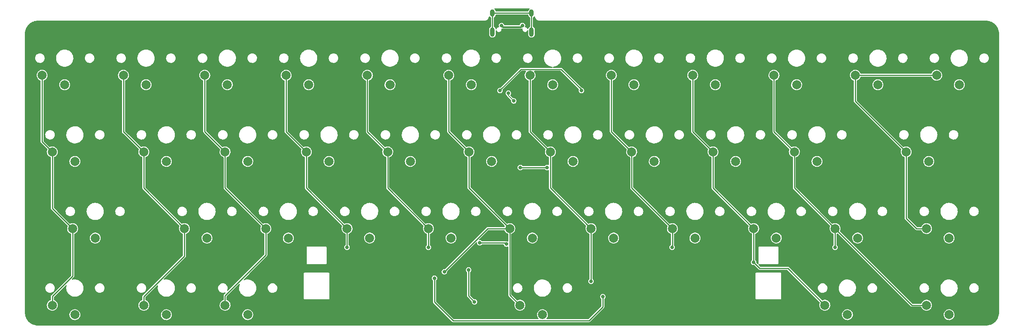
<source format=gbr>
%TF.GenerationSoftware,KiCad,Pcbnew,(5.99.0-9650-gad505e29c0)*%
%TF.CreationDate,2021-03-23T23:02:50-07:00*%
%TF.ProjectId,Choc40,43686f63-3430-42e6-9b69-6361645f7063,rev?*%
%TF.SameCoordinates,Original*%
%TF.FileFunction,Copper,L1,Top*%
%TF.FilePolarity,Positive*%
%FSLAX46Y46*%
G04 Gerber Fmt 4.6, Leading zero omitted, Abs format (unit mm)*
G04 Created by KiCad (PCBNEW (5.99.0-9650-gad505e29c0)) date 2021-03-23 23:02:50*
%MOMM*%
%LPD*%
G01*
G04 APERTURE LIST*
%TA.AperFunction,ComponentPad*%
%ADD10C,2.000000*%
%TD*%
%TA.AperFunction,ComponentPad*%
%ADD11O,1.000000X1.600000*%
%TD*%
%TA.AperFunction,ComponentPad*%
%ADD12O,1.000000X2.100000*%
%TD*%
%TA.AperFunction,ViaPad*%
%ADD13C,0.800000*%
%TD*%
%TA.AperFunction,Conductor*%
%ADD14C,0.250000*%
%TD*%
%TA.AperFunction,Conductor*%
%ADD15C,0.381000*%
%TD*%
%TA.AperFunction,Conductor*%
%ADD16C,0.200000*%
%TD*%
G04 APERTURE END LIST*
D10*
%TO.P,SW1,1,1*%
%TO.N,Net-(D1-Pad2)*%
X34000000Y-39400000D03*
%TO.P,SW1,2,2*%
%TO.N,col0*%
X29000000Y-37300000D03*
%TD*%
%TO.P,SW39,1,1*%
%TO.N,Net-(D39-Pad2)*%
X207250000Y-90400000D03*
%TO.P,SW39,2,2*%
%TO.N,col8*%
X202250000Y-88300000D03*
%TD*%
%TO.P,SW27,1,1*%
%TO.N,Net-(D27-Pad2)*%
X101500000Y-73400000D03*
%TO.P,SW27,2,2*%
%TO.N,col3*%
X96500000Y-71300000D03*
%TD*%
%TO.P,SW32,1,1*%
%TO.N,Net-(D32-Pad2)*%
X191500000Y-73400000D03*
%TO.P,SW32,2,2*%
%TO.N,col8*%
X186500000Y-71300000D03*
%TD*%
%TO.P,SW7,1,1*%
%TO.N,Net-(D7-Pad2)*%
X142000000Y-39400000D03*
%TO.P,SW7,2,2*%
%TO.N,col6*%
X137000000Y-37300000D03*
%TD*%
%TO.P,SW4,1,1*%
%TO.N,Net-(D4-Pad2)*%
X88000000Y-39400000D03*
%TO.P,SW4,2,2*%
%TO.N,col3*%
X83000000Y-37300000D03*
%TD*%
%TO.P,SW12,1,1*%
%TO.N,Net-(D12-Pad2)*%
X232000000Y-39400000D03*
%TO.P,SW12,2,2*%
%TO.N,col10*%
X227000000Y-37300000D03*
%TD*%
%TO.P,SW40,1,1*%
%TO.N,Net-(D40-Pad2)*%
X229750000Y-90400000D03*
%TO.P,SW40,2,2*%
%TO.N,col9*%
X224750000Y-88300000D03*
%TD*%
%TO.P,SW33a1,1,1*%
%TO.N,Net-(D33-Pad2)*%
X209500000Y-73400000D03*
%TO.P,SW33a1,2,2*%
%TO.N,col9*%
X204500000Y-71300000D03*
%TD*%
%TO.P,SW11,1,1*%
%TO.N,Net-(D11-Pad2)*%
X214000000Y-39400000D03*
%TO.P,SW11,2,2*%
%TO.N,col10*%
X209000000Y-37300000D03*
%TD*%
%TO.P,SW37,1,1*%
%TO.N,Net-(D37-Pad2)*%
X74500000Y-90400000D03*
%TO.P,SW37,2,2*%
%TO.N,col2*%
X69500000Y-88300000D03*
%TD*%
%TO.P,SW17,1,1*%
%TO.N,Net-(D17-Pad2)*%
X110500000Y-56400000D03*
%TO.P,SW17,2,2*%
%TO.N,col4*%
X105500000Y-54300000D03*
%TD*%
%TO.P,SW5,1,1*%
%TO.N,Net-(D5-Pad2)*%
X106000000Y-39400000D03*
%TO.P,SW5,2,2*%
%TO.N,col4*%
X101000000Y-37300000D03*
%TD*%
%TO.P,SW30,1,1*%
%TO.N,Net-(D30-Pad2)*%
X155500000Y-73400000D03*
%TO.P,SW30,2,2*%
%TO.N,col6*%
X150500000Y-71300000D03*
%TD*%
%TO.P,SW35,1,1*%
%TO.N,Net-(D35-Pad2)*%
X36250000Y-90400000D03*
%TO.P,SW35,2,2*%
%TO.N,col0*%
X31250000Y-88300000D03*
%TD*%
%TO.P,SW20,1,1*%
%TO.N,Net-(D20-Pad2)*%
X164500000Y-56400000D03*
%TO.P,SW20,2,2*%
%TO.N,col7*%
X159500000Y-54300000D03*
%TD*%
%TO.P,SW21,1,1*%
%TO.N,Net-(D21-Pad2)*%
X182500000Y-56400000D03*
%TO.P,SW21,2,2*%
%TO.N,col8*%
X177500000Y-54300000D03*
%TD*%
%TO.P,SW18,1,1*%
%TO.N,Net-(D18-Pad2)*%
X128500000Y-56400000D03*
%TO.P,SW18,2,2*%
%TO.N,col5*%
X123500000Y-54300000D03*
%TD*%
%TO.P,SW26,1,1*%
%TO.N,Net-(D26-Pad2)*%
X83500000Y-73400000D03*
%TO.P,SW26,2,2*%
%TO.N,col2*%
X78500000Y-71300000D03*
%TD*%
%TO.P,SW23,1,1*%
%TO.N,Net-(D23-Pad2)*%
X225250000Y-56400000D03*
%TO.P,SW23,2,2*%
%TO.N,col10*%
X220250000Y-54300000D03*
%TD*%
%TO.P,SW36,1,1*%
%TO.N,Net-(D36-Pad2)*%
X56500000Y-90400000D03*
%TO.P,SW36,2,2*%
%TO.N,col1*%
X51500000Y-88300000D03*
%TD*%
%TO.P,SW31,1,1*%
%TO.N,Net-(D31-Pad2)*%
X173500000Y-73400000D03*
%TO.P,SW31,2,2*%
%TO.N,col7*%
X168500000Y-71300000D03*
%TD*%
%TO.P,SW15,1,1*%
%TO.N,Net-(D15-Pad2)*%
X74500000Y-56400000D03*
%TO.P,SW15,2,2*%
%TO.N,col2*%
X69500000Y-54300000D03*
%TD*%
%TO.P,SW13,1,1*%
%TO.N,Net-(D13-Pad2)*%
X36250000Y-56400000D03*
%TO.P,SW13,2,2*%
%TO.N,col0*%
X31250000Y-54300000D03*
%TD*%
%TO.P,SW29,1,1*%
%TO.N,Net-(D29-Pad2)*%
X137500000Y-73400000D03*
%TO.P,SW29,2,2*%
%TO.N,col5*%
X132500000Y-71300000D03*
%TD*%
%TO.P,SW9,1,1*%
%TO.N,Net-(D9-Pad2)*%
X178000000Y-39400000D03*
%TO.P,SW9,2,2*%
%TO.N,col8*%
X173000000Y-37300000D03*
%TD*%
%TO.P,SW8,1,1*%
%TO.N,Net-(D8-Pad2)*%
X160000000Y-39400000D03*
%TO.P,SW8,2,2*%
%TO.N,col7*%
X155000000Y-37300000D03*
%TD*%
%TO.P,SW25,1,1*%
%TO.N,Net-(D25-Pad2)*%
X65500000Y-73400000D03*
%TO.P,SW25,2,2*%
%TO.N,col1*%
X60500000Y-71300000D03*
%TD*%
%TO.P,SW16,1,1*%
%TO.N,Net-(D16-Pad2)*%
X92500000Y-56400000D03*
%TO.P,SW16,2,2*%
%TO.N,col3*%
X87500000Y-54300000D03*
%TD*%
%TO.P,SW3,1,1*%
%TO.N,Net-(D3-Pad2)*%
X70000000Y-39400000D03*
%TO.P,SW3,2,2*%
%TO.N,col2*%
X65000000Y-37300000D03*
%TD*%
%TO.P,SW2,1,1*%
%TO.N,Net-(D2-Pad2)*%
X52000000Y-39400000D03*
%TO.P,SW2,2,2*%
%TO.N,col1*%
X47000000Y-37300000D03*
%TD*%
%TO.P,SW34a1,1,1*%
%TO.N,Net-(D34-Pad2)*%
X229750000Y-73400000D03*
%TO.P,SW34a1,2,2*%
%TO.N,col10*%
X224750000Y-71300000D03*
%TD*%
%TO.P,SW24,1,1*%
%TO.N,Net-(D24-Pad2)*%
X40750000Y-73400000D03*
%TO.P,SW24,2,2*%
%TO.N,col0*%
X35750000Y-71300000D03*
%TD*%
%TO.P,SW38,1,1*%
%TO.N,Net-(D38-Pad2)*%
X139750000Y-90400000D03*
%TO.P,SW38,2,2*%
%TO.N,col5*%
X134750000Y-88300000D03*
%TD*%
%TO.P,SW28,1,1*%
%TO.N,Net-(D28-Pad2)*%
X119500000Y-73400000D03*
%TO.P,SW28,2,2*%
%TO.N,col4*%
X114500000Y-71300000D03*
%TD*%
%TO.P,SW14,1,1*%
%TO.N,Net-(D14-Pad2)*%
X56500000Y-56400000D03*
%TO.P,SW14,2,2*%
%TO.N,col1*%
X51500000Y-54300000D03*
%TD*%
%TO.P,SW22,1,1*%
%TO.N,Net-(D22-Pad2)*%
X200500000Y-56400000D03*
%TO.P,SW22,2,2*%
%TO.N,col9*%
X195500000Y-54300000D03*
%TD*%
%TO.P,SW10,1,1*%
%TO.N,Net-(D10-Pad2)*%
X196000000Y-39400000D03*
%TO.P,SW10,2,2*%
%TO.N,col9*%
X191000000Y-37300000D03*
%TD*%
%TO.P,SW19,1,1*%
%TO.N,Net-(D19-Pad2)*%
X146500000Y-56400000D03*
%TO.P,SW19,2,2*%
%TO.N,col6*%
X141500000Y-54300000D03*
%TD*%
%TO.P,SW6,1,1*%
%TO.N,Net-(D6-Pad2)*%
X124000000Y-39400000D03*
%TO.P,SW6,2,2*%
%TO.N,col5*%
X119000000Y-37300000D03*
%TD*%
D11*
%TO.P,USB1,13,SHIELD*%
%TO.N,Net-(C5-Pad2)*%
X137320000Y-23515000D03*
D12*
X128680000Y-27695000D03*
D11*
X128680000Y-23515000D03*
D12*
X137320000Y-27695000D03*
%TD*%
D13*
%TO.N,GND*%
X118000000Y-76000000D03*
X130000000Y-35600000D03*
X131900000Y-35600000D03*
%TO.N,+5V*%
X123400000Y-80500000D03*
X124700000Y-87550000D03*
%TO.N,row0*%
X148350000Y-40700000D03*
X130350000Y-40700000D03*
%TO.N,row1*%
X134850000Y-57750000D03*
X140775000Y-57750000D03*
%TO.N,row2*%
X131775000Y-74750000D03*
X125850000Y-74475000D03*
%TO.N,VCC*%
X130700000Y-26275000D03*
X135300000Y-26250000D03*
%TO.N,DP-*%
X133400000Y-43000000D03*
X132200000Y-41300000D03*
%TO.N,Net-(R1-Pad2)*%
X115850000Y-82300000D03*
X153100000Y-86400000D03*
%TO.N,col3*%
X96500000Y-75450011D03*
%TO.N,col4*%
X114500000Y-75450011D03*
%TO.N,col5*%
X118025000Y-80900000D03*
%TO.N,col6*%
X150500000Y-82990500D03*
%TO.N,col7*%
X168450000Y-75450011D03*
%TO.N,col8*%
X186500000Y-78800000D03*
%TO.N,col9*%
X204500000Y-75450011D03*
%TD*%
D14*
%TO.N,+5V*%
X123400000Y-80500000D02*
X123400000Y-84000000D01*
X123400000Y-86250000D02*
X124700000Y-87550000D01*
X123400000Y-84000000D02*
X123400000Y-86250000D01*
%TO.N,row0*%
X148350000Y-40450000D02*
X148350000Y-40700000D01*
X143874989Y-35974989D02*
X148350000Y-40450000D01*
X130350000Y-40700000D02*
X130350000Y-40600000D01*
X130350000Y-40600000D02*
X134975011Y-35974989D01*
X134975011Y-35974989D02*
X143874989Y-35974989D01*
%TO.N,row1*%
X134850000Y-57750000D02*
X140775000Y-57750000D01*
%TO.N,row2*%
X131500000Y-74475000D02*
X131775000Y-74750000D01*
X125850000Y-74475000D02*
X131500000Y-74475000D01*
D15*
%TO.N,VCC*%
X134950000Y-26600000D02*
X131025000Y-26600000D01*
X135300000Y-26250000D02*
X134950000Y-26600000D01*
X131025000Y-26600000D02*
X130700000Y-26275000D01*
D16*
%TO.N,DP-*%
X132200000Y-41800000D02*
X132200000Y-41300000D01*
X133400000Y-43000000D02*
X132200000Y-41800000D01*
D14*
%TO.N,col0*%
X35750000Y-81850000D02*
X31250000Y-86350000D01*
X31250000Y-86350000D02*
X31250000Y-88300000D01*
X31250000Y-66800000D02*
X35750000Y-71300000D01*
X29000000Y-52050000D02*
X31250000Y-54300000D01*
X35750000Y-71300000D02*
X35750000Y-81850000D01*
X31250000Y-54300000D02*
X31250000Y-66800000D01*
X29000000Y-37300000D02*
X29000000Y-52050000D01*
%TO.N,Net-(C5-Pad2)*%
X128680000Y-23515000D02*
X137320000Y-23515000D01*
X128680000Y-27695000D02*
X128680000Y-23515000D01*
X137320000Y-23515000D02*
X137320000Y-27695000D01*
%TO.N,Net-(R1-Pad2)*%
X115850000Y-87550000D02*
X115850000Y-82300000D01*
X150024989Y-91725011D02*
X120025011Y-91725011D01*
X153100000Y-88650000D02*
X150024989Y-91725011D01*
X120025011Y-91725011D02*
X115850000Y-87550000D01*
X153100000Y-86400000D02*
X153100000Y-88650000D01*
%TO.N,col1*%
X60500000Y-71300000D02*
X60500000Y-77400000D01*
X51500000Y-54300000D02*
X51500000Y-62300000D01*
X51500000Y-86400000D02*
X51500000Y-88300000D01*
X47000000Y-37300000D02*
X47000000Y-49900000D01*
X47000000Y-49900000D02*
X47100000Y-49900000D01*
X60500000Y-77400000D02*
X51500000Y-86400000D01*
X51500000Y-62300000D02*
X60500000Y-71300000D01*
X47100000Y-49900000D02*
X51500000Y-54300000D01*
%TO.N,col2*%
X69500000Y-88300000D02*
X69500000Y-86200000D01*
X69500000Y-86200000D02*
X78500000Y-77200000D01*
X65000000Y-49800000D02*
X69500000Y-54300000D01*
X69500000Y-62300000D02*
X78500000Y-71300000D01*
X65000000Y-37300000D02*
X65000000Y-49800000D01*
X78500000Y-77200000D02*
X78500000Y-71300000D01*
X69500000Y-54300000D02*
X69500000Y-62300000D01*
%TO.N,col3*%
X83000000Y-49800000D02*
X87500000Y-54300000D01*
X87500000Y-54300000D02*
X87500000Y-62300000D01*
X83000000Y-37300000D02*
X83000000Y-49800000D01*
X87500000Y-62300000D02*
X96500000Y-71300000D01*
X96500000Y-71300000D02*
X96500000Y-75450011D01*
%TO.N,col4*%
X101000000Y-37300000D02*
X101000000Y-49800000D01*
X101000000Y-49800000D02*
X105500000Y-54300000D01*
X105500000Y-54300000D02*
X105500000Y-62300000D01*
X114500000Y-71300000D02*
X114500000Y-75450011D01*
X105500000Y-62300000D02*
X114500000Y-71300000D01*
%TO.N,col5*%
X123500000Y-54300000D02*
X123500000Y-62300000D01*
X132500000Y-86050000D02*
X134750000Y-88300000D01*
X119000000Y-49800000D02*
X123500000Y-54300000D01*
X118025000Y-80900000D02*
X127625000Y-71300000D01*
X132500000Y-71300000D02*
X132500000Y-86050000D01*
X119000000Y-37300000D02*
X119000000Y-49800000D01*
X123500000Y-62300000D02*
X132500000Y-71300000D01*
X127625000Y-71300000D02*
X132500000Y-71300000D01*
%TO.N,col6*%
X150500000Y-82990500D02*
X150500000Y-71300000D01*
X141500000Y-54300000D02*
X141500000Y-62300000D01*
X137000000Y-49800000D02*
X141500000Y-54300000D01*
X137000000Y-37300000D02*
X137000000Y-49800000D01*
X141500000Y-62300000D02*
X150500000Y-71300000D01*
%TO.N,col7*%
X168450000Y-75450011D02*
X168500000Y-75400011D01*
X159500000Y-62300000D02*
X168500000Y-71300000D01*
X159500000Y-54300000D02*
X159500000Y-62300000D01*
X155000000Y-49800000D02*
X159500000Y-54300000D01*
X155000000Y-37300000D02*
X155000000Y-49800000D01*
X168500000Y-75400011D02*
X168500000Y-71300000D01*
%TO.N,col8*%
X177500000Y-62300000D02*
X186500000Y-71300000D01*
X187800000Y-80100000D02*
X194050000Y-80100000D01*
X173000000Y-49800000D02*
X177500000Y-54300000D01*
X173000000Y-37300000D02*
X173000000Y-49800000D01*
X186500000Y-71300000D02*
X186500000Y-78800000D01*
X186500000Y-78800000D02*
X187800000Y-80100000D01*
X194050000Y-80100000D02*
X202250000Y-88300000D01*
X177500000Y-54300000D02*
X177500000Y-62300000D01*
%TO.N,col9*%
X204500000Y-71300000D02*
X221500000Y-88300000D01*
X195500000Y-62300000D02*
X204500000Y-71300000D01*
X191000000Y-49800000D02*
X195500000Y-54300000D01*
X221500000Y-88300000D02*
X224750000Y-88300000D01*
X195500000Y-54300000D02*
X195500000Y-62300000D01*
X204500000Y-75450011D02*
X204500000Y-71300000D01*
X191000000Y-37300000D02*
X191000000Y-49800000D01*
%TO.N,col10*%
X220250000Y-54300000D02*
X220250000Y-69050000D01*
X227000000Y-37300000D02*
X209000000Y-37300000D01*
X209000000Y-43050000D02*
X220250000Y-54300000D01*
X209000000Y-37300000D02*
X209000000Y-43050000D01*
X222500000Y-71300000D02*
X224750000Y-71300000D01*
X220250000Y-69050000D02*
X222500000Y-71300000D01*
%TD*%
%TA.AperFunction,Conductor*%
%TO.N,GND*%
G36*
X138048907Y-24246244D02*
G01*
X138086102Y-24313389D01*
X138090352Y-24334755D01*
X138091026Y-24338431D01*
X138092810Y-24349032D01*
X138093545Y-24350806D01*
X138093882Y-24352501D01*
X138096007Y-24357252D01*
X138096008Y-24357254D01*
X138098097Y-24361923D01*
X138099489Y-24365156D01*
X138116515Y-24406260D01*
X138157540Y-24505302D01*
X138177938Y-24554548D01*
X138179305Y-24557993D01*
X138183138Y-24568082D01*
X138184206Y-24569681D01*
X138184867Y-24571276D01*
X138190830Y-24579682D01*
X138192826Y-24582581D01*
X138306718Y-24753033D01*
X138308748Y-24756171D01*
X138311613Y-24760748D01*
X138311617Y-24760752D01*
X138314465Y-24765302D01*
X138315824Y-24766661D01*
X138316783Y-24768096D01*
X138320564Y-24771672D01*
X138320566Y-24771674D01*
X138324273Y-24775179D01*
X138326795Y-24777632D01*
X138471768Y-24922605D01*
X138474372Y-24925287D01*
X138481744Y-24933110D01*
X138483338Y-24934175D01*
X138484562Y-24935399D01*
X138488970Y-24938170D01*
X138488974Y-24938173D01*
X138493318Y-24940903D01*
X138496268Y-24942815D01*
X138666700Y-25056694D01*
X138669770Y-25058812D01*
X138674159Y-25061937D01*
X138674163Y-25061939D01*
X138678547Y-25065060D01*
X138680324Y-25065796D01*
X138681759Y-25066755D01*
X138686618Y-25068610D01*
X138686619Y-25068611D01*
X138691375Y-25070427D01*
X138694642Y-25071727D01*
X138884064Y-25150188D01*
X138887495Y-25151669D01*
X138892427Y-25153886D01*
X138892430Y-25153887D01*
X138897310Y-25156080D01*
X138899193Y-25156455D01*
X138900790Y-25157116D01*
X138911000Y-25158852D01*
X138914397Y-25159479D01*
X139107865Y-25197962D01*
X139114387Y-25199442D01*
X139124780Y-25202092D01*
X139129147Y-25202195D01*
X139133242Y-25203010D01*
X139140311Y-25202813D01*
X139140314Y-25202813D01*
X139143898Y-25202713D01*
X139150391Y-25202699D01*
X139259991Y-25205294D01*
X139259994Y-25205294D01*
X139267060Y-25205461D01*
X139281498Y-25202525D01*
X139306596Y-25200000D01*
X237940809Y-25200000D01*
X237961144Y-25202444D01*
X237961187Y-25202104D01*
X237968259Y-25203001D01*
X237975183Y-25204690D01*
X238106831Y-25206429D01*
X238112169Y-25206614D01*
X238157355Y-25209151D01*
X238186918Y-25210812D01*
X238193958Y-25211406D01*
X238431443Y-25238164D01*
X238438412Y-25239148D01*
X238498023Y-25249276D01*
X238504938Y-25250652D01*
X238737954Y-25303836D01*
X238744796Y-25305601D01*
X238769614Y-25312751D01*
X238802894Y-25322338D01*
X238809580Y-25324469D01*
X239016094Y-25396732D01*
X239035184Y-25403412D01*
X239041786Y-25405932D01*
X239097641Y-25429068D01*
X239104092Y-25431955D01*
X239319392Y-25535638D01*
X239325656Y-25538874D01*
X239378615Y-25568143D01*
X239384647Y-25571702D01*
X239538371Y-25668292D01*
X239587000Y-25698848D01*
X239592877Y-25702774D01*
X239642209Y-25737777D01*
X239647856Y-25742028D01*
X239834696Y-25891029D01*
X239840095Y-25895588D01*
X239885171Y-25935870D01*
X239890307Y-25940726D01*
X240059282Y-26109701D01*
X240064122Y-26114819D01*
X240104436Y-26159930D01*
X240108977Y-26165308D01*
X240257970Y-26352140D01*
X240262220Y-26357787D01*
X240297223Y-26407119D01*
X240301145Y-26412989D01*
X240428285Y-26615330D01*
X240431850Y-26621373D01*
X240461127Y-26674345D01*
X240464361Y-26680606D01*
X240471230Y-26694869D01*
X240568059Y-26895937D01*
X240570924Y-26902339D01*
X240581681Y-26928309D01*
X240594069Y-26958217D01*
X240596588Y-26964818D01*
X240675521Y-27190394D01*
X240677668Y-27197128D01*
X240694404Y-27255220D01*
X240696169Y-27262063D01*
X240749342Y-27495028D01*
X240750721Y-27501960D01*
X240760851Y-27561580D01*
X240761839Y-27568579D01*
X240788595Y-27806057D01*
X240789189Y-27813099D01*
X240793384Y-27887793D01*
X240793571Y-27893194D01*
X240795307Y-28024625D01*
X240796971Y-28031501D01*
X240797855Y-28038514D01*
X240797555Y-28038552D01*
X240800000Y-28059044D01*
X240800000Y-89940809D01*
X240797556Y-89961144D01*
X240797896Y-89961187D01*
X240796999Y-89968259D01*
X240795310Y-89975183D01*
X240793571Y-90106831D01*
X240793386Y-90112169D01*
X240791607Y-90143845D01*
X240789188Y-90186915D01*
X240788594Y-90193955D01*
X240761837Y-90431433D01*
X240760849Y-90438432D01*
X240750724Y-90498022D01*
X240749345Y-90504954D01*
X240696165Y-90737951D01*
X240694402Y-90744786D01*
X240694402Y-90744789D01*
X240694400Y-90744795D01*
X240677663Y-90802890D01*
X240675516Y-90809623D01*
X240596596Y-91035165D01*
X240594087Y-91041740D01*
X240570933Y-91097639D01*
X240568049Y-91104084D01*
X240464364Y-91319386D01*
X240461120Y-91325664D01*
X240431862Y-91378603D01*
X240428271Y-91384691D01*
X240301141Y-91587017D01*
X240297214Y-91592894D01*
X240262229Y-91642200D01*
X240257980Y-91647847D01*
X240108979Y-91834688D01*
X240104419Y-91840087D01*
X240064130Y-91885171D01*
X240059274Y-91890307D01*
X239890299Y-92059282D01*
X239885181Y-92064122D01*
X239840070Y-92104436D01*
X239834691Y-92108977D01*
X239647855Y-92257973D01*
X239642211Y-92262221D01*
X239614995Y-92281533D01*
X239592875Y-92297228D01*
X239587030Y-92301133D01*
X239384692Y-92428271D01*
X239384676Y-92428281D01*
X239378606Y-92431862D01*
X239345618Y-92450093D01*
X239325663Y-92461122D01*
X239319386Y-92464365D01*
X239104091Y-92568046D01*
X239097641Y-92570932D01*
X239041769Y-92594075D01*
X239035174Y-92596592D01*
X238947747Y-92627184D01*
X238809603Y-92675522D01*
X238802889Y-92677663D01*
X238786880Y-92682275D01*
X238744789Y-92694401D01*
X238737947Y-92696166D01*
X238504971Y-92749342D01*
X238498039Y-92750721D01*
X238438420Y-92760851D01*
X238431426Y-92761838D01*
X238369690Y-92768794D01*
X238193943Y-92788595D01*
X238186901Y-92789189D01*
X238112207Y-92793384D01*
X238106806Y-92793571D01*
X238100900Y-92793649D01*
X237975375Y-92795307D01*
X237968499Y-92796971D01*
X237961486Y-92797855D01*
X237961448Y-92797555D01*
X237940956Y-92800000D01*
X28059191Y-92800000D01*
X28038856Y-92797556D01*
X28038813Y-92797896D01*
X28031741Y-92796999D01*
X28024817Y-92795310D01*
X27893169Y-92793571D01*
X27887831Y-92793386D01*
X27848357Y-92791169D01*
X27813085Y-92789188D01*
X27806045Y-92788594D01*
X27568567Y-92761837D01*
X27561568Y-92760849D01*
X27501978Y-92750724D01*
X27495046Y-92749345D01*
X27495033Y-92749342D01*
X27262043Y-92696163D01*
X27255209Y-92694401D01*
X27197103Y-92677661D01*
X27190377Y-92675516D01*
X26964835Y-92596596D01*
X26958260Y-92594087D01*
X26902350Y-92570928D01*
X26895916Y-92568049D01*
X26680614Y-92464364D01*
X26674336Y-92461120D01*
X26621397Y-92431862D01*
X26615309Y-92428271D01*
X26412983Y-92301141D01*
X26407106Y-92297214D01*
X26357800Y-92262229D01*
X26352153Y-92257980D01*
X26165312Y-92108979D01*
X26159913Y-92104419D01*
X26114829Y-92064130D01*
X26109693Y-92059274D01*
X25940718Y-91890299D01*
X25935869Y-91885171D01*
X25895564Y-91840070D01*
X25891023Y-91834691D01*
X25742027Y-91647855D01*
X25737779Y-91642211D01*
X25709970Y-91603019D01*
X25702772Y-91592875D01*
X25698867Y-91587030D01*
X25571717Y-91384672D01*
X25568136Y-91378603D01*
X25538983Y-91325853D01*
X25538878Y-91325663D01*
X25535635Y-91319386D01*
X25431954Y-91104091D01*
X25429067Y-91097639D01*
X25424760Y-91087241D01*
X25405925Y-91041769D01*
X25403408Y-91035174D01*
X25324480Y-90809611D01*
X25322333Y-90802876D01*
X25305599Y-90744789D01*
X25303834Y-90737947D01*
X25250658Y-90504971D01*
X25249279Y-90498039D01*
X25239149Y-90438420D01*
X25238161Y-90431421D01*
X25231066Y-90368444D01*
X35044913Y-90368444D01*
X35059342Y-90588582D01*
X35113646Y-90802404D01*
X35206006Y-91002750D01*
X35333331Y-91182910D01*
X35491354Y-91336849D01*
X35496150Y-91340054D01*
X35496153Y-91340056D01*
X35585134Y-91399511D01*
X35674785Y-91459414D01*
X35680088Y-91461692D01*
X35680091Y-91461694D01*
X35845688Y-91532840D01*
X35877480Y-91546499D01*
X35941831Y-91561060D01*
X36087014Y-91593912D01*
X36087019Y-91593913D01*
X36092651Y-91595187D01*
X36098422Y-91595414D01*
X36098424Y-91595414D01*
X36166147Y-91598075D01*
X36313091Y-91603848D01*
X36429227Y-91587009D01*
X36525704Y-91573021D01*
X36525709Y-91573020D01*
X36531418Y-91572192D01*
X36536882Y-91570337D01*
X36536887Y-91570336D01*
X36734853Y-91503135D01*
X36740321Y-91501279D01*
X36932803Y-91393484D01*
X36956947Y-91373404D01*
X37097979Y-91256108D01*
X37102417Y-91252417D01*
X37243484Y-91082803D01*
X37351279Y-90890321D01*
X37383024Y-90796804D01*
X37420336Y-90686887D01*
X37420337Y-90686882D01*
X37422192Y-90681418D01*
X37423020Y-90675709D01*
X37423021Y-90675704D01*
X37446066Y-90516760D01*
X37453848Y-90463091D01*
X37455500Y-90400000D01*
X37452600Y-90368444D01*
X55294913Y-90368444D01*
X55309342Y-90588582D01*
X55363646Y-90802404D01*
X55456006Y-91002750D01*
X55583331Y-91182910D01*
X55741354Y-91336849D01*
X55746150Y-91340054D01*
X55746153Y-91340056D01*
X55835134Y-91399511D01*
X55924785Y-91459414D01*
X55930088Y-91461692D01*
X55930091Y-91461694D01*
X56095688Y-91532840D01*
X56127480Y-91546499D01*
X56191831Y-91561060D01*
X56337014Y-91593912D01*
X56337019Y-91593913D01*
X56342651Y-91595187D01*
X56348422Y-91595414D01*
X56348424Y-91595414D01*
X56416147Y-91598075D01*
X56563091Y-91603848D01*
X56679227Y-91587009D01*
X56775704Y-91573021D01*
X56775709Y-91573020D01*
X56781418Y-91572192D01*
X56786882Y-91570337D01*
X56786887Y-91570336D01*
X56984853Y-91503135D01*
X56990321Y-91501279D01*
X57182803Y-91393484D01*
X57206947Y-91373404D01*
X57347979Y-91256108D01*
X57352417Y-91252417D01*
X57493484Y-91082803D01*
X57601279Y-90890321D01*
X57633024Y-90796804D01*
X57670336Y-90686887D01*
X57670337Y-90686882D01*
X57672192Y-90681418D01*
X57673020Y-90675709D01*
X57673021Y-90675704D01*
X57696066Y-90516760D01*
X57703848Y-90463091D01*
X57705500Y-90400000D01*
X57702600Y-90368444D01*
X73294913Y-90368444D01*
X73309342Y-90588582D01*
X73363646Y-90802404D01*
X73456006Y-91002750D01*
X73583331Y-91182910D01*
X73741354Y-91336849D01*
X73746150Y-91340054D01*
X73746153Y-91340056D01*
X73835134Y-91399511D01*
X73924785Y-91459414D01*
X73930088Y-91461692D01*
X73930091Y-91461694D01*
X74095688Y-91532840D01*
X74127480Y-91546499D01*
X74191831Y-91561060D01*
X74337014Y-91593912D01*
X74337019Y-91593913D01*
X74342651Y-91595187D01*
X74348422Y-91595414D01*
X74348424Y-91595414D01*
X74416147Y-91598075D01*
X74563091Y-91603848D01*
X74679227Y-91587009D01*
X74775704Y-91573021D01*
X74775709Y-91573020D01*
X74781418Y-91572192D01*
X74786882Y-91570337D01*
X74786887Y-91570336D01*
X74984853Y-91503135D01*
X74990321Y-91501279D01*
X75182803Y-91393484D01*
X75206947Y-91373404D01*
X75347979Y-91256108D01*
X75352417Y-91252417D01*
X75493484Y-91082803D01*
X75601279Y-90890321D01*
X75633024Y-90796804D01*
X75670336Y-90686887D01*
X75670337Y-90686882D01*
X75672192Y-90681418D01*
X75673020Y-90675709D01*
X75673021Y-90675704D01*
X75696066Y-90516760D01*
X75703848Y-90463091D01*
X75705500Y-90400000D01*
X75687328Y-90202231D01*
X75685843Y-90186069D01*
X75685842Y-90186066D01*
X75685314Y-90180315D01*
X75682270Y-90169523D01*
X75626999Y-89973546D01*
X75626998Y-89973544D01*
X75625431Y-89967987D01*
X75622226Y-89961486D01*
X75530413Y-89775309D01*
X75527858Y-89770128D01*
X75511747Y-89748552D01*
X75399314Y-89597987D01*
X75399313Y-89597986D01*
X75395861Y-89593363D01*
X75391625Y-89589447D01*
X75238103Y-89447533D01*
X75238101Y-89447531D01*
X75233862Y-89443613D01*
X75199249Y-89421774D01*
X75052166Y-89328971D01*
X75047286Y-89325892D01*
X74842380Y-89244143D01*
X74836720Y-89243017D01*
X74836716Y-89243016D01*
X74631676Y-89202231D01*
X74631673Y-89202231D01*
X74626009Y-89201104D01*
X74620234Y-89201028D01*
X74620230Y-89201028D01*
X74509323Y-89199576D01*
X74405418Y-89198216D01*
X74399721Y-89199195D01*
X74399720Y-89199195D01*
X74204021Y-89232822D01*
X74187994Y-89235576D01*
X73981019Y-89311933D01*
X73976058Y-89314885D01*
X73976057Y-89314885D01*
X73796393Y-89421774D01*
X73796390Y-89421776D01*
X73791425Y-89424730D01*
X73625561Y-89570189D01*
X73488983Y-89743438D01*
X73486294Y-89748549D01*
X73486292Y-89748552D01*
X73433950Y-89848038D01*
X73386263Y-89938675D01*
X73320843Y-90149362D01*
X73294913Y-90368444D01*
X57702600Y-90368444D01*
X57687328Y-90202231D01*
X57685843Y-90186069D01*
X57685842Y-90186066D01*
X57685314Y-90180315D01*
X57682270Y-90169523D01*
X57626999Y-89973546D01*
X57626998Y-89973544D01*
X57625431Y-89967987D01*
X57622226Y-89961486D01*
X57530413Y-89775309D01*
X57527858Y-89770128D01*
X57511747Y-89748552D01*
X57399314Y-89597987D01*
X57399313Y-89597986D01*
X57395861Y-89593363D01*
X57391625Y-89589447D01*
X57238103Y-89447533D01*
X57238101Y-89447531D01*
X57233862Y-89443613D01*
X57199249Y-89421774D01*
X57052166Y-89328971D01*
X57047286Y-89325892D01*
X56842380Y-89244143D01*
X56836720Y-89243017D01*
X56836716Y-89243016D01*
X56631676Y-89202231D01*
X56631673Y-89202231D01*
X56626009Y-89201104D01*
X56620234Y-89201028D01*
X56620230Y-89201028D01*
X56509323Y-89199576D01*
X56405418Y-89198216D01*
X56399721Y-89199195D01*
X56399720Y-89199195D01*
X56204021Y-89232822D01*
X56187994Y-89235576D01*
X55981019Y-89311933D01*
X55976058Y-89314885D01*
X55976057Y-89314885D01*
X55796393Y-89421774D01*
X55796390Y-89421776D01*
X55791425Y-89424730D01*
X55625561Y-89570189D01*
X55488983Y-89743438D01*
X55486294Y-89748549D01*
X55486292Y-89748552D01*
X55433950Y-89848038D01*
X55386263Y-89938675D01*
X55320843Y-90149362D01*
X55294913Y-90368444D01*
X37452600Y-90368444D01*
X37437328Y-90202231D01*
X37435843Y-90186069D01*
X37435842Y-90186066D01*
X37435314Y-90180315D01*
X37432270Y-90169523D01*
X37376999Y-89973546D01*
X37376998Y-89973544D01*
X37375431Y-89967987D01*
X37372226Y-89961486D01*
X37280413Y-89775309D01*
X37277858Y-89770128D01*
X37261747Y-89748552D01*
X37149314Y-89597987D01*
X37149313Y-89597986D01*
X37145861Y-89593363D01*
X37141625Y-89589447D01*
X36988103Y-89447533D01*
X36988101Y-89447531D01*
X36983862Y-89443613D01*
X36949249Y-89421774D01*
X36802166Y-89328971D01*
X36797286Y-89325892D01*
X36592380Y-89244143D01*
X36586720Y-89243017D01*
X36586716Y-89243016D01*
X36381676Y-89202231D01*
X36381673Y-89202231D01*
X36376009Y-89201104D01*
X36370234Y-89201028D01*
X36370230Y-89201028D01*
X36259323Y-89199576D01*
X36155418Y-89198216D01*
X36149721Y-89199195D01*
X36149720Y-89199195D01*
X35954021Y-89232822D01*
X35937994Y-89235576D01*
X35731019Y-89311933D01*
X35726058Y-89314885D01*
X35726057Y-89314885D01*
X35546393Y-89421774D01*
X35546390Y-89421776D01*
X35541425Y-89424730D01*
X35375561Y-89570189D01*
X35238983Y-89743438D01*
X35236294Y-89748549D01*
X35236292Y-89748552D01*
X35183950Y-89848038D01*
X35136263Y-89938675D01*
X35070843Y-90149362D01*
X35044913Y-90368444D01*
X25231066Y-90368444D01*
X25211405Y-90193943D01*
X25210811Y-90186901D01*
X25206616Y-90112207D01*
X25206429Y-90106806D01*
X25204786Y-89982446D01*
X25204693Y-89975375D01*
X25203029Y-89968499D01*
X25202145Y-89961486D01*
X25202445Y-89961448D01*
X25200000Y-89940956D01*
X25200000Y-84485263D01*
X29694603Y-84485263D01*
X29711840Y-84690538D01*
X29724258Y-84733844D01*
X29766465Y-84881036D01*
X29768621Y-84888555D01*
X29862782Y-85071773D01*
X29990737Y-85233212D01*
X29995430Y-85237206D01*
X29995431Y-85237207D01*
X30021856Y-85259696D01*
X30147612Y-85366723D01*
X30152990Y-85369729D01*
X30152992Y-85369730D01*
X30204368Y-85398443D01*
X30327432Y-85467221D01*
X30523347Y-85530878D01*
X30727895Y-85555269D01*
X30734030Y-85554797D01*
X30734032Y-85554797D01*
X30927144Y-85539938D01*
X30927148Y-85539937D01*
X30933286Y-85539465D01*
X31131695Y-85484068D01*
X31315565Y-85391188D01*
X31335415Y-85375680D01*
X31372713Y-85346539D01*
X31477893Y-85264363D01*
X31481919Y-85259699D01*
X31481922Y-85259696D01*
X31608467Y-85113092D01*
X31608468Y-85113090D01*
X31612496Y-85108424D01*
X31714247Y-84929311D01*
X31779270Y-84733844D01*
X31805088Y-84529471D01*
X31805500Y-84500000D01*
X31785398Y-84294986D01*
X31725858Y-84097780D01*
X31650271Y-83955621D01*
X31632042Y-83921337D01*
X31632040Y-83921334D01*
X31629148Y-83915895D01*
X31625258Y-83911125D01*
X31625255Y-83911121D01*
X31502847Y-83761034D01*
X31502844Y-83761031D01*
X31498952Y-83756259D01*
X31481734Y-83742015D01*
X31344978Y-83628880D01*
X31344974Y-83628878D01*
X31340228Y-83624951D01*
X31159023Y-83526973D01*
X30962238Y-83466058D01*
X30956116Y-83465415D01*
X30956113Y-83465414D01*
X30763498Y-83445170D01*
X30763496Y-83445170D01*
X30757369Y-83444526D01*
X30671346Y-83452355D01*
X30558358Y-83462637D01*
X30558355Y-83462638D01*
X30552219Y-83463196D01*
X30546313Y-83464934D01*
X30546309Y-83464935D01*
X30397368Y-83508771D01*
X30354603Y-83521357D01*
X30172047Y-83616795D01*
X30011505Y-83745874D01*
X29879093Y-83903677D01*
X29876129Y-83909069D01*
X29876126Y-83909073D01*
X29802221Y-84043506D01*
X29779853Y-84084194D01*
X29777992Y-84090061D01*
X29777991Y-84090063D01*
X29775543Y-84097780D01*
X29717565Y-84280549D01*
X29694603Y-84485263D01*
X25200000Y-84485263D01*
X25200000Y-37268444D01*
X27794913Y-37268444D01*
X27809342Y-37488582D01*
X27863646Y-37702404D01*
X27956006Y-37902750D01*
X28083331Y-38082910D01*
X28087465Y-38086937D01*
X28205818Y-38202231D01*
X28241354Y-38236849D01*
X28246150Y-38240054D01*
X28246153Y-38240056D01*
X28353725Y-38311933D01*
X28424785Y-38359414D01*
X28430088Y-38361692D01*
X28430091Y-38361694D01*
X28598238Y-38433936D01*
X28652931Y-38479205D01*
X28674500Y-38549704D01*
X28674500Y-52030528D01*
X28674020Y-52041510D01*
X28671718Y-52067817D01*
X28671719Y-52067825D01*
X28670758Y-52078805D01*
X28673611Y-52089451D01*
X28673611Y-52089456D01*
X28680510Y-52115200D01*
X28682889Y-52125932D01*
X28689432Y-52163038D01*
X28694945Y-52172586D01*
X28696141Y-52175872D01*
X28697613Y-52179028D01*
X28700465Y-52189675D01*
X28706789Y-52198706D01*
X28706789Y-52198707D01*
X28722081Y-52220548D01*
X28727985Y-52229816D01*
X28741308Y-52252891D01*
X28746822Y-52262441D01*
X28768062Y-52280263D01*
X28775504Y-52286508D01*
X28783608Y-52293935D01*
X30136857Y-53647183D01*
X30170882Y-53709495D01*
X30165818Y-53780310D01*
X30159270Y-53794946D01*
X30136263Y-53838675D01*
X30070843Y-54049362D01*
X30044913Y-54268444D01*
X30059342Y-54488582D01*
X30113646Y-54702404D01*
X30206006Y-54902750D01*
X30333331Y-55082910D01*
X30337465Y-55086937D01*
X30455818Y-55202231D01*
X30491354Y-55236849D01*
X30496150Y-55240054D01*
X30496153Y-55240056D01*
X30603725Y-55311933D01*
X30674785Y-55359414D01*
X30680088Y-55361692D01*
X30680091Y-55361694D01*
X30848238Y-55433936D01*
X30902931Y-55479205D01*
X30924500Y-55549704D01*
X30924500Y-66780528D01*
X30924020Y-66791510D01*
X30921718Y-66817817D01*
X30921719Y-66817825D01*
X30920758Y-66828805D01*
X30923611Y-66839451D01*
X30923611Y-66839456D01*
X30930510Y-66865200D01*
X30932890Y-66875935D01*
X30936950Y-66898959D01*
X30939432Y-66913038D01*
X30944945Y-66922586D01*
X30946141Y-66925872D01*
X30947613Y-66929028D01*
X30950465Y-66939675D01*
X30956789Y-66948706D01*
X30956789Y-66948707D01*
X30972081Y-66970548D01*
X30977985Y-66979816D01*
X30991308Y-67002891D01*
X30996822Y-67012441D01*
X31005267Y-67019527D01*
X31025504Y-67036508D01*
X31033608Y-67043935D01*
X34636857Y-70647184D01*
X34670883Y-70709496D01*
X34665818Y-70780311D01*
X34659275Y-70794937D01*
X34636263Y-70838675D01*
X34570843Y-71049362D01*
X34544913Y-71268444D01*
X34559342Y-71488582D01*
X34613646Y-71702404D01*
X34706006Y-71902750D01*
X34833331Y-72082910D01*
X34837465Y-72086937D01*
X34955818Y-72202231D01*
X34991354Y-72236849D01*
X34996150Y-72240054D01*
X34996153Y-72240056D01*
X35103725Y-72311933D01*
X35174785Y-72359414D01*
X35180088Y-72361692D01*
X35180091Y-72361694D01*
X35348238Y-72433936D01*
X35402931Y-72479205D01*
X35424500Y-72549704D01*
X35424500Y-81662983D01*
X35404498Y-81731104D01*
X35387595Y-81752078D01*
X31033608Y-86106065D01*
X31025504Y-86113492D01*
X30996822Y-86137559D01*
X30991309Y-86147108D01*
X30991308Y-86147109D01*
X30977985Y-86170184D01*
X30972081Y-86179452D01*
X30958600Y-86198707D01*
X30950465Y-86210325D01*
X30947613Y-86220972D01*
X30946141Y-86224128D01*
X30944945Y-86227414D01*
X30939432Y-86236962D01*
X30937518Y-86247819D01*
X30937517Y-86247821D01*
X30932890Y-86274065D01*
X30930510Y-86284800D01*
X30923611Y-86310544D01*
X30923611Y-86310549D01*
X30920758Y-86321195D01*
X30921719Y-86332175D01*
X30921718Y-86332183D01*
X30924020Y-86358490D01*
X30924500Y-86369472D01*
X30924500Y-87052737D01*
X30904498Y-87120858D01*
X30850842Y-87167351D01*
X30842112Y-87170948D01*
X30731019Y-87211933D01*
X30726058Y-87214885D01*
X30726057Y-87214885D01*
X30546393Y-87321774D01*
X30546390Y-87321776D01*
X30541425Y-87324730D01*
X30375561Y-87470189D01*
X30238983Y-87643438D01*
X30236294Y-87648549D01*
X30236292Y-87648552D01*
X30193537Y-87729816D01*
X30136263Y-87838675D01*
X30070843Y-88049362D01*
X30044913Y-88268444D01*
X30059342Y-88488582D01*
X30113646Y-88702404D01*
X30206006Y-88902750D01*
X30333331Y-89082910D01*
X30337465Y-89086937D01*
X30455818Y-89202231D01*
X30491354Y-89236849D01*
X30496150Y-89240054D01*
X30496153Y-89240056D01*
X30603725Y-89311933D01*
X30674785Y-89359414D01*
X30680088Y-89361692D01*
X30680091Y-89361694D01*
X30872173Y-89444219D01*
X30877480Y-89446499D01*
X30956501Y-89464380D01*
X31087014Y-89493912D01*
X31087019Y-89493913D01*
X31092651Y-89495187D01*
X31098422Y-89495414D01*
X31098424Y-89495414D01*
X31166147Y-89498075D01*
X31313091Y-89503848D01*
X31422254Y-89488020D01*
X31525704Y-89473021D01*
X31525709Y-89473020D01*
X31531418Y-89472192D01*
X31536882Y-89470337D01*
X31536887Y-89470336D01*
X31734853Y-89403135D01*
X31740321Y-89401279D01*
X31932803Y-89293484D01*
X32102417Y-89152417D01*
X32243484Y-88982803D01*
X32351279Y-88790321D01*
X32383024Y-88696804D01*
X32420336Y-88586887D01*
X32420337Y-88586882D01*
X32422192Y-88581418D01*
X32423020Y-88575709D01*
X32423021Y-88575704D01*
X32453315Y-88366765D01*
X32453848Y-88363091D01*
X32455500Y-88300000D01*
X32435314Y-88080315D01*
X32375431Y-87867987D01*
X32364155Y-87845120D01*
X32280413Y-87675309D01*
X32277858Y-87670128D01*
X32261747Y-87648552D01*
X32149314Y-87497987D01*
X32149313Y-87497986D01*
X32145861Y-87493363D01*
X32134998Y-87483321D01*
X31988103Y-87347533D01*
X31988101Y-87347531D01*
X31983862Y-87343613D01*
X31797286Y-87225892D01*
X31654810Y-87169050D01*
X31598951Y-87125229D01*
X31575500Y-87052020D01*
X31575500Y-86537017D01*
X31595502Y-86468896D01*
X31612405Y-86447922D01*
X34213061Y-83847266D01*
X34275373Y-83813240D01*
X34346188Y-83818305D01*
X34403024Y-83860852D01*
X34427835Y-83927372D01*
X34421887Y-83975611D01*
X34401101Y-84039018D01*
X34389874Y-84103679D01*
X34358103Y-84286668D01*
X34353922Y-84310746D01*
X34353799Y-84315306D01*
X34348004Y-84529471D01*
X34346462Y-84586439D01*
X34346997Y-84590957D01*
X34346997Y-84590963D01*
X34363184Y-84727725D01*
X34378878Y-84860321D01*
X34450491Y-85126655D01*
X34559801Y-85379862D01*
X34562192Y-85383741D01*
X34622323Y-85481291D01*
X34704518Y-85614637D01*
X34881610Y-85826062D01*
X35087368Y-86009708D01*
X35317482Y-86161728D01*
X35417081Y-86208490D01*
X35562995Y-86276997D01*
X35563000Y-86276999D01*
X35567130Y-86278938D01*
X35831083Y-86358881D01*
X36103812Y-86399884D01*
X36108377Y-86399904D01*
X36108378Y-86399904D01*
X36241707Y-86400485D01*
X36379603Y-86401087D01*
X36408922Y-86396940D01*
X36648163Y-86363105D01*
X36648167Y-86363104D01*
X36652679Y-86362466D01*
X36917320Y-86284829D01*
X37024476Y-86235656D01*
X37163825Y-86171710D01*
X37163829Y-86171708D01*
X37167982Y-86169802D01*
X37399413Y-86019796D01*
X37606766Y-85837953D01*
X37614311Y-85829104D01*
X37643813Y-85794500D01*
X37785696Y-85628081D01*
X37788119Y-85624225D01*
X37788124Y-85624219D01*
X37930028Y-85398443D01*
X37930029Y-85398441D01*
X37932457Y-85394578D01*
X37988347Y-85268157D01*
X38042128Y-85146507D01*
X38042130Y-85146502D01*
X38043972Y-85142335D01*
X38102132Y-84933327D01*
X38116683Y-84881036D01*
X38116684Y-84881031D01*
X38117907Y-84876636D01*
X38152712Y-84603047D01*
X38153162Y-84586439D01*
X38155415Y-84503137D01*
X38155500Y-84500000D01*
X38154431Y-84485263D01*
X40694603Y-84485263D01*
X40711840Y-84690538D01*
X40724258Y-84733844D01*
X40766465Y-84881036D01*
X40768621Y-84888555D01*
X40862782Y-85071773D01*
X40990737Y-85233212D01*
X40995430Y-85237206D01*
X40995431Y-85237207D01*
X41021856Y-85259696D01*
X41147612Y-85366723D01*
X41152990Y-85369729D01*
X41152992Y-85369730D01*
X41204368Y-85398443D01*
X41327432Y-85467221D01*
X41523347Y-85530878D01*
X41727895Y-85555269D01*
X41734030Y-85554797D01*
X41734032Y-85554797D01*
X41927144Y-85539938D01*
X41927148Y-85539937D01*
X41933286Y-85539465D01*
X42131695Y-85484068D01*
X42315565Y-85391188D01*
X42335415Y-85375680D01*
X42372713Y-85346539D01*
X42477893Y-85264363D01*
X42481919Y-85259699D01*
X42481922Y-85259696D01*
X42608467Y-85113092D01*
X42608468Y-85113090D01*
X42612496Y-85108424D01*
X42714247Y-84929311D01*
X42779270Y-84733844D01*
X42805088Y-84529471D01*
X42805500Y-84500000D01*
X42804055Y-84485263D01*
X49944603Y-84485263D01*
X49961840Y-84690538D01*
X49974258Y-84733844D01*
X50016465Y-84881036D01*
X50018621Y-84888555D01*
X50112782Y-85071773D01*
X50240737Y-85233212D01*
X50245430Y-85237206D01*
X50245431Y-85237207D01*
X50271856Y-85259696D01*
X50397612Y-85366723D01*
X50402990Y-85369729D01*
X50402992Y-85369730D01*
X50454368Y-85398443D01*
X50577432Y-85467221D01*
X50773347Y-85530878D01*
X50977895Y-85555269D01*
X50984030Y-85554797D01*
X50984032Y-85554797D01*
X51177144Y-85539938D01*
X51177148Y-85539937D01*
X51183286Y-85539465D01*
X51381695Y-85484068D01*
X51565565Y-85391188D01*
X51585415Y-85375680D01*
X51622713Y-85346539D01*
X51727893Y-85264363D01*
X51731919Y-85259699D01*
X51731922Y-85259696D01*
X51858467Y-85113092D01*
X51858468Y-85113090D01*
X51862496Y-85108424D01*
X51964247Y-84929311D01*
X52029270Y-84733844D01*
X52055088Y-84529471D01*
X52055500Y-84500000D01*
X52035398Y-84294986D01*
X51975858Y-84097780D01*
X51900271Y-83955621D01*
X51882042Y-83921337D01*
X51882040Y-83921334D01*
X51879148Y-83915895D01*
X51875258Y-83911125D01*
X51875255Y-83911121D01*
X51752847Y-83761034D01*
X51752844Y-83761031D01*
X51748952Y-83756259D01*
X51731734Y-83742015D01*
X51594978Y-83628880D01*
X51594974Y-83628878D01*
X51590228Y-83624951D01*
X51409023Y-83526973D01*
X51212238Y-83466058D01*
X51206116Y-83465415D01*
X51206113Y-83465414D01*
X51013498Y-83445170D01*
X51013496Y-83445170D01*
X51007369Y-83444526D01*
X50921346Y-83452355D01*
X50808358Y-83462637D01*
X50808355Y-83462638D01*
X50802219Y-83463196D01*
X50796313Y-83464934D01*
X50796309Y-83464935D01*
X50647368Y-83508771D01*
X50604603Y-83521357D01*
X50422047Y-83616795D01*
X50261505Y-83745874D01*
X50129093Y-83903677D01*
X50126129Y-83909069D01*
X50126126Y-83909073D01*
X50052221Y-84043506D01*
X50029853Y-84084194D01*
X50027992Y-84090061D01*
X50027991Y-84090063D01*
X50025543Y-84097780D01*
X49967565Y-84280549D01*
X49944603Y-84485263D01*
X42804055Y-84485263D01*
X42785398Y-84294986D01*
X42725858Y-84097780D01*
X42650271Y-83955621D01*
X42632042Y-83921337D01*
X42632040Y-83921334D01*
X42629148Y-83915895D01*
X42625258Y-83911125D01*
X42625255Y-83911121D01*
X42502847Y-83761034D01*
X42502844Y-83761031D01*
X42498952Y-83756259D01*
X42481734Y-83742015D01*
X42344978Y-83628880D01*
X42344974Y-83628878D01*
X42340228Y-83624951D01*
X42159023Y-83526973D01*
X41962238Y-83466058D01*
X41956116Y-83465415D01*
X41956113Y-83465414D01*
X41763498Y-83445170D01*
X41763496Y-83445170D01*
X41757369Y-83444526D01*
X41671346Y-83452355D01*
X41558358Y-83462637D01*
X41558355Y-83462638D01*
X41552219Y-83463196D01*
X41546313Y-83464934D01*
X41546309Y-83464935D01*
X41397368Y-83508771D01*
X41354603Y-83521357D01*
X41172047Y-83616795D01*
X41011505Y-83745874D01*
X40879093Y-83903677D01*
X40876129Y-83909069D01*
X40876126Y-83909073D01*
X40802221Y-84043506D01*
X40779853Y-84084194D01*
X40777992Y-84090061D01*
X40777991Y-84090063D01*
X40775543Y-84097780D01*
X40717565Y-84280549D01*
X40694603Y-84485263D01*
X38154431Y-84485263D01*
X38135541Y-84224929D01*
X38093541Y-84034690D01*
X38077069Y-83960081D01*
X38077068Y-83960077D01*
X38076084Y-83955621D01*
X37999064Y-83752330D01*
X37979990Y-83701986D01*
X37979989Y-83701983D01*
X37978372Y-83697716D01*
X37874022Y-83509851D01*
X37846672Y-83460611D01*
X37846671Y-83460610D01*
X37844454Y-83456618D01*
X37730399Y-83307170D01*
X37679902Y-83241002D01*
X37679898Y-83240998D01*
X37677135Y-83237377D01*
X37479920Y-83044587D01*
X37394363Y-82982312D01*
X37260631Y-82884971D01*
X37260628Y-82884969D01*
X37256939Y-82882284D01*
X37086441Y-82792581D01*
X37016905Y-82755996D01*
X37016899Y-82755993D01*
X37012865Y-82753871D01*
X37008560Y-82752351D01*
X37008556Y-82752349D01*
X36757123Y-82663559D01*
X36757122Y-82663559D01*
X36752810Y-82662036D01*
X36587955Y-82629543D01*
X36486694Y-82609584D01*
X36486688Y-82609583D01*
X36482222Y-82608703D01*
X36477669Y-82608476D01*
X36477666Y-82608476D01*
X36211338Y-82595217D01*
X36211332Y-82595217D01*
X36206769Y-82594990D01*
X35932222Y-82621185D01*
X35717005Y-82673848D01*
X35646084Y-82670611D01*
X35588170Y-82629543D01*
X35561653Y-82563685D01*
X35574950Y-82493945D01*
X35597963Y-82462364D01*
X35966392Y-82093935D01*
X35974496Y-82086508D01*
X35994733Y-82069527D01*
X36003178Y-82062441D01*
X36008692Y-82052891D01*
X36022015Y-82029816D01*
X36027919Y-82020548D01*
X36043211Y-81998707D01*
X36043211Y-81998706D01*
X36049535Y-81989675D01*
X36052387Y-81979028D01*
X36053859Y-81975872D01*
X36055055Y-81972586D01*
X36060568Y-81963038D01*
X36067111Y-81925932D01*
X36069490Y-81915200D01*
X36076389Y-81889456D01*
X36076389Y-81889451D01*
X36079242Y-81878805D01*
X36078281Y-81867825D01*
X36078282Y-81867817D01*
X36075980Y-81841510D01*
X36075500Y-81830528D01*
X36075500Y-73368444D01*
X39544913Y-73368444D01*
X39559342Y-73588582D01*
X39613646Y-73802404D01*
X39706006Y-74002750D01*
X39833331Y-74182910D01*
X39991354Y-74336849D01*
X39996150Y-74340054D01*
X39996153Y-74340056D01*
X40070590Y-74389793D01*
X40174785Y-74459414D01*
X40180088Y-74461692D01*
X40180091Y-74461694D01*
X40372173Y-74544219D01*
X40377480Y-74546499D01*
X40456501Y-74564380D01*
X40587014Y-74593912D01*
X40587019Y-74593913D01*
X40592651Y-74595187D01*
X40598422Y-74595414D01*
X40598424Y-74595414D01*
X40666147Y-74598075D01*
X40813091Y-74603848D01*
X40922254Y-74588020D01*
X41025704Y-74573021D01*
X41025709Y-74573020D01*
X41031418Y-74572192D01*
X41036882Y-74570337D01*
X41036887Y-74570336D01*
X41234853Y-74503135D01*
X41240321Y-74501279D01*
X41432803Y-74393484D01*
X41465592Y-74366214D01*
X41597979Y-74256108D01*
X41602417Y-74252417D01*
X41743484Y-74082803D01*
X41851279Y-73890321D01*
X41883024Y-73796804D01*
X41920336Y-73686887D01*
X41920337Y-73686882D01*
X41922192Y-73681418D01*
X41923020Y-73675709D01*
X41923021Y-73675704D01*
X41953315Y-73466765D01*
X41953848Y-73463091D01*
X41955500Y-73400000D01*
X41935314Y-73180315D01*
X41875431Y-72967987D01*
X41863698Y-72944193D01*
X41780413Y-72775309D01*
X41777858Y-72770128D01*
X41761747Y-72748552D01*
X41649314Y-72597987D01*
X41649313Y-72597986D01*
X41645861Y-72593363D01*
X41641625Y-72589447D01*
X41488103Y-72447533D01*
X41488101Y-72447531D01*
X41483862Y-72443613D01*
X41437957Y-72414649D01*
X41302166Y-72328971D01*
X41297286Y-72325892D01*
X41092380Y-72244143D01*
X41086720Y-72243017D01*
X41086716Y-72243016D01*
X40881676Y-72202231D01*
X40881673Y-72202231D01*
X40876009Y-72201104D01*
X40870234Y-72201028D01*
X40870230Y-72201028D01*
X40759323Y-72199576D01*
X40655418Y-72198216D01*
X40649721Y-72199195D01*
X40649720Y-72199195D01*
X40454021Y-72232822D01*
X40437994Y-72235576D01*
X40231019Y-72311933D01*
X40226058Y-72314885D01*
X40226057Y-72314885D01*
X40046393Y-72421774D01*
X40046390Y-72421776D01*
X40041425Y-72424730D01*
X39875561Y-72570189D01*
X39738983Y-72743438D01*
X39736294Y-72748549D01*
X39736292Y-72748552D01*
X39683950Y-72848038D01*
X39636263Y-72938675D01*
X39570843Y-73149362D01*
X39544913Y-73368444D01*
X36075500Y-73368444D01*
X36075500Y-72547518D01*
X36095502Y-72479397D01*
X36149158Y-72432904D01*
X36160999Y-72428205D01*
X36234853Y-72403135D01*
X36240321Y-72401279D01*
X36432803Y-72293484D01*
X36602417Y-72152417D01*
X36743484Y-71982803D01*
X36851279Y-71790321D01*
X36894701Y-71662405D01*
X36920336Y-71586887D01*
X36920337Y-71586882D01*
X36922192Y-71581418D01*
X36923020Y-71575709D01*
X36923021Y-71575704D01*
X36953315Y-71366765D01*
X36953848Y-71363091D01*
X36955500Y-71300000D01*
X36935314Y-71080315D01*
X36905336Y-70974021D01*
X36876999Y-70873546D01*
X36876998Y-70873544D01*
X36875431Y-70867987D01*
X36863700Y-70844197D01*
X36780413Y-70675309D01*
X36777858Y-70670128D01*
X36761747Y-70648552D01*
X36649314Y-70497987D01*
X36649313Y-70497986D01*
X36645861Y-70493363D01*
X36641625Y-70489447D01*
X36488103Y-70347533D01*
X36488101Y-70347531D01*
X36483862Y-70343613D01*
X36297286Y-70225892D01*
X36092380Y-70144143D01*
X36086720Y-70143017D01*
X36086716Y-70143016D01*
X35881676Y-70102231D01*
X35881673Y-70102231D01*
X35876009Y-70101104D01*
X35870234Y-70101028D01*
X35870230Y-70101028D01*
X35759323Y-70099576D01*
X35655418Y-70098216D01*
X35649721Y-70099195D01*
X35649720Y-70099195D01*
X35443691Y-70134597D01*
X35437994Y-70135576D01*
X35231019Y-70211933D01*
X35230436Y-70210354D01*
X35168074Y-70220392D01*
X35103007Y-70191988D01*
X35094813Y-70184486D01*
X32395590Y-67485263D01*
X34194603Y-67485263D01*
X34211840Y-67690538D01*
X34224258Y-67733844D01*
X34266465Y-67881036D01*
X34268621Y-67888555D01*
X34362782Y-68071773D01*
X34490737Y-68233212D01*
X34495430Y-68237206D01*
X34495431Y-68237207D01*
X34521856Y-68259696D01*
X34647612Y-68366723D01*
X34652990Y-68369729D01*
X34652992Y-68369730D01*
X34704368Y-68398443D01*
X34827432Y-68467221D01*
X35023347Y-68530878D01*
X35227895Y-68555269D01*
X35234030Y-68554797D01*
X35234032Y-68554797D01*
X35427144Y-68539938D01*
X35427148Y-68539937D01*
X35433286Y-68539465D01*
X35631695Y-68484068D01*
X35815565Y-68391188D01*
X35835415Y-68375680D01*
X35872713Y-68346539D01*
X35977893Y-68264363D01*
X35981919Y-68259699D01*
X35981922Y-68259696D01*
X36108467Y-68113092D01*
X36108468Y-68113090D01*
X36112496Y-68108424D01*
X36214247Y-67929311D01*
X36279270Y-67733844D01*
X36297891Y-67586439D01*
X38846462Y-67586439D01*
X38846997Y-67590957D01*
X38846997Y-67590963D01*
X38863184Y-67727725D01*
X38878878Y-67860321D01*
X38950491Y-68126655D01*
X39059801Y-68379862D01*
X39062192Y-68383741D01*
X39122323Y-68481291D01*
X39204518Y-68614637D01*
X39381610Y-68826062D01*
X39587368Y-69009708D01*
X39817482Y-69161728D01*
X39931978Y-69215484D01*
X40062995Y-69276997D01*
X40063000Y-69276999D01*
X40067130Y-69278938D01*
X40331083Y-69358881D01*
X40603812Y-69399884D01*
X40608377Y-69399904D01*
X40608378Y-69399904D01*
X40741707Y-69400485D01*
X40879603Y-69401087D01*
X40908922Y-69396940D01*
X41148163Y-69363105D01*
X41148167Y-69363104D01*
X41152679Y-69362466D01*
X41417320Y-69284829D01*
X41537202Y-69229816D01*
X41663825Y-69171710D01*
X41663829Y-69171708D01*
X41667982Y-69169802D01*
X41899413Y-69019796D01*
X42106766Y-68837953D01*
X42114311Y-68829104D01*
X42143808Y-68794506D01*
X42285696Y-68628081D01*
X42288119Y-68624225D01*
X42288124Y-68624219D01*
X42430028Y-68398443D01*
X42430029Y-68398441D01*
X42432457Y-68394578D01*
X42488347Y-68268157D01*
X42542128Y-68146507D01*
X42542130Y-68146502D01*
X42543972Y-68142335D01*
X42601757Y-67934674D01*
X42616683Y-67881036D01*
X42616684Y-67881031D01*
X42617907Y-67876636D01*
X42652712Y-67603047D01*
X42653162Y-67586439D01*
X42655415Y-67503137D01*
X42655500Y-67500000D01*
X42654431Y-67485263D01*
X45194603Y-67485263D01*
X45211840Y-67690538D01*
X45224258Y-67733844D01*
X45266465Y-67881036D01*
X45268621Y-67888555D01*
X45362782Y-68071773D01*
X45490737Y-68233212D01*
X45495430Y-68237206D01*
X45495431Y-68237207D01*
X45521856Y-68259696D01*
X45647612Y-68366723D01*
X45652990Y-68369729D01*
X45652992Y-68369730D01*
X45704368Y-68398443D01*
X45827432Y-68467221D01*
X46023347Y-68530878D01*
X46227895Y-68555269D01*
X46234030Y-68554797D01*
X46234032Y-68554797D01*
X46427144Y-68539938D01*
X46427148Y-68539937D01*
X46433286Y-68539465D01*
X46631695Y-68484068D01*
X46815565Y-68391188D01*
X46835415Y-68375680D01*
X46872713Y-68346539D01*
X46977893Y-68264363D01*
X46981919Y-68259699D01*
X46981922Y-68259696D01*
X47108467Y-68113092D01*
X47108468Y-68113090D01*
X47112496Y-68108424D01*
X47214247Y-67929311D01*
X47279270Y-67733844D01*
X47305088Y-67529471D01*
X47305500Y-67500000D01*
X47285398Y-67294986D01*
X47225858Y-67097780D01*
X47175405Y-67002891D01*
X47132042Y-66921337D01*
X47132040Y-66921334D01*
X47129148Y-66915895D01*
X47125258Y-66911125D01*
X47125255Y-66911121D01*
X47002847Y-66761034D01*
X47002844Y-66761031D01*
X46998952Y-66756259D01*
X46981734Y-66742015D01*
X46844978Y-66628880D01*
X46844974Y-66628878D01*
X46840228Y-66624951D01*
X46659023Y-66526973D01*
X46462238Y-66466058D01*
X46456116Y-66465415D01*
X46456113Y-66465414D01*
X46263498Y-66445170D01*
X46263496Y-66445170D01*
X46257369Y-66444526D01*
X46171346Y-66452355D01*
X46058358Y-66462637D01*
X46058355Y-66462638D01*
X46052219Y-66463196D01*
X46046313Y-66464934D01*
X46046309Y-66464935D01*
X45897368Y-66508771D01*
X45854603Y-66521357D01*
X45672047Y-66616795D01*
X45511505Y-66745874D01*
X45379093Y-66903677D01*
X45376129Y-66909069D01*
X45376126Y-66909073D01*
X45315404Y-67019527D01*
X45279853Y-67084194D01*
X45277992Y-67090061D01*
X45277991Y-67090063D01*
X45275543Y-67097780D01*
X45217565Y-67280549D01*
X45194603Y-67485263D01*
X42654431Y-67485263D01*
X42635541Y-67224929D01*
X42576084Y-66955621D01*
X42499064Y-66752330D01*
X42479990Y-66701986D01*
X42479989Y-66701983D01*
X42478372Y-66697716D01*
X42379447Y-66519618D01*
X42346672Y-66460611D01*
X42346671Y-66460610D01*
X42344454Y-66456618D01*
X42230399Y-66307170D01*
X42179902Y-66241002D01*
X42179898Y-66240998D01*
X42177135Y-66237377D01*
X41979920Y-66044587D01*
X41910667Y-65994179D01*
X41760631Y-65884971D01*
X41760628Y-65884969D01*
X41756939Y-65882284D01*
X41586441Y-65792581D01*
X41516905Y-65755996D01*
X41516899Y-65755993D01*
X41512865Y-65753871D01*
X41508560Y-65752351D01*
X41508556Y-65752349D01*
X41257123Y-65663559D01*
X41257122Y-65663559D01*
X41252810Y-65662036D01*
X41122044Y-65636262D01*
X40986694Y-65609584D01*
X40986688Y-65609583D01*
X40982222Y-65608703D01*
X40977669Y-65608476D01*
X40977666Y-65608476D01*
X40711338Y-65595217D01*
X40711332Y-65595217D01*
X40706769Y-65594990D01*
X40432222Y-65621185D01*
X40164332Y-65686737D01*
X40160106Y-65688449D01*
X40160102Y-65688450D01*
X39912944Y-65788559D01*
X39912939Y-65788562D01*
X39908711Y-65790274D01*
X39904776Y-65792578D01*
X39904770Y-65792581D01*
X39751570Y-65882284D01*
X39670713Y-65929628D01*
X39455325Y-66101878D01*
X39267058Y-66303416D01*
X39109856Y-66530022D01*
X39060675Y-66628880D01*
X38997305Y-66756259D01*
X38987013Y-66776946D01*
X38901101Y-67039018D01*
X38889874Y-67103679D01*
X38858103Y-67286668D01*
X38853922Y-67310746D01*
X38853799Y-67315306D01*
X38848004Y-67529471D01*
X38846462Y-67586439D01*
X36297891Y-67586439D01*
X36305088Y-67529471D01*
X36305500Y-67500000D01*
X36285398Y-67294986D01*
X36225858Y-67097780D01*
X36175405Y-67002891D01*
X36132042Y-66921337D01*
X36132040Y-66921334D01*
X36129148Y-66915895D01*
X36125258Y-66911125D01*
X36125255Y-66911121D01*
X36002847Y-66761034D01*
X36002844Y-66761031D01*
X35998952Y-66756259D01*
X35981734Y-66742015D01*
X35844978Y-66628880D01*
X35844974Y-66628878D01*
X35840228Y-66624951D01*
X35659023Y-66526973D01*
X35462238Y-66466058D01*
X35456116Y-66465415D01*
X35456113Y-66465414D01*
X35263498Y-66445170D01*
X35263496Y-66445170D01*
X35257369Y-66444526D01*
X35171346Y-66452355D01*
X35058358Y-66462637D01*
X35058355Y-66462638D01*
X35052219Y-66463196D01*
X35046313Y-66464934D01*
X35046309Y-66464935D01*
X34897368Y-66508771D01*
X34854603Y-66521357D01*
X34672047Y-66616795D01*
X34511505Y-66745874D01*
X34379093Y-66903677D01*
X34376129Y-66909069D01*
X34376126Y-66909073D01*
X34315404Y-67019527D01*
X34279853Y-67084194D01*
X34277992Y-67090061D01*
X34277991Y-67090063D01*
X34275543Y-67097780D01*
X34217565Y-67280549D01*
X34194603Y-67485263D01*
X32395590Y-67485263D01*
X31612405Y-66702078D01*
X31578379Y-66639766D01*
X31575500Y-66612983D01*
X31575500Y-56368444D01*
X35044913Y-56368444D01*
X35059342Y-56588582D01*
X35113646Y-56802404D01*
X35206006Y-57002750D01*
X35333331Y-57182910D01*
X35491354Y-57336849D01*
X35496150Y-57340054D01*
X35496153Y-57340056D01*
X35611414Y-57417071D01*
X35674785Y-57459414D01*
X35680088Y-57461692D01*
X35680091Y-57461694D01*
X35872173Y-57544219D01*
X35877480Y-57546499D01*
X35956501Y-57564380D01*
X36087014Y-57593912D01*
X36087019Y-57593913D01*
X36092651Y-57595187D01*
X36098422Y-57595414D01*
X36098424Y-57595414D01*
X36166147Y-57598075D01*
X36313091Y-57603848D01*
X36438559Y-57585656D01*
X36525704Y-57573021D01*
X36525709Y-57573020D01*
X36531418Y-57572192D01*
X36536882Y-57570337D01*
X36536887Y-57570336D01*
X36734853Y-57503135D01*
X36740321Y-57501279D01*
X36932803Y-57393484D01*
X37102417Y-57252417D01*
X37243484Y-57082803D01*
X37351279Y-56890321D01*
X37422192Y-56681418D01*
X37423020Y-56675709D01*
X37423021Y-56675704D01*
X37453315Y-56466765D01*
X37453848Y-56463091D01*
X37455500Y-56400000D01*
X37435314Y-56180315D01*
X37375431Y-55967987D01*
X37363698Y-55944193D01*
X37280413Y-55775309D01*
X37277858Y-55770128D01*
X37261747Y-55748552D01*
X37149314Y-55597987D01*
X37149313Y-55597986D01*
X37145861Y-55593363D01*
X37141625Y-55589447D01*
X36988103Y-55447533D01*
X36988101Y-55447531D01*
X36983862Y-55443613D01*
X36949249Y-55421774D01*
X36802166Y-55328971D01*
X36797286Y-55325892D01*
X36592380Y-55244143D01*
X36586720Y-55243017D01*
X36586716Y-55243016D01*
X36381676Y-55202231D01*
X36381673Y-55202231D01*
X36376009Y-55201104D01*
X36370234Y-55201028D01*
X36370230Y-55201028D01*
X36259323Y-55199576D01*
X36155418Y-55198216D01*
X36149721Y-55199195D01*
X36149720Y-55199195D01*
X35954021Y-55232822D01*
X35937994Y-55235576D01*
X35731019Y-55311933D01*
X35726058Y-55314885D01*
X35726057Y-55314885D01*
X35546393Y-55421774D01*
X35546390Y-55421776D01*
X35541425Y-55424730D01*
X35375561Y-55570189D01*
X35238983Y-55743438D01*
X35236294Y-55748549D01*
X35236292Y-55748552D01*
X35183950Y-55848038D01*
X35136263Y-55938675D01*
X35070843Y-56149362D01*
X35044913Y-56368444D01*
X31575500Y-56368444D01*
X31575500Y-55547518D01*
X31595502Y-55479397D01*
X31649158Y-55432904D01*
X31660999Y-55428205D01*
X31734853Y-55403135D01*
X31740321Y-55401279D01*
X31932803Y-55293484D01*
X32102417Y-55152417D01*
X32243484Y-54982803D01*
X32351279Y-54790321D01*
X32422192Y-54581418D01*
X32423020Y-54575709D01*
X32423021Y-54575704D01*
X32453315Y-54366765D01*
X32453848Y-54363091D01*
X32455500Y-54300000D01*
X32435314Y-54080315D01*
X32375431Y-53867987D01*
X32363698Y-53844193D01*
X32280413Y-53675309D01*
X32277858Y-53670128D01*
X32145861Y-53493363D01*
X31983862Y-53343613D01*
X31797286Y-53225892D01*
X31592380Y-53144143D01*
X31586720Y-53143017D01*
X31586716Y-53143016D01*
X31381676Y-53102231D01*
X31381673Y-53102231D01*
X31376009Y-53101104D01*
X31370234Y-53101028D01*
X31370230Y-53101028D01*
X31259323Y-53099576D01*
X31155418Y-53098216D01*
X31149721Y-53099195D01*
X31149720Y-53099195D01*
X30943691Y-53134597D01*
X30937994Y-53135576D01*
X30731019Y-53211933D01*
X30730436Y-53210354D01*
X30668074Y-53220392D01*
X30603007Y-53191988D01*
X30594813Y-53184486D01*
X29362405Y-51952078D01*
X29328379Y-51889766D01*
X29325500Y-51862983D01*
X29325500Y-50485263D01*
X29694603Y-50485263D01*
X29711840Y-50690538D01*
X29724258Y-50733844D01*
X29766465Y-50881036D01*
X29768621Y-50888555D01*
X29862782Y-51071773D01*
X29990737Y-51233212D01*
X29995430Y-51237206D01*
X29995431Y-51237207D01*
X30021856Y-51259696D01*
X30147612Y-51366723D01*
X30152990Y-51369729D01*
X30152992Y-51369730D01*
X30204368Y-51398443D01*
X30327432Y-51467221D01*
X30523347Y-51530878D01*
X30727895Y-51555269D01*
X30734030Y-51554797D01*
X30734032Y-51554797D01*
X30927144Y-51539938D01*
X30927148Y-51539937D01*
X30933286Y-51539465D01*
X31131695Y-51484068D01*
X31315565Y-51391188D01*
X31335415Y-51375680D01*
X31372713Y-51346539D01*
X31477893Y-51264363D01*
X31481919Y-51259699D01*
X31481922Y-51259696D01*
X31608467Y-51113092D01*
X31608468Y-51113090D01*
X31612496Y-51108424D01*
X31714247Y-50929311D01*
X31779270Y-50733844D01*
X31797891Y-50586439D01*
X34346462Y-50586439D01*
X34346997Y-50590957D01*
X34346997Y-50590963D01*
X34363184Y-50727725D01*
X34378878Y-50860321D01*
X34450491Y-51126655D01*
X34559801Y-51379862D01*
X34562192Y-51383741D01*
X34622323Y-51481291D01*
X34704518Y-51614637D01*
X34881610Y-51826062D01*
X35087368Y-52009708D01*
X35317482Y-52161728D01*
X35431978Y-52215484D01*
X35562995Y-52276997D01*
X35563000Y-52276999D01*
X35567130Y-52278938D01*
X35831083Y-52358881D01*
X36103812Y-52399884D01*
X36108377Y-52399904D01*
X36108378Y-52399904D01*
X36241708Y-52400486D01*
X36379603Y-52401087D01*
X36408922Y-52396940D01*
X36648163Y-52363105D01*
X36648167Y-52363104D01*
X36652679Y-52362466D01*
X36917320Y-52284829D01*
X37037202Y-52229816D01*
X37163825Y-52171710D01*
X37163829Y-52171708D01*
X37167982Y-52169802D01*
X37399413Y-52019796D01*
X37606766Y-51837953D01*
X37614311Y-51829104D01*
X37643808Y-51794506D01*
X37785696Y-51628081D01*
X37788119Y-51624225D01*
X37788124Y-51624219D01*
X37930028Y-51398443D01*
X37930029Y-51398441D01*
X37932457Y-51394578D01*
X37988347Y-51268157D01*
X38042128Y-51146507D01*
X38042130Y-51146502D01*
X38043972Y-51142335D01*
X38101757Y-50934674D01*
X38116683Y-50881036D01*
X38116684Y-50881031D01*
X38117907Y-50876636D01*
X38152712Y-50603047D01*
X38153162Y-50586439D01*
X38155415Y-50503137D01*
X38155500Y-50500000D01*
X38154431Y-50485263D01*
X40694603Y-50485263D01*
X40711840Y-50690538D01*
X40724258Y-50733844D01*
X40766465Y-50881036D01*
X40768621Y-50888555D01*
X40862782Y-51071773D01*
X40990737Y-51233212D01*
X40995430Y-51237206D01*
X40995431Y-51237207D01*
X41021856Y-51259696D01*
X41147612Y-51366723D01*
X41152990Y-51369729D01*
X41152992Y-51369730D01*
X41204368Y-51398443D01*
X41327432Y-51467221D01*
X41523347Y-51530878D01*
X41727895Y-51555269D01*
X41734030Y-51554797D01*
X41734032Y-51554797D01*
X41927144Y-51539938D01*
X41927148Y-51539937D01*
X41933286Y-51539465D01*
X42131695Y-51484068D01*
X42315565Y-51391188D01*
X42335415Y-51375680D01*
X42372713Y-51346539D01*
X42477893Y-51264363D01*
X42481919Y-51259699D01*
X42481922Y-51259696D01*
X42608467Y-51113092D01*
X42608468Y-51113090D01*
X42612496Y-51108424D01*
X42714247Y-50929311D01*
X42779270Y-50733844D01*
X42805088Y-50529471D01*
X42805500Y-50500000D01*
X42785398Y-50294986D01*
X42753699Y-50189992D01*
X42727639Y-50103679D01*
X42725858Y-50097780D01*
X42671431Y-49995418D01*
X42632042Y-49921337D01*
X42632040Y-49921334D01*
X42629148Y-49915895D01*
X42625258Y-49911125D01*
X42625255Y-49911121D01*
X42502847Y-49761034D01*
X42502844Y-49761031D01*
X42498952Y-49756259D01*
X42481734Y-49742015D01*
X42344978Y-49628880D01*
X42344974Y-49628878D01*
X42340228Y-49624951D01*
X42159023Y-49526973D01*
X41962238Y-49466058D01*
X41956116Y-49465415D01*
X41956113Y-49465414D01*
X41763498Y-49445170D01*
X41763496Y-49445170D01*
X41757369Y-49444526D01*
X41671346Y-49452355D01*
X41558358Y-49462637D01*
X41558355Y-49462638D01*
X41552219Y-49463196D01*
X41546313Y-49464934D01*
X41546309Y-49464935D01*
X41397368Y-49508771D01*
X41354603Y-49521357D01*
X41172047Y-49616795D01*
X41011505Y-49745874D01*
X40879093Y-49903677D01*
X40876129Y-49909069D01*
X40876126Y-49909073D01*
X40810452Y-50028534D01*
X40779853Y-50084194D01*
X40777992Y-50090061D01*
X40777991Y-50090063D01*
X40762316Y-50139476D01*
X40717565Y-50280549D01*
X40694603Y-50485263D01*
X38154431Y-50485263D01*
X38135541Y-50224929D01*
X38098000Y-50054890D01*
X38077069Y-49960081D01*
X38077068Y-49960077D01*
X38076084Y-49955621D01*
X37999064Y-49752330D01*
X37979990Y-49701986D01*
X37979989Y-49701983D01*
X37978372Y-49697716D01*
X37879447Y-49519618D01*
X37846672Y-49460611D01*
X37846671Y-49460610D01*
X37844454Y-49456618D01*
X37730399Y-49307170D01*
X37679902Y-49241002D01*
X37679898Y-49240998D01*
X37677135Y-49237377D01*
X37479920Y-49044587D01*
X37410667Y-48994179D01*
X37260631Y-48884971D01*
X37260628Y-48884969D01*
X37256939Y-48882284D01*
X37086441Y-48792581D01*
X37016905Y-48755996D01*
X37016899Y-48755993D01*
X37012865Y-48753871D01*
X37008560Y-48752351D01*
X37008556Y-48752349D01*
X36757123Y-48663559D01*
X36757122Y-48663559D01*
X36752810Y-48662036D01*
X36622044Y-48636262D01*
X36486694Y-48609584D01*
X36486688Y-48609583D01*
X36482222Y-48608703D01*
X36477669Y-48608476D01*
X36477666Y-48608476D01*
X36211338Y-48595217D01*
X36211332Y-48595217D01*
X36206769Y-48594990D01*
X35932222Y-48621185D01*
X35664332Y-48686737D01*
X35660106Y-48688449D01*
X35660102Y-48688450D01*
X35412944Y-48788559D01*
X35412939Y-48788562D01*
X35408711Y-48790274D01*
X35404776Y-48792578D01*
X35404770Y-48792581D01*
X35251570Y-48882284D01*
X35170713Y-48929628D01*
X34955325Y-49101878D01*
X34767058Y-49303416D01*
X34609856Y-49530022D01*
X34560675Y-49628880D01*
X34497305Y-49756259D01*
X34487013Y-49776946D01*
X34401101Y-50039018D01*
X34370983Y-50212483D01*
X34358103Y-50286668D01*
X34353922Y-50310746D01*
X34353799Y-50315306D01*
X34348004Y-50529471D01*
X34346462Y-50586439D01*
X31797891Y-50586439D01*
X31805088Y-50529471D01*
X31805500Y-50500000D01*
X31785398Y-50294986D01*
X31753699Y-50189992D01*
X31727639Y-50103679D01*
X31725858Y-50097780D01*
X31671431Y-49995418D01*
X31632042Y-49921337D01*
X31632040Y-49921334D01*
X31629148Y-49915895D01*
X31625258Y-49911125D01*
X31625255Y-49911121D01*
X31502847Y-49761034D01*
X31502844Y-49761031D01*
X31498952Y-49756259D01*
X31481734Y-49742015D01*
X31344978Y-49628880D01*
X31344974Y-49628878D01*
X31340228Y-49624951D01*
X31159023Y-49526973D01*
X30962238Y-49466058D01*
X30956116Y-49465415D01*
X30956113Y-49465414D01*
X30763498Y-49445170D01*
X30763496Y-49445170D01*
X30757369Y-49444526D01*
X30671346Y-49452355D01*
X30558358Y-49462637D01*
X30558355Y-49462638D01*
X30552219Y-49463196D01*
X30546313Y-49464934D01*
X30546309Y-49464935D01*
X30397368Y-49508771D01*
X30354603Y-49521357D01*
X30172047Y-49616795D01*
X30011505Y-49745874D01*
X29879093Y-49903677D01*
X29876129Y-49909069D01*
X29876126Y-49909073D01*
X29810452Y-50028534D01*
X29779853Y-50084194D01*
X29777992Y-50090061D01*
X29777991Y-50090063D01*
X29762316Y-50139476D01*
X29717565Y-50280549D01*
X29694603Y-50485263D01*
X29325500Y-50485263D01*
X29325500Y-39368444D01*
X32794913Y-39368444D01*
X32809342Y-39588582D01*
X32863646Y-39802404D01*
X32956006Y-40002750D01*
X33083331Y-40182910D01*
X33241354Y-40336849D01*
X33246150Y-40340054D01*
X33246153Y-40340056D01*
X33320590Y-40389793D01*
X33424785Y-40459414D01*
X33430088Y-40461692D01*
X33430091Y-40461694D01*
X33602242Y-40535656D01*
X33627480Y-40546499D01*
X33706501Y-40564380D01*
X33837014Y-40593912D01*
X33837019Y-40593913D01*
X33842651Y-40595187D01*
X33848422Y-40595414D01*
X33848424Y-40595414D01*
X33916147Y-40598075D01*
X34063091Y-40603848D01*
X34172255Y-40588020D01*
X34275704Y-40573021D01*
X34275709Y-40573020D01*
X34281418Y-40572192D01*
X34286882Y-40570337D01*
X34286887Y-40570336D01*
X34484853Y-40503135D01*
X34490321Y-40501279D01*
X34682803Y-40393484D01*
X34852417Y-40252417D01*
X34993484Y-40082803D01*
X35101279Y-39890321D01*
X35172192Y-39681418D01*
X35173020Y-39675709D01*
X35173021Y-39675704D01*
X35203315Y-39466765D01*
X35203848Y-39463091D01*
X35205500Y-39400000D01*
X35185314Y-39180315D01*
X35125431Y-38967987D01*
X35113698Y-38944193D01*
X35030413Y-38775309D01*
X35027858Y-38770128D01*
X35011747Y-38748552D01*
X34899314Y-38597987D01*
X34899313Y-38597986D01*
X34895861Y-38593363D01*
X34891625Y-38589447D01*
X34738103Y-38447533D01*
X34738101Y-38447531D01*
X34733862Y-38443613D01*
X34699249Y-38421774D01*
X34552166Y-38328971D01*
X34547286Y-38325892D01*
X34342380Y-38244143D01*
X34336720Y-38243017D01*
X34336716Y-38243016D01*
X34131676Y-38202231D01*
X34131673Y-38202231D01*
X34126009Y-38201104D01*
X34120234Y-38201028D01*
X34120230Y-38201028D01*
X34009323Y-38199576D01*
X33905418Y-38198216D01*
X33899721Y-38199195D01*
X33899720Y-38199195D01*
X33704021Y-38232822D01*
X33687994Y-38235576D01*
X33481019Y-38311933D01*
X33476058Y-38314885D01*
X33476057Y-38314885D01*
X33296393Y-38421774D01*
X33296390Y-38421776D01*
X33291425Y-38424730D01*
X33125561Y-38570189D01*
X32988983Y-38743438D01*
X32986294Y-38748549D01*
X32986292Y-38748552D01*
X32933950Y-38848038D01*
X32886263Y-38938675D01*
X32820843Y-39149362D01*
X32794913Y-39368444D01*
X29325500Y-39368444D01*
X29325500Y-38547518D01*
X29345502Y-38479397D01*
X29399158Y-38432904D01*
X29410999Y-38428205D01*
X29484853Y-38403135D01*
X29490321Y-38401279D01*
X29682803Y-38293484D01*
X29852417Y-38152417D01*
X29993484Y-37982803D01*
X30101279Y-37790321D01*
X30133024Y-37696804D01*
X30170336Y-37586887D01*
X30170337Y-37586882D01*
X30172192Y-37581418D01*
X30173020Y-37575709D01*
X30173021Y-37575704D01*
X30203315Y-37366765D01*
X30203848Y-37363091D01*
X30205500Y-37300000D01*
X30202600Y-37268444D01*
X45794913Y-37268444D01*
X45809342Y-37488582D01*
X45863646Y-37702404D01*
X45956006Y-37902750D01*
X46083331Y-38082910D01*
X46087465Y-38086937D01*
X46205818Y-38202231D01*
X46241354Y-38236849D01*
X46246150Y-38240054D01*
X46246153Y-38240056D01*
X46353725Y-38311933D01*
X46424785Y-38359414D01*
X46430088Y-38361692D01*
X46430091Y-38361694D01*
X46598238Y-38433936D01*
X46652931Y-38479205D01*
X46674500Y-38549704D01*
X46674500Y-49928356D01*
X46674514Y-49928435D01*
X46674521Y-49928596D01*
X46674521Y-49957391D01*
X46680641Y-49974207D01*
X46686325Y-49995418D01*
X46689432Y-50013038D01*
X46694946Y-50022588D01*
X46694947Y-50022591D01*
X46698378Y-50028534D01*
X46707659Y-50048436D01*
X46713779Y-50065250D01*
X46720866Y-50073696D01*
X46720867Y-50073698D01*
X46725281Y-50078959D01*
X46737874Y-50096942D01*
X46746822Y-50112441D01*
X46755267Y-50119527D01*
X46755268Y-50119528D01*
X46760524Y-50123938D01*
X46776062Y-50139476D01*
X46787559Y-50153178D01*
X46803056Y-50162125D01*
X46821041Y-50174719D01*
X46826302Y-50179133D01*
X46826304Y-50179134D01*
X46834750Y-50186221D01*
X46845108Y-50189991D01*
X46845110Y-50189992D01*
X46851564Y-50192341D01*
X46871466Y-50201622D01*
X46877409Y-50205053D01*
X46877412Y-50205054D01*
X46886962Y-50210568D01*
X46897820Y-50212483D01*
X46897821Y-50212483D01*
X46904582Y-50213675D01*
X46925793Y-50219359D01*
X46942609Y-50225479D01*
X46942610Y-50225479D01*
X46941718Y-50227930D01*
X46995710Y-50256037D01*
X48691752Y-51952078D01*
X50386857Y-53647183D01*
X50420883Y-53709495D01*
X50415818Y-53780310D01*
X50409270Y-53794946D01*
X50386263Y-53838675D01*
X50320843Y-54049362D01*
X50294913Y-54268444D01*
X50309342Y-54488582D01*
X50363646Y-54702404D01*
X50456006Y-54902750D01*
X50583331Y-55082910D01*
X50587465Y-55086937D01*
X50705818Y-55202231D01*
X50741354Y-55236849D01*
X50746150Y-55240054D01*
X50746153Y-55240056D01*
X50853725Y-55311933D01*
X50924785Y-55359414D01*
X50930088Y-55361692D01*
X50930091Y-55361694D01*
X51098238Y-55433936D01*
X51152931Y-55479205D01*
X51174500Y-55549704D01*
X51174500Y-62280528D01*
X51174020Y-62291510D01*
X51171718Y-62317817D01*
X51171719Y-62317825D01*
X51170758Y-62328805D01*
X51173611Y-62339451D01*
X51173611Y-62339456D01*
X51180510Y-62365200D01*
X51182889Y-62375932D01*
X51189432Y-62413038D01*
X51194945Y-62422586D01*
X51196141Y-62425872D01*
X51197613Y-62429028D01*
X51200465Y-62439675D01*
X51206789Y-62448706D01*
X51206789Y-62448707D01*
X51222081Y-62470548D01*
X51227985Y-62479816D01*
X51241308Y-62502891D01*
X51246822Y-62512441D01*
X51255267Y-62519527D01*
X51275504Y-62536508D01*
X51283608Y-62543935D01*
X59386857Y-70647184D01*
X59420883Y-70709496D01*
X59415818Y-70780311D01*
X59409275Y-70794937D01*
X59386263Y-70838675D01*
X59320843Y-71049362D01*
X59294913Y-71268444D01*
X59309342Y-71488582D01*
X59363646Y-71702404D01*
X59456006Y-71902750D01*
X59583331Y-72082910D01*
X59587465Y-72086937D01*
X59705818Y-72202231D01*
X59741354Y-72236849D01*
X59746150Y-72240054D01*
X59746153Y-72240056D01*
X59853725Y-72311933D01*
X59924785Y-72359414D01*
X59930088Y-72361692D01*
X59930091Y-72361694D01*
X60098238Y-72433936D01*
X60152931Y-72479205D01*
X60174500Y-72549704D01*
X60174500Y-77212983D01*
X60154498Y-77281104D01*
X60137595Y-77302078D01*
X51283608Y-86156065D01*
X51275504Y-86163492D01*
X51246822Y-86187559D01*
X51241309Y-86197108D01*
X51241308Y-86197109D01*
X51227985Y-86220184D01*
X51222081Y-86229452D01*
X51213639Y-86241510D01*
X51200465Y-86260325D01*
X51197613Y-86270972D01*
X51196141Y-86274128D01*
X51194945Y-86277414D01*
X51189432Y-86286962D01*
X51187518Y-86297819D01*
X51187517Y-86297821D01*
X51182890Y-86324065D01*
X51180510Y-86334800D01*
X51173611Y-86360544D01*
X51173611Y-86360549D01*
X51170758Y-86371195D01*
X51171719Y-86382175D01*
X51171718Y-86382183D01*
X51174020Y-86408490D01*
X51174500Y-86419472D01*
X51174500Y-87052737D01*
X51154498Y-87120858D01*
X51100842Y-87167351D01*
X51092112Y-87170948D01*
X50981019Y-87211933D01*
X50976058Y-87214885D01*
X50976057Y-87214885D01*
X50796393Y-87321774D01*
X50796390Y-87321776D01*
X50791425Y-87324730D01*
X50625561Y-87470189D01*
X50488983Y-87643438D01*
X50486294Y-87648549D01*
X50486292Y-87648552D01*
X50443537Y-87729816D01*
X50386263Y-87838675D01*
X50320843Y-88049362D01*
X50294913Y-88268444D01*
X50309342Y-88488582D01*
X50363646Y-88702404D01*
X50456006Y-88902750D01*
X50583331Y-89082910D01*
X50587465Y-89086937D01*
X50705818Y-89202231D01*
X50741354Y-89236849D01*
X50746150Y-89240054D01*
X50746153Y-89240056D01*
X50853725Y-89311933D01*
X50924785Y-89359414D01*
X50930088Y-89361692D01*
X50930091Y-89361694D01*
X51122173Y-89444219D01*
X51127480Y-89446499D01*
X51206501Y-89464380D01*
X51337014Y-89493912D01*
X51337019Y-89493913D01*
X51342651Y-89495187D01*
X51348422Y-89495414D01*
X51348424Y-89495414D01*
X51416147Y-89498075D01*
X51563091Y-89503848D01*
X51672254Y-89488020D01*
X51775704Y-89473021D01*
X51775709Y-89473020D01*
X51781418Y-89472192D01*
X51786882Y-89470337D01*
X51786887Y-89470336D01*
X51984853Y-89403135D01*
X51990321Y-89401279D01*
X52182803Y-89293484D01*
X52352417Y-89152417D01*
X52493484Y-88982803D01*
X52601279Y-88790321D01*
X52633024Y-88696804D01*
X52670336Y-88586887D01*
X52670337Y-88586882D01*
X52672192Y-88581418D01*
X52673020Y-88575709D01*
X52673021Y-88575704D01*
X52703315Y-88366765D01*
X52703848Y-88363091D01*
X52705500Y-88300000D01*
X52685314Y-88080315D01*
X52625431Y-87867987D01*
X52614155Y-87845120D01*
X52530413Y-87675309D01*
X52527858Y-87670128D01*
X52511747Y-87648552D01*
X52399314Y-87497987D01*
X52399313Y-87497986D01*
X52395861Y-87493363D01*
X52384998Y-87483321D01*
X52238103Y-87347533D01*
X52238101Y-87347531D01*
X52233862Y-87343613D01*
X52047286Y-87225892D01*
X51904810Y-87169050D01*
X51848951Y-87125229D01*
X51825500Y-87052020D01*
X51825500Y-86587017D01*
X51845502Y-86518896D01*
X51862405Y-86497922D01*
X54439824Y-83920503D01*
X54502136Y-83886477D01*
X54572951Y-83891542D01*
X54629787Y-83934089D01*
X54654598Y-84000609D01*
X54651329Y-84038322D01*
X54651101Y-84039018D01*
X54650322Y-84043506D01*
X54650321Y-84043511D01*
X54608103Y-84286668D01*
X54603922Y-84310746D01*
X54603799Y-84315306D01*
X54598004Y-84529471D01*
X54596462Y-84586439D01*
X54596997Y-84590957D01*
X54596997Y-84590963D01*
X54613184Y-84727725D01*
X54628878Y-84860321D01*
X54700491Y-85126655D01*
X54809801Y-85379862D01*
X54812192Y-85383741D01*
X54872323Y-85481291D01*
X54954518Y-85614637D01*
X55131610Y-85826062D01*
X55337368Y-86009708D01*
X55567482Y-86161728D01*
X55667081Y-86208490D01*
X55812995Y-86276997D01*
X55813000Y-86276999D01*
X55817130Y-86278938D01*
X56081083Y-86358881D01*
X56353812Y-86399884D01*
X56358377Y-86399904D01*
X56358378Y-86399904D01*
X56491707Y-86400485D01*
X56629603Y-86401087D01*
X56658922Y-86396940D01*
X56898163Y-86363105D01*
X56898167Y-86363104D01*
X56902679Y-86362466D01*
X57167320Y-86284829D01*
X57274476Y-86235656D01*
X57413825Y-86171710D01*
X57413829Y-86171708D01*
X57417982Y-86169802D01*
X57649413Y-86019796D01*
X57856766Y-85837953D01*
X57864311Y-85829104D01*
X57893813Y-85794500D01*
X58035696Y-85628081D01*
X58038119Y-85624225D01*
X58038124Y-85624219D01*
X58180028Y-85398443D01*
X58180029Y-85398441D01*
X58182457Y-85394578D01*
X58238347Y-85268157D01*
X58292128Y-85146507D01*
X58292130Y-85146502D01*
X58293972Y-85142335D01*
X58352132Y-84933327D01*
X58366683Y-84881036D01*
X58366684Y-84881031D01*
X58367907Y-84876636D01*
X58402712Y-84603047D01*
X58403162Y-84586439D01*
X58405415Y-84503137D01*
X58405500Y-84500000D01*
X58404431Y-84485263D01*
X60944603Y-84485263D01*
X60961840Y-84690538D01*
X60974258Y-84733844D01*
X61016465Y-84881036D01*
X61018621Y-84888555D01*
X61112782Y-85071773D01*
X61240737Y-85233212D01*
X61245430Y-85237206D01*
X61245431Y-85237207D01*
X61271856Y-85259696D01*
X61397612Y-85366723D01*
X61402990Y-85369729D01*
X61402992Y-85369730D01*
X61454368Y-85398443D01*
X61577432Y-85467221D01*
X61773347Y-85530878D01*
X61977895Y-85555269D01*
X61984030Y-85554797D01*
X61984032Y-85554797D01*
X62177144Y-85539938D01*
X62177148Y-85539937D01*
X62183286Y-85539465D01*
X62381695Y-85484068D01*
X62565565Y-85391188D01*
X62585415Y-85375680D01*
X62622713Y-85346539D01*
X62727893Y-85264363D01*
X62731919Y-85259699D01*
X62731922Y-85259696D01*
X62858467Y-85113092D01*
X62858468Y-85113090D01*
X62862496Y-85108424D01*
X62964247Y-84929311D01*
X63029270Y-84733844D01*
X63055088Y-84529471D01*
X63055500Y-84500000D01*
X63035398Y-84294986D01*
X62975858Y-84097780D01*
X62900271Y-83955621D01*
X62882042Y-83921337D01*
X62882040Y-83921334D01*
X62879148Y-83915895D01*
X62875258Y-83911125D01*
X62875255Y-83911121D01*
X62752847Y-83761034D01*
X62752844Y-83761031D01*
X62748952Y-83756259D01*
X62731734Y-83742015D01*
X62594978Y-83628880D01*
X62594974Y-83628878D01*
X62590228Y-83624951D01*
X62409023Y-83526973D01*
X62212238Y-83466058D01*
X62206116Y-83465415D01*
X62206113Y-83465414D01*
X62013498Y-83445170D01*
X62013496Y-83445170D01*
X62007369Y-83444526D01*
X61921346Y-83452355D01*
X61808358Y-83462637D01*
X61808355Y-83462638D01*
X61802219Y-83463196D01*
X61796313Y-83464934D01*
X61796309Y-83464935D01*
X61647368Y-83508771D01*
X61604603Y-83521357D01*
X61422047Y-83616795D01*
X61261505Y-83745874D01*
X61129093Y-83903677D01*
X61126129Y-83909069D01*
X61126126Y-83909073D01*
X61052221Y-84043506D01*
X61029853Y-84084194D01*
X61027992Y-84090061D01*
X61027991Y-84090063D01*
X61025543Y-84097780D01*
X60967565Y-84280549D01*
X60944603Y-84485263D01*
X58404431Y-84485263D01*
X58385541Y-84224929D01*
X58343541Y-84034690D01*
X58327069Y-83960081D01*
X58327068Y-83960077D01*
X58326084Y-83955621D01*
X58249064Y-83752330D01*
X58229990Y-83701986D01*
X58229989Y-83701983D01*
X58228372Y-83697716D01*
X58124022Y-83509851D01*
X58096672Y-83460611D01*
X58096671Y-83460610D01*
X58094454Y-83456618D01*
X57980399Y-83307170D01*
X57929902Y-83241002D01*
X57929898Y-83240998D01*
X57927135Y-83237377D01*
X57729920Y-83044587D01*
X57644363Y-82982312D01*
X57510631Y-82884971D01*
X57510628Y-82884969D01*
X57506939Y-82882284D01*
X57336441Y-82792581D01*
X57266905Y-82755996D01*
X57266899Y-82755993D01*
X57262865Y-82753871D01*
X57258560Y-82752351D01*
X57258556Y-82752349D01*
X57007123Y-82663559D01*
X57007122Y-82663559D01*
X57002810Y-82662036D01*
X56837955Y-82629543D01*
X56736694Y-82609584D01*
X56736688Y-82609583D01*
X56732222Y-82608703D01*
X56727669Y-82608476D01*
X56727666Y-82608476D01*
X56461338Y-82595217D01*
X56461332Y-82595217D01*
X56456769Y-82594990D01*
X56182222Y-82621185D01*
X56033205Y-82657649D01*
X55962283Y-82654412D01*
X55904369Y-82613344D01*
X55877852Y-82547486D01*
X55891150Y-82477746D01*
X55914162Y-82446165D01*
X60716392Y-77643935D01*
X60724496Y-77636508D01*
X60744733Y-77619527D01*
X60753178Y-77612441D01*
X60758692Y-77602891D01*
X60772015Y-77579816D01*
X60777919Y-77570548D01*
X60793211Y-77548707D01*
X60793211Y-77548706D01*
X60799535Y-77539675D01*
X60802387Y-77529028D01*
X60803859Y-77525872D01*
X60805055Y-77522586D01*
X60810568Y-77513038D01*
X60817111Y-77475932D01*
X60819490Y-77465200D01*
X60826389Y-77439456D01*
X60826389Y-77439451D01*
X60829242Y-77428805D01*
X60828281Y-77417825D01*
X60828282Y-77417817D01*
X60825980Y-77391510D01*
X60825500Y-77380528D01*
X60825500Y-73368444D01*
X64294913Y-73368444D01*
X64309342Y-73588582D01*
X64363646Y-73802404D01*
X64456006Y-74002750D01*
X64583331Y-74182910D01*
X64741354Y-74336849D01*
X64746150Y-74340054D01*
X64746153Y-74340056D01*
X64820590Y-74389793D01*
X64924785Y-74459414D01*
X64930088Y-74461692D01*
X64930091Y-74461694D01*
X65122173Y-74544219D01*
X65127480Y-74546499D01*
X65206501Y-74564380D01*
X65337014Y-74593912D01*
X65337019Y-74593913D01*
X65342651Y-74595187D01*
X65348422Y-74595414D01*
X65348424Y-74595414D01*
X65416147Y-74598075D01*
X65563091Y-74603848D01*
X65672254Y-74588020D01*
X65775704Y-74573021D01*
X65775709Y-74573020D01*
X65781418Y-74572192D01*
X65786882Y-74570337D01*
X65786887Y-74570336D01*
X65984853Y-74503135D01*
X65990321Y-74501279D01*
X66182803Y-74393484D01*
X66215592Y-74366214D01*
X66347979Y-74256108D01*
X66352417Y-74252417D01*
X66493484Y-74082803D01*
X66601279Y-73890321D01*
X66633024Y-73796804D01*
X66670336Y-73686887D01*
X66670337Y-73686882D01*
X66672192Y-73681418D01*
X66673020Y-73675709D01*
X66673021Y-73675704D01*
X66703315Y-73466765D01*
X66703848Y-73463091D01*
X66705500Y-73400000D01*
X66685314Y-73180315D01*
X66625431Y-72967987D01*
X66613698Y-72944193D01*
X66530413Y-72775309D01*
X66527858Y-72770128D01*
X66511747Y-72748552D01*
X66399314Y-72597987D01*
X66399313Y-72597986D01*
X66395861Y-72593363D01*
X66391625Y-72589447D01*
X66238103Y-72447533D01*
X66238101Y-72447531D01*
X66233862Y-72443613D01*
X66187957Y-72414649D01*
X66052166Y-72328971D01*
X66047286Y-72325892D01*
X65842380Y-72244143D01*
X65836720Y-72243017D01*
X65836716Y-72243016D01*
X65631676Y-72202231D01*
X65631673Y-72202231D01*
X65626009Y-72201104D01*
X65620234Y-72201028D01*
X65620230Y-72201028D01*
X65509323Y-72199576D01*
X65405418Y-72198216D01*
X65399721Y-72199195D01*
X65399720Y-72199195D01*
X65204021Y-72232822D01*
X65187994Y-72235576D01*
X64981019Y-72311933D01*
X64976058Y-72314885D01*
X64976057Y-72314885D01*
X64796393Y-72421774D01*
X64796390Y-72421776D01*
X64791425Y-72424730D01*
X64625561Y-72570189D01*
X64488983Y-72743438D01*
X64486294Y-72748549D01*
X64486292Y-72748552D01*
X64433950Y-72848038D01*
X64386263Y-72938675D01*
X64320843Y-73149362D01*
X64294913Y-73368444D01*
X60825500Y-73368444D01*
X60825500Y-72547518D01*
X60845502Y-72479397D01*
X60899158Y-72432904D01*
X60910999Y-72428205D01*
X60984853Y-72403135D01*
X60990321Y-72401279D01*
X61182803Y-72293484D01*
X61352417Y-72152417D01*
X61493484Y-71982803D01*
X61601279Y-71790321D01*
X61644701Y-71662405D01*
X61670336Y-71586887D01*
X61670337Y-71586882D01*
X61672192Y-71581418D01*
X61673020Y-71575709D01*
X61673021Y-71575704D01*
X61703315Y-71366765D01*
X61703848Y-71363091D01*
X61705500Y-71300000D01*
X61685314Y-71080315D01*
X61655336Y-70974021D01*
X61626999Y-70873546D01*
X61626998Y-70873544D01*
X61625431Y-70867987D01*
X61613700Y-70844197D01*
X61530413Y-70675309D01*
X61527858Y-70670128D01*
X61511747Y-70648552D01*
X61399314Y-70497987D01*
X61399313Y-70497986D01*
X61395861Y-70493363D01*
X61391625Y-70489447D01*
X61238103Y-70347533D01*
X61238101Y-70347531D01*
X61233862Y-70343613D01*
X61047286Y-70225892D01*
X60842380Y-70144143D01*
X60836720Y-70143017D01*
X60836716Y-70143016D01*
X60631676Y-70102231D01*
X60631673Y-70102231D01*
X60626009Y-70101104D01*
X60620234Y-70101028D01*
X60620230Y-70101028D01*
X60509323Y-70099576D01*
X60405418Y-70098216D01*
X60399721Y-70099195D01*
X60399720Y-70099195D01*
X60193691Y-70134597D01*
X60187994Y-70135576D01*
X59981019Y-70211933D01*
X59980436Y-70210354D01*
X59918074Y-70220392D01*
X59853007Y-70191988D01*
X59844813Y-70184486D01*
X57145590Y-67485263D01*
X58944603Y-67485263D01*
X58961840Y-67690538D01*
X58974258Y-67733844D01*
X59016465Y-67881036D01*
X59018621Y-67888555D01*
X59112782Y-68071773D01*
X59240737Y-68233212D01*
X59245430Y-68237206D01*
X59245431Y-68237207D01*
X59271856Y-68259696D01*
X59397612Y-68366723D01*
X59402990Y-68369729D01*
X59402992Y-68369730D01*
X59454368Y-68398443D01*
X59577432Y-68467221D01*
X59773347Y-68530878D01*
X59977895Y-68555269D01*
X59984030Y-68554797D01*
X59984032Y-68554797D01*
X60177144Y-68539938D01*
X60177148Y-68539937D01*
X60183286Y-68539465D01*
X60381695Y-68484068D01*
X60565565Y-68391188D01*
X60585415Y-68375680D01*
X60622713Y-68346539D01*
X60727893Y-68264363D01*
X60731919Y-68259699D01*
X60731922Y-68259696D01*
X60858467Y-68113092D01*
X60858468Y-68113090D01*
X60862496Y-68108424D01*
X60964247Y-67929311D01*
X61029270Y-67733844D01*
X61047891Y-67586439D01*
X63596462Y-67586439D01*
X63596997Y-67590957D01*
X63596997Y-67590963D01*
X63613184Y-67727725D01*
X63628878Y-67860321D01*
X63700491Y-68126655D01*
X63809801Y-68379862D01*
X63812192Y-68383741D01*
X63872323Y-68481291D01*
X63954518Y-68614637D01*
X64131610Y-68826062D01*
X64337368Y-69009708D01*
X64567482Y-69161728D01*
X64681978Y-69215484D01*
X64812995Y-69276997D01*
X64813000Y-69276999D01*
X64817130Y-69278938D01*
X65081083Y-69358881D01*
X65353812Y-69399884D01*
X65358377Y-69399904D01*
X65358378Y-69399904D01*
X65491707Y-69400485D01*
X65629603Y-69401087D01*
X65658922Y-69396940D01*
X65898163Y-69363105D01*
X65898167Y-69363104D01*
X65902679Y-69362466D01*
X66167320Y-69284829D01*
X66287202Y-69229816D01*
X66413825Y-69171710D01*
X66413829Y-69171708D01*
X66417982Y-69169802D01*
X66649413Y-69019796D01*
X66856766Y-68837953D01*
X66864311Y-68829104D01*
X66893808Y-68794506D01*
X67035696Y-68628081D01*
X67038119Y-68624225D01*
X67038124Y-68624219D01*
X67180028Y-68398443D01*
X67180029Y-68398441D01*
X67182457Y-68394578D01*
X67238347Y-68268157D01*
X67292128Y-68146507D01*
X67292130Y-68146502D01*
X67293972Y-68142335D01*
X67351757Y-67934674D01*
X67366683Y-67881036D01*
X67366684Y-67881031D01*
X67367907Y-67876636D01*
X67402712Y-67603047D01*
X67403162Y-67586439D01*
X67405415Y-67503137D01*
X67405500Y-67500000D01*
X67404431Y-67485263D01*
X69944603Y-67485263D01*
X69961840Y-67690538D01*
X69974258Y-67733844D01*
X70016465Y-67881036D01*
X70018621Y-67888555D01*
X70112782Y-68071773D01*
X70240737Y-68233212D01*
X70245430Y-68237206D01*
X70245431Y-68237207D01*
X70271856Y-68259696D01*
X70397612Y-68366723D01*
X70402990Y-68369729D01*
X70402992Y-68369730D01*
X70454368Y-68398443D01*
X70577432Y-68467221D01*
X70773347Y-68530878D01*
X70977895Y-68555269D01*
X70984030Y-68554797D01*
X70984032Y-68554797D01*
X71177144Y-68539938D01*
X71177148Y-68539937D01*
X71183286Y-68539465D01*
X71381695Y-68484068D01*
X71565565Y-68391188D01*
X71585415Y-68375680D01*
X71622713Y-68346539D01*
X71727893Y-68264363D01*
X71731919Y-68259699D01*
X71731922Y-68259696D01*
X71858467Y-68113092D01*
X71858468Y-68113090D01*
X71862496Y-68108424D01*
X71964247Y-67929311D01*
X72029270Y-67733844D01*
X72055088Y-67529471D01*
X72055500Y-67500000D01*
X72035398Y-67294986D01*
X71975858Y-67097780D01*
X71925405Y-67002891D01*
X71882042Y-66921337D01*
X71882040Y-66921334D01*
X71879148Y-66915895D01*
X71875258Y-66911125D01*
X71875255Y-66911121D01*
X71752847Y-66761034D01*
X71752844Y-66761031D01*
X71748952Y-66756259D01*
X71731734Y-66742015D01*
X71594978Y-66628880D01*
X71594974Y-66628878D01*
X71590228Y-66624951D01*
X71409023Y-66526973D01*
X71212238Y-66466058D01*
X71206116Y-66465415D01*
X71206113Y-66465414D01*
X71013498Y-66445170D01*
X71013496Y-66445170D01*
X71007369Y-66444526D01*
X70921346Y-66452355D01*
X70808358Y-66462637D01*
X70808355Y-66462638D01*
X70802219Y-66463196D01*
X70796313Y-66464934D01*
X70796309Y-66464935D01*
X70647368Y-66508771D01*
X70604603Y-66521357D01*
X70422047Y-66616795D01*
X70261505Y-66745874D01*
X70129093Y-66903677D01*
X70126129Y-66909069D01*
X70126126Y-66909073D01*
X70065404Y-67019527D01*
X70029853Y-67084194D01*
X70027992Y-67090061D01*
X70027991Y-67090063D01*
X70025543Y-67097780D01*
X69967565Y-67280549D01*
X69944603Y-67485263D01*
X67404431Y-67485263D01*
X67385541Y-67224929D01*
X67326084Y-66955621D01*
X67249064Y-66752330D01*
X67229990Y-66701986D01*
X67229989Y-66701983D01*
X67228372Y-66697716D01*
X67129447Y-66519618D01*
X67096672Y-66460611D01*
X67096671Y-66460610D01*
X67094454Y-66456618D01*
X66980399Y-66307170D01*
X66929902Y-66241002D01*
X66929898Y-66240998D01*
X66927135Y-66237377D01*
X66729920Y-66044587D01*
X66660667Y-65994179D01*
X66510631Y-65884971D01*
X66510628Y-65884969D01*
X66506939Y-65882284D01*
X66336441Y-65792581D01*
X66266905Y-65755996D01*
X66266899Y-65755993D01*
X66262865Y-65753871D01*
X66258560Y-65752351D01*
X66258556Y-65752349D01*
X66007123Y-65663559D01*
X66007122Y-65663559D01*
X66002810Y-65662036D01*
X65872044Y-65636262D01*
X65736694Y-65609584D01*
X65736688Y-65609583D01*
X65732222Y-65608703D01*
X65727669Y-65608476D01*
X65727666Y-65608476D01*
X65461338Y-65595217D01*
X65461332Y-65595217D01*
X65456769Y-65594990D01*
X65182222Y-65621185D01*
X64914332Y-65686737D01*
X64910106Y-65688449D01*
X64910102Y-65688450D01*
X64662944Y-65788559D01*
X64662939Y-65788562D01*
X64658711Y-65790274D01*
X64654776Y-65792578D01*
X64654770Y-65792581D01*
X64501570Y-65882284D01*
X64420713Y-65929628D01*
X64205325Y-66101878D01*
X64017058Y-66303416D01*
X63859856Y-66530022D01*
X63810675Y-66628880D01*
X63747305Y-66756259D01*
X63737013Y-66776946D01*
X63651101Y-67039018D01*
X63639874Y-67103679D01*
X63608103Y-67286668D01*
X63603922Y-67310746D01*
X63603799Y-67315306D01*
X63598004Y-67529471D01*
X63596462Y-67586439D01*
X61047891Y-67586439D01*
X61055088Y-67529471D01*
X61055500Y-67500000D01*
X61035398Y-67294986D01*
X60975858Y-67097780D01*
X60925405Y-67002891D01*
X60882042Y-66921337D01*
X60882040Y-66921334D01*
X60879148Y-66915895D01*
X60875258Y-66911125D01*
X60875255Y-66911121D01*
X60752847Y-66761034D01*
X60752844Y-66761031D01*
X60748952Y-66756259D01*
X60731734Y-66742015D01*
X60594978Y-66628880D01*
X60594974Y-66628878D01*
X60590228Y-66624951D01*
X60409023Y-66526973D01*
X60212238Y-66466058D01*
X60206116Y-66465415D01*
X60206113Y-66465414D01*
X60013498Y-66445170D01*
X60013496Y-66445170D01*
X60007369Y-66444526D01*
X59921346Y-66452355D01*
X59808358Y-66462637D01*
X59808355Y-66462638D01*
X59802219Y-66463196D01*
X59796313Y-66464934D01*
X59796309Y-66464935D01*
X59647368Y-66508771D01*
X59604603Y-66521357D01*
X59422047Y-66616795D01*
X59261505Y-66745874D01*
X59129093Y-66903677D01*
X59126129Y-66909069D01*
X59126126Y-66909073D01*
X59065404Y-67019527D01*
X59029853Y-67084194D01*
X59027992Y-67090061D01*
X59027991Y-67090063D01*
X59025543Y-67097780D01*
X58967565Y-67280549D01*
X58944603Y-67485263D01*
X57145590Y-67485263D01*
X51862405Y-62202078D01*
X51828379Y-62139766D01*
X51825500Y-62112983D01*
X51825500Y-56368444D01*
X55294913Y-56368444D01*
X55309342Y-56588582D01*
X55363646Y-56802404D01*
X55456006Y-57002750D01*
X55583331Y-57182910D01*
X55741354Y-57336849D01*
X55746150Y-57340054D01*
X55746153Y-57340056D01*
X55861414Y-57417071D01*
X55924785Y-57459414D01*
X55930088Y-57461692D01*
X55930091Y-57461694D01*
X56122173Y-57544219D01*
X56127480Y-57546499D01*
X56206501Y-57564380D01*
X56337014Y-57593912D01*
X56337019Y-57593913D01*
X56342651Y-57595187D01*
X56348422Y-57595414D01*
X56348424Y-57595414D01*
X56416147Y-57598075D01*
X56563091Y-57603848D01*
X56688559Y-57585656D01*
X56775704Y-57573021D01*
X56775709Y-57573020D01*
X56781418Y-57572192D01*
X56786882Y-57570337D01*
X56786887Y-57570336D01*
X56984853Y-57503135D01*
X56990321Y-57501279D01*
X57182803Y-57393484D01*
X57352417Y-57252417D01*
X57493484Y-57082803D01*
X57601279Y-56890321D01*
X57672192Y-56681418D01*
X57673020Y-56675709D01*
X57673021Y-56675704D01*
X57703315Y-56466765D01*
X57703848Y-56463091D01*
X57705500Y-56400000D01*
X57685314Y-56180315D01*
X57625431Y-55967987D01*
X57613698Y-55944193D01*
X57530413Y-55775309D01*
X57527858Y-55770128D01*
X57511747Y-55748552D01*
X57399314Y-55597987D01*
X57399313Y-55597986D01*
X57395861Y-55593363D01*
X57391625Y-55589447D01*
X57238103Y-55447533D01*
X57238101Y-55447531D01*
X57233862Y-55443613D01*
X57199249Y-55421774D01*
X57052166Y-55328971D01*
X57047286Y-55325892D01*
X56842380Y-55244143D01*
X56836720Y-55243017D01*
X56836716Y-55243016D01*
X56631676Y-55202231D01*
X56631673Y-55202231D01*
X56626009Y-55201104D01*
X56620234Y-55201028D01*
X56620230Y-55201028D01*
X56509323Y-55199576D01*
X56405418Y-55198216D01*
X56399721Y-55199195D01*
X56399720Y-55199195D01*
X56204021Y-55232822D01*
X56187994Y-55235576D01*
X55981019Y-55311933D01*
X55976058Y-55314885D01*
X55976057Y-55314885D01*
X55796393Y-55421774D01*
X55796390Y-55421776D01*
X55791425Y-55424730D01*
X55625561Y-55570189D01*
X55488983Y-55743438D01*
X55486294Y-55748549D01*
X55486292Y-55748552D01*
X55433950Y-55848038D01*
X55386263Y-55938675D01*
X55320843Y-56149362D01*
X55294913Y-56368444D01*
X51825500Y-56368444D01*
X51825500Y-55547518D01*
X51845502Y-55479397D01*
X51899158Y-55432904D01*
X51910999Y-55428205D01*
X51984853Y-55403135D01*
X51990321Y-55401279D01*
X52182803Y-55293484D01*
X52352417Y-55152417D01*
X52493484Y-54982803D01*
X52601279Y-54790321D01*
X52672192Y-54581418D01*
X52673020Y-54575709D01*
X52673021Y-54575704D01*
X52703315Y-54366765D01*
X52703848Y-54363091D01*
X52705500Y-54300000D01*
X52685314Y-54080315D01*
X52625431Y-53867987D01*
X52613698Y-53844193D01*
X52530413Y-53675309D01*
X52527858Y-53670128D01*
X52395861Y-53493363D01*
X52233862Y-53343613D01*
X52047286Y-53225892D01*
X51842380Y-53144143D01*
X51836720Y-53143017D01*
X51836716Y-53143016D01*
X51631676Y-53102231D01*
X51631673Y-53102231D01*
X51626009Y-53101104D01*
X51620234Y-53101028D01*
X51620230Y-53101028D01*
X51509323Y-53099576D01*
X51405418Y-53098216D01*
X51399721Y-53099195D01*
X51399720Y-53099195D01*
X51193691Y-53134597D01*
X51187994Y-53135576D01*
X50981019Y-53211933D01*
X50980437Y-53210356D01*
X50918059Y-53220390D01*
X50852995Y-53191979D01*
X50844812Y-53184486D01*
X49124541Y-51464214D01*
X48145590Y-50485263D01*
X49944603Y-50485263D01*
X49961840Y-50690538D01*
X49974258Y-50733844D01*
X50016465Y-50881036D01*
X50018621Y-50888555D01*
X50112782Y-51071773D01*
X50240737Y-51233212D01*
X50245430Y-51237206D01*
X50245431Y-51237207D01*
X50271856Y-51259696D01*
X50397612Y-51366723D01*
X50402990Y-51369729D01*
X50402992Y-51369730D01*
X50454368Y-51398443D01*
X50577432Y-51467221D01*
X50773347Y-51530878D01*
X50977895Y-51555269D01*
X50984030Y-51554797D01*
X50984032Y-51554797D01*
X51177144Y-51539938D01*
X51177148Y-51539937D01*
X51183286Y-51539465D01*
X51381695Y-51484068D01*
X51565565Y-51391188D01*
X51585415Y-51375680D01*
X51622713Y-51346539D01*
X51727893Y-51264363D01*
X51731919Y-51259699D01*
X51731922Y-51259696D01*
X51858467Y-51113092D01*
X51858468Y-51113090D01*
X51862496Y-51108424D01*
X51964247Y-50929311D01*
X52029270Y-50733844D01*
X52047891Y-50586439D01*
X54596462Y-50586439D01*
X54596997Y-50590957D01*
X54596997Y-50590963D01*
X54613184Y-50727725D01*
X54628878Y-50860321D01*
X54700491Y-51126655D01*
X54809801Y-51379862D01*
X54812192Y-51383741D01*
X54872323Y-51481291D01*
X54954518Y-51614637D01*
X55131610Y-51826062D01*
X55337368Y-52009708D01*
X55567482Y-52161728D01*
X55681978Y-52215484D01*
X55812995Y-52276997D01*
X55813000Y-52276999D01*
X55817130Y-52278938D01*
X56081083Y-52358881D01*
X56353812Y-52399884D01*
X56358377Y-52399904D01*
X56358378Y-52399904D01*
X56491708Y-52400486D01*
X56629603Y-52401087D01*
X56658922Y-52396940D01*
X56898163Y-52363105D01*
X56898167Y-52363104D01*
X56902679Y-52362466D01*
X57167320Y-52284829D01*
X57287202Y-52229816D01*
X57413825Y-52171710D01*
X57413829Y-52171708D01*
X57417982Y-52169802D01*
X57649413Y-52019796D01*
X57856766Y-51837953D01*
X57864311Y-51829104D01*
X57893808Y-51794506D01*
X58035696Y-51628081D01*
X58038119Y-51624225D01*
X58038124Y-51624219D01*
X58180028Y-51398443D01*
X58180029Y-51398441D01*
X58182457Y-51394578D01*
X58238347Y-51268157D01*
X58292128Y-51146507D01*
X58292130Y-51146502D01*
X58293972Y-51142335D01*
X58351757Y-50934674D01*
X58366683Y-50881036D01*
X58366684Y-50881031D01*
X58367907Y-50876636D01*
X58402712Y-50603047D01*
X58403162Y-50586439D01*
X58405415Y-50503137D01*
X58405500Y-50500000D01*
X58404431Y-50485263D01*
X60944603Y-50485263D01*
X60961840Y-50690538D01*
X60974258Y-50733844D01*
X61016465Y-50881036D01*
X61018621Y-50888555D01*
X61112782Y-51071773D01*
X61240737Y-51233212D01*
X61245430Y-51237206D01*
X61245431Y-51237207D01*
X61271856Y-51259696D01*
X61397612Y-51366723D01*
X61402990Y-51369729D01*
X61402992Y-51369730D01*
X61454368Y-51398443D01*
X61577432Y-51467221D01*
X61773347Y-51530878D01*
X61977895Y-51555269D01*
X61984030Y-51554797D01*
X61984032Y-51554797D01*
X62177144Y-51539938D01*
X62177148Y-51539937D01*
X62183286Y-51539465D01*
X62381695Y-51484068D01*
X62565565Y-51391188D01*
X62585415Y-51375680D01*
X62622713Y-51346539D01*
X62727893Y-51264363D01*
X62731919Y-51259699D01*
X62731922Y-51259696D01*
X62858467Y-51113092D01*
X62858468Y-51113090D01*
X62862496Y-51108424D01*
X62964247Y-50929311D01*
X63029270Y-50733844D01*
X63055088Y-50529471D01*
X63055500Y-50500000D01*
X63035398Y-50294986D01*
X63003699Y-50189992D01*
X62977639Y-50103679D01*
X62975858Y-50097780D01*
X62921431Y-49995418D01*
X62882042Y-49921337D01*
X62882040Y-49921334D01*
X62879148Y-49915895D01*
X62875258Y-49911125D01*
X62875255Y-49911121D01*
X62752847Y-49761034D01*
X62752844Y-49761031D01*
X62748952Y-49756259D01*
X62731734Y-49742015D01*
X62594978Y-49628880D01*
X62594974Y-49628878D01*
X62590228Y-49624951D01*
X62409023Y-49526973D01*
X62212238Y-49466058D01*
X62206116Y-49465415D01*
X62206113Y-49465414D01*
X62013498Y-49445170D01*
X62013496Y-49445170D01*
X62007369Y-49444526D01*
X61921346Y-49452355D01*
X61808358Y-49462637D01*
X61808355Y-49462638D01*
X61802219Y-49463196D01*
X61796313Y-49464934D01*
X61796309Y-49464935D01*
X61647368Y-49508771D01*
X61604603Y-49521357D01*
X61422047Y-49616795D01*
X61261505Y-49745874D01*
X61129093Y-49903677D01*
X61126129Y-49909069D01*
X61126126Y-49909073D01*
X61060452Y-50028534D01*
X61029853Y-50084194D01*
X61027992Y-50090061D01*
X61027991Y-50090063D01*
X61012316Y-50139476D01*
X60967565Y-50280549D01*
X60944603Y-50485263D01*
X58404431Y-50485263D01*
X58385541Y-50224929D01*
X58348000Y-50054890D01*
X58327069Y-49960081D01*
X58327068Y-49960077D01*
X58326084Y-49955621D01*
X58249064Y-49752330D01*
X58229990Y-49701986D01*
X58229989Y-49701983D01*
X58228372Y-49697716D01*
X58129447Y-49519618D01*
X58096672Y-49460611D01*
X58096671Y-49460610D01*
X58094454Y-49456618D01*
X57980399Y-49307170D01*
X57929902Y-49241002D01*
X57929898Y-49240998D01*
X57927135Y-49237377D01*
X57729920Y-49044587D01*
X57660667Y-48994179D01*
X57510631Y-48884971D01*
X57510628Y-48884969D01*
X57506939Y-48882284D01*
X57336441Y-48792581D01*
X57266905Y-48755996D01*
X57266899Y-48755993D01*
X57262865Y-48753871D01*
X57258560Y-48752351D01*
X57258556Y-48752349D01*
X57007123Y-48663559D01*
X57007122Y-48663559D01*
X57002810Y-48662036D01*
X56872044Y-48636262D01*
X56736694Y-48609584D01*
X56736688Y-48609583D01*
X56732222Y-48608703D01*
X56727669Y-48608476D01*
X56727666Y-48608476D01*
X56461338Y-48595217D01*
X56461332Y-48595217D01*
X56456769Y-48594990D01*
X56182222Y-48621185D01*
X55914332Y-48686737D01*
X55910106Y-48688449D01*
X55910102Y-48688450D01*
X55662944Y-48788559D01*
X55662939Y-48788562D01*
X55658711Y-48790274D01*
X55654776Y-48792578D01*
X55654770Y-48792581D01*
X55501570Y-48882284D01*
X55420713Y-48929628D01*
X55205325Y-49101878D01*
X55017058Y-49303416D01*
X54859856Y-49530022D01*
X54810675Y-49628880D01*
X54747305Y-49756259D01*
X54737013Y-49776946D01*
X54651101Y-50039018D01*
X54620983Y-50212483D01*
X54608103Y-50286668D01*
X54603922Y-50310746D01*
X54603799Y-50315306D01*
X54598004Y-50529471D01*
X54596462Y-50586439D01*
X52047891Y-50586439D01*
X52055088Y-50529471D01*
X52055500Y-50500000D01*
X52035398Y-50294986D01*
X52003699Y-50189992D01*
X51977639Y-50103679D01*
X51975858Y-50097780D01*
X51921431Y-49995418D01*
X51882042Y-49921337D01*
X51882040Y-49921334D01*
X51879148Y-49915895D01*
X51875258Y-49911125D01*
X51875255Y-49911121D01*
X51752847Y-49761034D01*
X51752844Y-49761031D01*
X51748952Y-49756259D01*
X51731734Y-49742015D01*
X51594978Y-49628880D01*
X51594974Y-49628878D01*
X51590228Y-49624951D01*
X51409023Y-49526973D01*
X51212238Y-49466058D01*
X51206116Y-49465415D01*
X51206113Y-49465414D01*
X51013498Y-49445170D01*
X51013496Y-49445170D01*
X51007369Y-49444526D01*
X50921346Y-49452355D01*
X50808358Y-49462637D01*
X50808355Y-49462638D01*
X50802219Y-49463196D01*
X50796313Y-49464934D01*
X50796309Y-49464935D01*
X50647368Y-49508771D01*
X50604603Y-49521357D01*
X50422047Y-49616795D01*
X50261505Y-49745874D01*
X50129093Y-49903677D01*
X50126129Y-49909069D01*
X50126126Y-49909073D01*
X50060452Y-50028534D01*
X50029853Y-50084194D01*
X50027992Y-50090061D01*
X50027991Y-50090063D01*
X50012316Y-50139476D01*
X49967565Y-50280549D01*
X49944603Y-50485263D01*
X48145590Y-50485263D01*
X47362405Y-49702078D01*
X47328379Y-49639766D01*
X47325500Y-49612983D01*
X47325500Y-39368444D01*
X50794913Y-39368444D01*
X50809342Y-39588582D01*
X50863646Y-39802404D01*
X50956006Y-40002750D01*
X51083331Y-40182910D01*
X51241354Y-40336849D01*
X51246150Y-40340054D01*
X51246153Y-40340056D01*
X51320590Y-40389793D01*
X51424785Y-40459414D01*
X51430088Y-40461692D01*
X51430091Y-40461694D01*
X51602242Y-40535656D01*
X51627480Y-40546499D01*
X51706501Y-40564380D01*
X51837014Y-40593912D01*
X51837019Y-40593913D01*
X51842651Y-40595187D01*
X51848422Y-40595414D01*
X51848424Y-40595414D01*
X51916147Y-40598075D01*
X52063091Y-40603848D01*
X52172255Y-40588020D01*
X52275704Y-40573021D01*
X52275709Y-40573020D01*
X52281418Y-40572192D01*
X52286882Y-40570337D01*
X52286887Y-40570336D01*
X52484853Y-40503135D01*
X52490321Y-40501279D01*
X52682803Y-40393484D01*
X52852417Y-40252417D01*
X52993484Y-40082803D01*
X53101279Y-39890321D01*
X53172192Y-39681418D01*
X53173020Y-39675709D01*
X53173021Y-39675704D01*
X53203315Y-39466765D01*
X53203848Y-39463091D01*
X53205500Y-39400000D01*
X53185314Y-39180315D01*
X53125431Y-38967987D01*
X53113698Y-38944193D01*
X53030413Y-38775309D01*
X53027858Y-38770128D01*
X53011747Y-38748552D01*
X52899314Y-38597987D01*
X52899313Y-38597986D01*
X52895861Y-38593363D01*
X52891625Y-38589447D01*
X52738103Y-38447533D01*
X52738101Y-38447531D01*
X52733862Y-38443613D01*
X52699249Y-38421774D01*
X52552166Y-38328971D01*
X52547286Y-38325892D01*
X52342380Y-38244143D01*
X52336720Y-38243017D01*
X52336716Y-38243016D01*
X52131676Y-38202231D01*
X52131673Y-38202231D01*
X52126009Y-38201104D01*
X52120234Y-38201028D01*
X52120230Y-38201028D01*
X52009323Y-38199576D01*
X51905418Y-38198216D01*
X51899721Y-38199195D01*
X51899720Y-38199195D01*
X51704021Y-38232822D01*
X51687994Y-38235576D01*
X51481019Y-38311933D01*
X51476058Y-38314885D01*
X51476057Y-38314885D01*
X51296393Y-38421774D01*
X51296390Y-38421776D01*
X51291425Y-38424730D01*
X51125561Y-38570189D01*
X50988983Y-38743438D01*
X50986294Y-38748549D01*
X50986292Y-38748552D01*
X50933950Y-38848038D01*
X50886263Y-38938675D01*
X50820843Y-39149362D01*
X50794913Y-39368444D01*
X47325500Y-39368444D01*
X47325500Y-38547518D01*
X47345502Y-38479397D01*
X47399158Y-38432904D01*
X47410999Y-38428205D01*
X47484853Y-38403135D01*
X47490321Y-38401279D01*
X47682803Y-38293484D01*
X47852417Y-38152417D01*
X47993484Y-37982803D01*
X48101279Y-37790321D01*
X48133024Y-37696804D01*
X48170336Y-37586887D01*
X48170337Y-37586882D01*
X48172192Y-37581418D01*
X48173020Y-37575709D01*
X48173021Y-37575704D01*
X48203315Y-37366765D01*
X48203848Y-37363091D01*
X48205500Y-37300000D01*
X48202600Y-37268444D01*
X63794913Y-37268444D01*
X63809342Y-37488582D01*
X63863646Y-37702404D01*
X63956006Y-37902750D01*
X64083331Y-38082910D01*
X64087465Y-38086937D01*
X64205818Y-38202231D01*
X64241354Y-38236849D01*
X64246150Y-38240054D01*
X64246153Y-38240056D01*
X64353725Y-38311933D01*
X64424785Y-38359414D01*
X64430088Y-38361692D01*
X64430091Y-38361694D01*
X64598238Y-38433936D01*
X64652931Y-38479205D01*
X64674500Y-38549704D01*
X64674500Y-49780528D01*
X64674020Y-49791510D01*
X64671718Y-49817817D01*
X64671719Y-49817825D01*
X64670758Y-49828805D01*
X64673611Y-49839451D01*
X64673611Y-49839456D01*
X64680510Y-49865200D01*
X64682890Y-49875935D01*
X64686950Y-49898959D01*
X64689432Y-49913038D01*
X64694945Y-49922586D01*
X64696141Y-49925872D01*
X64697613Y-49929028D01*
X64700465Y-49939675D01*
X64706789Y-49948706D01*
X64706789Y-49948707D01*
X64722081Y-49970548D01*
X64727985Y-49979816D01*
X64740897Y-50002179D01*
X64746822Y-50012441D01*
X64766001Y-50028534D01*
X64775504Y-50036508D01*
X64783608Y-50043935D01*
X68386857Y-53647184D01*
X68420883Y-53709496D01*
X68415818Y-53780311D01*
X68409275Y-53794937D01*
X68386263Y-53838675D01*
X68320843Y-54049362D01*
X68294913Y-54268444D01*
X68309342Y-54488582D01*
X68363646Y-54702404D01*
X68456006Y-54902750D01*
X68583331Y-55082910D01*
X68587465Y-55086937D01*
X68705818Y-55202231D01*
X68741354Y-55236849D01*
X68746150Y-55240054D01*
X68746153Y-55240056D01*
X68853725Y-55311933D01*
X68924785Y-55359414D01*
X68930088Y-55361692D01*
X68930091Y-55361694D01*
X69098238Y-55433936D01*
X69152931Y-55479205D01*
X69174500Y-55549704D01*
X69174500Y-62280528D01*
X69174020Y-62291510D01*
X69171718Y-62317817D01*
X69171719Y-62317825D01*
X69170758Y-62328805D01*
X69173611Y-62339451D01*
X69173611Y-62339456D01*
X69180510Y-62365200D01*
X69182889Y-62375932D01*
X69189432Y-62413038D01*
X69194945Y-62422586D01*
X69196141Y-62425872D01*
X69197613Y-62429028D01*
X69200465Y-62439675D01*
X69206789Y-62448706D01*
X69206789Y-62448707D01*
X69222081Y-62470548D01*
X69227985Y-62479816D01*
X69241308Y-62502891D01*
X69246822Y-62512441D01*
X69255267Y-62519527D01*
X69275504Y-62536508D01*
X69283608Y-62543935D01*
X77386857Y-70647184D01*
X77420883Y-70709496D01*
X77415818Y-70780311D01*
X77409275Y-70794937D01*
X77386263Y-70838675D01*
X77320843Y-71049362D01*
X77294913Y-71268444D01*
X77309342Y-71488582D01*
X77363646Y-71702404D01*
X77456006Y-71902750D01*
X77583331Y-72082910D01*
X77587465Y-72086937D01*
X77705818Y-72202231D01*
X77741354Y-72236849D01*
X77746150Y-72240054D01*
X77746153Y-72240056D01*
X77853725Y-72311933D01*
X77924785Y-72359414D01*
X77930088Y-72361692D01*
X77930091Y-72361694D01*
X78098238Y-72433936D01*
X78152931Y-72479205D01*
X78174500Y-72549704D01*
X78174500Y-77012983D01*
X78154498Y-77081104D01*
X78137595Y-77102078D01*
X70166002Y-85073671D01*
X70103690Y-85107697D01*
X70032875Y-85102632D01*
X69976039Y-85060085D01*
X69951228Y-84993565D01*
X69961726Y-84933749D01*
X69964247Y-84929311D01*
X70029270Y-84733844D01*
X70055088Y-84529471D01*
X70055500Y-84500000D01*
X70035398Y-84294986D01*
X69975858Y-84097780D01*
X69900271Y-83955621D01*
X69882042Y-83921337D01*
X69882040Y-83921334D01*
X69879148Y-83915895D01*
X69875258Y-83911125D01*
X69875255Y-83911121D01*
X69752847Y-83761034D01*
X69752844Y-83761031D01*
X69748952Y-83756259D01*
X69731734Y-83742015D01*
X69594978Y-83628880D01*
X69594974Y-83628878D01*
X69590228Y-83624951D01*
X69409023Y-83526973D01*
X69212238Y-83466058D01*
X69206116Y-83465415D01*
X69206113Y-83465414D01*
X69013498Y-83445170D01*
X69013496Y-83445170D01*
X69007369Y-83444526D01*
X68921346Y-83452355D01*
X68808358Y-83462637D01*
X68808355Y-83462638D01*
X68802219Y-83463196D01*
X68796313Y-83464934D01*
X68796309Y-83464935D01*
X68647368Y-83508771D01*
X68604603Y-83521357D01*
X68422047Y-83616795D01*
X68261505Y-83745874D01*
X68129093Y-83903677D01*
X68126129Y-83909069D01*
X68126126Y-83909073D01*
X68052221Y-84043506D01*
X68029853Y-84084194D01*
X68027992Y-84090061D01*
X68027991Y-84090063D01*
X68025543Y-84097780D01*
X67967565Y-84280549D01*
X67944603Y-84485263D01*
X67961840Y-84690538D01*
X67974258Y-84733844D01*
X68016465Y-84881036D01*
X68018621Y-84888555D01*
X68112782Y-85071773D01*
X68240737Y-85233212D01*
X68245430Y-85237206D01*
X68245431Y-85237207D01*
X68271856Y-85259696D01*
X68397612Y-85366723D01*
X68402990Y-85369729D01*
X68402992Y-85369730D01*
X68454368Y-85398443D01*
X68577432Y-85467221D01*
X68773347Y-85530878D01*
X68977895Y-85555269D01*
X68984030Y-85554797D01*
X68984032Y-85554797D01*
X69177144Y-85539938D01*
X69177148Y-85539937D01*
X69183286Y-85539465D01*
X69381695Y-85484068D01*
X69435130Y-85457076D01*
X69504952Y-85444216D01*
X69570643Y-85471145D01*
X69611347Y-85529315D01*
X69614140Y-85600257D01*
X69581036Y-85658637D01*
X69283608Y-85956065D01*
X69275504Y-85963492D01*
X69246822Y-85987559D01*
X69241309Y-85997108D01*
X69241308Y-85997109D01*
X69227985Y-86020184D01*
X69222081Y-86029452D01*
X69213639Y-86041510D01*
X69200465Y-86060325D01*
X69197613Y-86070972D01*
X69196141Y-86074128D01*
X69194945Y-86077414D01*
X69189432Y-86086962D01*
X69187518Y-86097819D01*
X69187517Y-86097821D01*
X69182890Y-86124065D01*
X69180510Y-86134800D01*
X69173611Y-86160544D01*
X69173611Y-86160549D01*
X69170758Y-86171195D01*
X69171719Y-86182175D01*
X69171718Y-86182183D01*
X69174020Y-86208490D01*
X69174500Y-86219472D01*
X69174500Y-87052737D01*
X69154498Y-87120858D01*
X69100842Y-87167351D01*
X69092112Y-87170948D01*
X68981019Y-87211933D01*
X68976058Y-87214885D01*
X68976057Y-87214885D01*
X68796393Y-87321774D01*
X68796390Y-87321776D01*
X68791425Y-87324730D01*
X68625561Y-87470189D01*
X68488983Y-87643438D01*
X68486294Y-87648549D01*
X68486292Y-87648552D01*
X68443537Y-87729816D01*
X68386263Y-87838675D01*
X68320843Y-88049362D01*
X68294913Y-88268444D01*
X68309342Y-88488582D01*
X68363646Y-88702404D01*
X68456006Y-88902750D01*
X68583331Y-89082910D01*
X68587465Y-89086937D01*
X68705818Y-89202231D01*
X68741354Y-89236849D01*
X68746150Y-89240054D01*
X68746153Y-89240056D01*
X68853725Y-89311933D01*
X68924785Y-89359414D01*
X68930088Y-89361692D01*
X68930091Y-89361694D01*
X69122173Y-89444219D01*
X69127480Y-89446499D01*
X69206501Y-89464380D01*
X69337014Y-89493912D01*
X69337019Y-89493913D01*
X69342651Y-89495187D01*
X69348422Y-89495414D01*
X69348424Y-89495414D01*
X69416147Y-89498075D01*
X69563091Y-89503848D01*
X69672254Y-89488020D01*
X69775704Y-89473021D01*
X69775709Y-89473020D01*
X69781418Y-89472192D01*
X69786882Y-89470337D01*
X69786887Y-89470336D01*
X69984853Y-89403135D01*
X69990321Y-89401279D01*
X70182803Y-89293484D01*
X70352417Y-89152417D01*
X70493484Y-88982803D01*
X70601279Y-88790321D01*
X70633024Y-88696804D01*
X70670336Y-88586887D01*
X70670337Y-88586882D01*
X70672192Y-88581418D01*
X70673020Y-88575709D01*
X70673021Y-88575704D01*
X70703315Y-88366765D01*
X70703848Y-88363091D01*
X70705500Y-88300000D01*
X70685314Y-88080315D01*
X70625431Y-87867987D01*
X70614155Y-87845120D01*
X70530413Y-87675309D01*
X70527858Y-87670128D01*
X70511747Y-87648552D01*
X70399314Y-87497987D01*
X70399313Y-87497986D01*
X70395861Y-87493363D01*
X70384998Y-87483321D01*
X70238103Y-87347533D01*
X70238101Y-87347531D01*
X70233862Y-87343613D01*
X70047286Y-87225892D01*
X69904810Y-87169050D01*
X69848951Y-87125229D01*
X69825500Y-87052020D01*
X69825500Y-86387017D01*
X69845502Y-86318896D01*
X69862405Y-86297922D01*
X72541550Y-83618777D01*
X72603862Y-83584751D01*
X72674677Y-83589816D01*
X72731513Y-83632363D01*
X72756324Y-83698883D01*
X72743456Y-83763994D01*
X72739049Y-83772853D01*
X72737013Y-83776946D01*
X72651101Y-84039018D01*
X72639874Y-84103679D01*
X72608103Y-84286668D01*
X72603922Y-84310746D01*
X72603799Y-84315306D01*
X72598004Y-84529471D01*
X72596462Y-84586439D01*
X72596997Y-84590957D01*
X72596997Y-84590963D01*
X72613184Y-84727725D01*
X72628878Y-84860321D01*
X72700491Y-85126655D01*
X72809801Y-85379862D01*
X72812192Y-85383741D01*
X72872323Y-85481291D01*
X72954518Y-85614637D01*
X73131610Y-85826062D01*
X73337368Y-86009708D01*
X73567482Y-86161728D01*
X73667081Y-86208490D01*
X73812995Y-86276997D01*
X73813000Y-86276999D01*
X73817130Y-86278938D01*
X74081083Y-86358881D01*
X74353812Y-86399884D01*
X74358377Y-86399904D01*
X74358378Y-86399904D01*
X74491707Y-86400485D01*
X74629603Y-86401087D01*
X74658922Y-86396940D01*
X74898163Y-86363105D01*
X74898167Y-86363104D01*
X74902679Y-86362466D01*
X75167320Y-86284829D01*
X75274476Y-86235656D01*
X75413825Y-86171710D01*
X75413829Y-86171708D01*
X75417982Y-86169802D01*
X75649413Y-86019796D01*
X75856766Y-85837953D01*
X75864311Y-85829104D01*
X75893813Y-85794500D01*
X76035696Y-85628081D01*
X76038119Y-85624225D01*
X76038124Y-85624219D01*
X76180028Y-85398443D01*
X76180029Y-85398441D01*
X76182457Y-85394578D01*
X76238347Y-85268157D01*
X76292128Y-85146507D01*
X76292130Y-85146502D01*
X76293972Y-85142335D01*
X76352132Y-84933327D01*
X76366683Y-84881036D01*
X76366684Y-84881031D01*
X76367907Y-84876636D01*
X76402712Y-84603047D01*
X76403162Y-84586439D01*
X76405415Y-84503137D01*
X76405500Y-84500000D01*
X76404431Y-84485263D01*
X78944603Y-84485263D01*
X78961840Y-84690538D01*
X78974258Y-84733844D01*
X79016465Y-84881036D01*
X79018621Y-84888555D01*
X79112782Y-85071773D01*
X79240737Y-85233212D01*
X79245430Y-85237206D01*
X79245431Y-85237207D01*
X79271856Y-85259696D01*
X79397612Y-85366723D01*
X79402990Y-85369729D01*
X79402992Y-85369730D01*
X79454368Y-85398443D01*
X79577432Y-85467221D01*
X79773347Y-85530878D01*
X79977895Y-85555269D01*
X79984030Y-85554797D01*
X79984032Y-85554797D01*
X80177144Y-85539938D01*
X80177148Y-85539937D01*
X80183286Y-85539465D01*
X80381695Y-85484068D01*
X80565565Y-85391188D01*
X80585415Y-85375680D01*
X80622713Y-85346539D01*
X80727893Y-85264363D01*
X80731919Y-85259699D01*
X80731922Y-85259696D01*
X80858467Y-85113092D01*
X80858468Y-85113090D01*
X80862496Y-85108424D01*
X80964247Y-84929311D01*
X81029270Y-84733844D01*
X81055088Y-84529471D01*
X81055500Y-84500000D01*
X81035398Y-84294986D01*
X80975858Y-84097780D01*
X80900271Y-83955621D01*
X80882042Y-83921337D01*
X80882040Y-83921334D01*
X80879148Y-83915895D01*
X80875258Y-83911125D01*
X80875255Y-83911121D01*
X80752847Y-83761034D01*
X80752844Y-83761031D01*
X80748952Y-83756259D01*
X80731734Y-83742015D01*
X80594978Y-83628880D01*
X80594974Y-83628878D01*
X80590228Y-83624951D01*
X80409023Y-83526973D01*
X80212238Y-83466058D01*
X80206116Y-83465415D01*
X80206113Y-83465414D01*
X80013498Y-83445170D01*
X80013496Y-83445170D01*
X80007369Y-83444526D01*
X79921346Y-83452355D01*
X79808358Y-83462637D01*
X79808355Y-83462638D01*
X79802219Y-83463196D01*
X79796313Y-83464934D01*
X79796309Y-83464935D01*
X79647368Y-83508771D01*
X79604603Y-83521357D01*
X79422047Y-83616795D01*
X79261505Y-83745874D01*
X79129093Y-83903677D01*
X79126129Y-83909069D01*
X79126126Y-83909073D01*
X79052221Y-84043506D01*
X79029853Y-84084194D01*
X79027992Y-84090061D01*
X79027991Y-84090063D01*
X79025543Y-84097780D01*
X78967565Y-84280549D01*
X78944603Y-84485263D01*
X76404431Y-84485263D01*
X76385541Y-84224929D01*
X76343541Y-84034690D01*
X76327069Y-83960081D01*
X76327068Y-83960077D01*
X76326084Y-83955621D01*
X76249064Y-83752330D01*
X76229990Y-83701986D01*
X76229989Y-83701983D01*
X76228372Y-83697716D01*
X76124022Y-83509851D01*
X76096672Y-83460611D01*
X76096671Y-83460610D01*
X76094454Y-83456618D01*
X75980399Y-83307170D01*
X75929902Y-83241002D01*
X75929898Y-83240998D01*
X75927135Y-83237377D01*
X75729920Y-83044587D01*
X75644363Y-82982312D01*
X75510631Y-82884971D01*
X75510628Y-82884969D01*
X75506939Y-82882284D01*
X75336441Y-82792581D01*
X75266905Y-82755996D01*
X75266899Y-82755993D01*
X75262865Y-82753871D01*
X75258560Y-82752351D01*
X75258556Y-82752349D01*
X75007123Y-82663559D01*
X75007122Y-82663559D01*
X75002810Y-82662036D01*
X74837955Y-82629543D01*
X74736694Y-82609584D01*
X74736688Y-82609583D01*
X74732222Y-82608703D01*
X74727669Y-82608476D01*
X74727666Y-82608476D01*
X74461338Y-82595217D01*
X74461332Y-82595217D01*
X74456769Y-82594990D01*
X74182222Y-82621185D01*
X73914332Y-82686737D01*
X73910106Y-82688449D01*
X73910102Y-82688450D01*
X73748832Y-82753771D01*
X73678185Y-82760805D01*
X73614950Y-82728528D01*
X73579203Y-82667188D01*
X73582294Y-82596258D01*
X73612435Y-82547892D01*
X74882428Y-81277899D01*
X86900000Y-81277899D01*
X86900000Y-86821919D01*
X86900068Y-86822216D01*
X86900113Y-86823036D01*
X86900094Y-86845417D01*
X86906234Y-86858205D01*
X86907365Y-86863182D01*
X86909911Y-86870471D01*
X86912123Y-86875068D01*
X86915279Y-86888900D01*
X86924121Y-86899995D01*
X86926497Y-86904933D01*
X86930006Y-86910528D01*
X86933422Y-86914822D01*
X86939565Y-86927616D01*
X86950649Y-86936480D01*
X86953829Y-86940478D01*
X86959268Y-86945926D01*
X86963261Y-86949114D01*
X86972105Y-86960212D01*
X86984885Y-86966376D01*
X86989170Y-86969797D01*
X86994759Y-86973316D01*
X86999696Y-86975703D01*
X87010778Y-86984565D01*
X87024604Y-86987744D01*
X87029204Y-86989968D01*
X87036478Y-86992522D01*
X87041454Y-86993662D01*
X87054234Y-86999826D01*
X87076655Y-86999845D01*
X87077417Y-86999889D01*
X87077899Y-87000000D01*
X92421919Y-87000000D01*
X92422216Y-86999932D01*
X92423036Y-86999887D01*
X92431229Y-86999894D01*
X92431230Y-86999894D01*
X92445417Y-86999906D01*
X92458205Y-86993766D01*
X92463182Y-86992635D01*
X92470471Y-86990089D01*
X92475068Y-86987877D01*
X92488900Y-86984721D01*
X92499995Y-86975879D01*
X92504933Y-86973503D01*
X92510528Y-86969994D01*
X92514822Y-86966578D01*
X92527616Y-86960435D01*
X92536480Y-86949351D01*
X92540478Y-86946171D01*
X92545926Y-86940732D01*
X92549114Y-86936739D01*
X92560212Y-86927895D01*
X92566376Y-86915115D01*
X92569797Y-86910830D01*
X92573316Y-86905241D01*
X92575703Y-86900304D01*
X92584565Y-86889222D01*
X92587744Y-86875396D01*
X92589968Y-86870796D01*
X92592522Y-86863522D01*
X92593662Y-86858546D01*
X92599826Y-86845766D01*
X92599845Y-86823345D01*
X92599889Y-86822583D01*
X92600000Y-86822101D01*
X92600000Y-82300000D01*
X115244500Y-82300000D01*
X115265132Y-82456715D01*
X115325622Y-82602750D01*
X115421847Y-82728153D01*
X115428393Y-82733176D01*
X115475204Y-82769095D01*
X115517071Y-82826433D01*
X115524500Y-82869058D01*
X115524500Y-87530528D01*
X115524020Y-87541510D01*
X115521718Y-87567817D01*
X115521719Y-87567825D01*
X115520758Y-87578805D01*
X115523611Y-87589451D01*
X115523611Y-87589456D01*
X115530510Y-87615200D01*
X115532890Y-87625935D01*
X115536637Y-87647184D01*
X115539432Y-87663038D01*
X115544945Y-87672586D01*
X115546141Y-87675872D01*
X115547613Y-87679028D01*
X115550465Y-87689675D01*
X115556789Y-87698706D01*
X115556789Y-87698707D01*
X115572081Y-87720548D01*
X115577985Y-87729816D01*
X115591308Y-87752891D01*
X115596822Y-87762441D01*
X115605267Y-87769527D01*
X115625504Y-87786508D01*
X115633608Y-87793935D01*
X119781076Y-91941403D01*
X119788503Y-91949507D01*
X119812570Y-91978189D01*
X119822119Y-91983702D01*
X119822120Y-91983703D01*
X119845195Y-91997026D01*
X119854463Y-92002930D01*
X119876306Y-92018224D01*
X119876309Y-92018226D01*
X119885336Y-92024546D01*
X119895981Y-92027399D01*
X119899145Y-92028874D01*
X119902429Y-92030069D01*
X119911973Y-92035579D01*
X119922827Y-92037493D01*
X119922830Y-92037494D01*
X119949078Y-92042123D01*
X119959806Y-92044501D01*
X119985552Y-92051399D01*
X119985554Y-92051399D01*
X119996205Y-92054253D01*
X120033501Y-92050990D01*
X120044483Y-92050511D01*
X150005517Y-92050511D01*
X150016499Y-92050991D01*
X150042806Y-92053293D01*
X150042814Y-92053292D01*
X150053794Y-92054253D01*
X150064440Y-92051400D01*
X150064445Y-92051400D01*
X150090189Y-92044501D01*
X150100921Y-92042122D01*
X150109623Y-92040587D01*
X150127168Y-92037494D01*
X150127170Y-92037493D01*
X150138027Y-92035579D01*
X150147575Y-92030066D01*
X150150861Y-92028870D01*
X150154017Y-92027398D01*
X150164664Y-92024546D01*
X150173696Y-92018222D01*
X150195537Y-92002930D01*
X150204805Y-91997026D01*
X150227880Y-91983703D01*
X150227881Y-91983702D01*
X150237430Y-91978189D01*
X150261497Y-91949507D01*
X150268924Y-91941403D01*
X151841883Y-90368444D01*
X206044913Y-90368444D01*
X206059342Y-90588582D01*
X206113646Y-90802404D01*
X206206006Y-91002750D01*
X206333331Y-91182910D01*
X206491354Y-91336849D01*
X206496150Y-91340054D01*
X206496153Y-91340056D01*
X206585134Y-91399511D01*
X206674785Y-91459414D01*
X206680088Y-91461692D01*
X206680091Y-91461694D01*
X206845688Y-91532840D01*
X206877480Y-91546499D01*
X206941831Y-91561060D01*
X207087014Y-91593912D01*
X207087019Y-91593913D01*
X207092651Y-91595187D01*
X207098422Y-91595414D01*
X207098424Y-91595414D01*
X207166147Y-91598075D01*
X207313091Y-91603848D01*
X207429227Y-91587009D01*
X207525704Y-91573021D01*
X207525709Y-91573020D01*
X207531418Y-91572192D01*
X207536882Y-91570337D01*
X207536887Y-91570336D01*
X207734853Y-91503135D01*
X207740321Y-91501279D01*
X207932803Y-91393484D01*
X207956947Y-91373404D01*
X208097979Y-91256108D01*
X208102417Y-91252417D01*
X208243484Y-91082803D01*
X208351279Y-90890321D01*
X208383024Y-90796804D01*
X208420336Y-90686887D01*
X208420337Y-90686882D01*
X208422192Y-90681418D01*
X208423020Y-90675709D01*
X208423021Y-90675704D01*
X208446066Y-90516760D01*
X208453848Y-90463091D01*
X208455500Y-90400000D01*
X208452600Y-90368444D01*
X228544913Y-90368444D01*
X228559342Y-90588582D01*
X228613646Y-90802404D01*
X228706006Y-91002750D01*
X228833331Y-91182910D01*
X228991354Y-91336849D01*
X228996150Y-91340054D01*
X228996153Y-91340056D01*
X229085134Y-91399511D01*
X229174785Y-91459414D01*
X229180088Y-91461692D01*
X229180091Y-91461694D01*
X229345688Y-91532840D01*
X229377480Y-91546499D01*
X229441831Y-91561060D01*
X229587014Y-91593912D01*
X229587019Y-91593913D01*
X229592651Y-91595187D01*
X229598422Y-91595414D01*
X229598424Y-91595414D01*
X229666147Y-91598075D01*
X229813091Y-91603848D01*
X229929227Y-91587009D01*
X230025704Y-91573021D01*
X230025709Y-91573020D01*
X230031418Y-91572192D01*
X230036882Y-91570337D01*
X230036887Y-91570336D01*
X230234853Y-91503135D01*
X230240321Y-91501279D01*
X230432803Y-91393484D01*
X230456947Y-91373404D01*
X230597979Y-91256108D01*
X230602417Y-91252417D01*
X230743484Y-91082803D01*
X230851279Y-90890321D01*
X230883024Y-90796804D01*
X230920336Y-90686887D01*
X230920337Y-90686882D01*
X230922192Y-90681418D01*
X230923020Y-90675709D01*
X230923021Y-90675704D01*
X230946066Y-90516760D01*
X230953848Y-90463091D01*
X230955500Y-90400000D01*
X230937328Y-90202231D01*
X230935843Y-90186069D01*
X230935842Y-90186066D01*
X230935314Y-90180315D01*
X230932270Y-90169523D01*
X230876999Y-89973546D01*
X230876998Y-89973544D01*
X230875431Y-89967987D01*
X230872226Y-89961486D01*
X230780413Y-89775309D01*
X230777858Y-89770128D01*
X230761747Y-89748552D01*
X230649314Y-89597987D01*
X230649313Y-89597986D01*
X230645861Y-89593363D01*
X230641625Y-89589447D01*
X230488103Y-89447533D01*
X230488101Y-89447531D01*
X230483862Y-89443613D01*
X230449249Y-89421774D01*
X230302166Y-89328971D01*
X230297286Y-89325892D01*
X230092380Y-89244143D01*
X230086720Y-89243017D01*
X230086716Y-89243016D01*
X229881676Y-89202231D01*
X229881673Y-89202231D01*
X229876009Y-89201104D01*
X229870234Y-89201028D01*
X229870230Y-89201028D01*
X229759323Y-89199576D01*
X229655418Y-89198216D01*
X229649721Y-89199195D01*
X229649720Y-89199195D01*
X229454021Y-89232822D01*
X229437994Y-89235576D01*
X229231019Y-89311933D01*
X229226058Y-89314885D01*
X229226057Y-89314885D01*
X229046393Y-89421774D01*
X229046390Y-89421776D01*
X229041425Y-89424730D01*
X228875561Y-89570189D01*
X228738983Y-89743438D01*
X228736294Y-89748549D01*
X228736292Y-89748552D01*
X228683950Y-89848038D01*
X228636263Y-89938675D01*
X228570843Y-90149362D01*
X228544913Y-90368444D01*
X208452600Y-90368444D01*
X208437328Y-90202231D01*
X208435843Y-90186069D01*
X208435842Y-90186066D01*
X208435314Y-90180315D01*
X208432270Y-90169523D01*
X208376999Y-89973546D01*
X208376998Y-89973544D01*
X208375431Y-89967987D01*
X208372226Y-89961486D01*
X208280413Y-89775309D01*
X208277858Y-89770128D01*
X208261747Y-89748552D01*
X208149314Y-89597987D01*
X208149313Y-89597986D01*
X208145861Y-89593363D01*
X208141625Y-89589447D01*
X207988103Y-89447533D01*
X207988101Y-89447531D01*
X207983862Y-89443613D01*
X207949249Y-89421774D01*
X207802166Y-89328971D01*
X207797286Y-89325892D01*
X207592380Y-89244143D01*
X207586720Y-89243017D01*
X207586716Y-89243016D01*
X207381676Y-89202231D01*
X207381673Y-89202231D01*
X207376009Y-89201104D01*
X207370234Y-89201028D01*
X207370230Y-89201028D01*
X207259323Y-89199576D01*
X207155418Y-89198216D01*
X207149721Y-89199195D01*
X207149720Y-89199195D01*
X206954021Y-89232822D01*
X206937994Y-89235576D01*
X206731019Y-89311933D01*
X206726058Y-89314885D01*
X206726057Y-89314885D01*
X206546393Y-89421774D01*
X206546390Y-89421776D01*
X206541425Y-89424730D01*
X206375561Y-89570189D01*
X206238983Y-89743438D01*
X206236294Y-89748549D01*
X206236292Y-89748552D01*
X206183950Y-89848038D01*
X206136263Y-89938675D01*
X206070843Y-90149362D01*
X206044913Y-90368444D01*
X151841883Y-90368444D01*
X153316392Y-88893935D01*
X153324496Y-88886508D01*
X153344732Y-88869528D01*
X153353178Y-88862441D01*
X153372019Y-88829806D01*
X153377923Y-88820540D01*
X153393211Y-88798707D01*
X153393214Y-88798701D01*
X153399534Y-88789675D01*
X153402387Y-88779030D01*
X153403865Y-88775859D01*
X153405058Y-88772582D01*
X153410568Y-88763038D01*
X153417113Y-88725924D01*
X153419491Y-88715197D01*
X153426389Y-88689455D01*
X153426389Y-88689453D01*
X153429242Y-88678806D01*
X153425979Y-88641510D01*
X153425500Y-88630528D01*
X153425500Y-86969058D01*
X153445502Y-86900937D01*
X153474796Y-86869095D01*
X153521607Y-86833176D01*
X153528153Y-86828153D01*
X153624378Y-86702750D01*
X153684868Y-86556715D01*
X153705500Y-86400000D01*
X153684868Y-86243285D01*
X153624378Y-86097250D01*
X153528153Y-85971847D01*
X153507586Y-85956065D01*
X153409301Y-85880649D01*
X153402750Y-85875622D01*
X153256715Y-85815132D01*
X153100000Y-85794500D01*
X152943285Y-85815132D01*
X152797250Y-85875622D01*
X152790699Y-85880649D01*
X152692415Y-85956065D01*
X152671847Y-85971847D01*
X152575622Y-86097250D01*
X152515132Y-86243285D01*
X152494500Y-86400000D01*
X152515132Y-86556715D01*
X152575622Y-86702750D01*
X152671847Y-86828153D01*
X152678393Y-86833176D01*
X152725204Y-86869095D01*
X152767071Y-86926433D01*
X152774500Y-86969058D01*
X152774500Y-88462983D01*
X152754498Y-88531104D01*
X152737595Y-88552078D01*
X149927067Y-91362606D01*
X149864755Y-91396632D01*
X149837972Y-91399511D01*
X140748756Y-91399511D01*
X140680635Y-91379509D01*
X140634142Y-91325853D01*
X140624038Y-91255579D01*
X140651881Y-91192943D01*
X140743484Y-91082803D01*
X140851279Y-90890321D01*
X140883024Y-90796804D01*
X140920336Y-90686887D01*
X140920337Y-90686882D01*
X140922192Y-90681418D01*
X140923020Y-90675709D01*
X140923021Y-90675704D01*
X140946066Y-90516760D01*
X140953848Y-90463091D01*
X140955500Y-90400000D01*
X140937328Y-90202231D01*
X140935843Y-90186069D01*
X140935842Y-90186066D01*
X140935314Y-90180315D01*
X140932270Y-90169523D01*
X140876999Y-89973546D01*
X140876998Y-89973544D01*
X140875431Y-89967987D01*
X140872226Y-89961486D01*
X140780413Y-89775309D01*
X140777858Y-89770128D01*
X140761747Y-89748552D01*
X140649314Y-89597987D01*
X140649313Y-89597986D01*
X140645861Y-89593363D01*
X140641625Y-89589447D01*
X140488103Y-89447533D01*
X140488101Y-89447531D01*
X140483862Y-89443613D01*
X140449249Y-89421774D01*
X140302166Y-89328971D01*
X140297286Y-89325892D01*
X140092380Y-89244143D01*
X140086720Y-89243017D01*
X140086716Y-89243016D01*
X139881676Y-89202231D01*
X139881673Y-89202231D01*
X139876009Y-89201104D01*
X139870234Y-89201028D01*
X139870230Y-89201028D01*
X139759323Y-89199576D01*
X139655418Y-89198216D01*
X139649721Y-89199195D01*
X139649720Y-89199195D01*
X139454021Y-89232822D01*
X139437994Y-89235576D01*
X139231019Y-89311933D01*
X139226058Y-89314885D01*
X139226057Y-89314885D01*
X139046393Y-89421774D01*
X139046390Y-89421776D01*
X139041425Y-89424730D01*
X138875561Y-89570189D01*
X138738983Y-89743438D01*
X138736294Y-89748549D01*
X138736292Y-89748552D01*
X138683950Y-89848038D01*
X138636263Y-89938675D01*
X138570843Y-90149362D01*
X138544913Y-90368444D01*
X138559342Y-90588582D01*
X138613646Y-90802404D01*
X138706006Y-91002750D01*
X138833331Y-91182910D01*
X138837465Y-91186937D01*
X138841221Y-91191335D01*
X138839211Y-91193052D01*
X138868533Y-91245154D01*
X138864375Y-91316029D01*
X138822559Y-91373404D01*
X138756362Y-91399065D01*
X138745765Y-91399511D01*
X120212028Y-91399511D01*
X120143907Y-91379509D01*
X120122933Y-91362606D01*
X116212405Y-87452078D01*
X116178379Y-87389766D01*
X116175500Y-87362983D01*
X116175500Y-82869058D01*
X116195502Y-82800937D01*
X116224796Y-82769095D01*
X116271607Y-82733176D01*
X116278153Y-82728153D01*
X116374378Y-82602750D01*
X116434868Y-82456715D01*
X116455500Y-82300000D01*
X116434868Y-82143285D01*
X116374378Y-81997250D01*
X116278153Y-81871847D01*
X116152750Y-81775622D01*
X116006715Y-81715132D01*
X115850000Y-81694500D01*
X115693285Y-81715132D01*
X115547250Y-81775622D01*
X115421847Y-81871847D01*
X115325622Y-81997250D01*
X115265132Y-82143285D01*
X115244500Y-82300000D01*
X92600000Y-82300000D01*
X92600000Y-81278081D01*
X92599932Y-81277784D01*
X92599887Y-81276964D01*
X92599894Y-81268771D01*
X92599894Y-81268770D01*
X92599906Y-81254583D01*
X92593766Y-81241795D01*
X92592635Y-81236818D01*
X92590089Y-81229529D01*
X92587877Y-81224932D01*
X92584721Y-81211100D01*
X92575879Y-81200005D01*
X92573503Y-81195067D01*
X92569994Y-81189472D01*
X92566578Y-81185178D01*
X92560435Y-81172384D01*
X92549351Y-81163520D01*
X92546171Y-81159522D01*
X92540732Y-81154074D01*
X92536739Y-81150886D01*
X92527895Y-81139788D01*
X92515115Y-81133624D01*
X92510830Y-81130203D01*
X92505241Y-81126684D01*
X92500304Y-81124297D01*
X92489222Y-81115435D01*
X92475396Y-81112256D01*
X92470796Y-81110032D01*
X92463522Y-81107478D01*
X92458546Y-81106338D01*
X92445766Y-81100174D01*
X92423345Y-81100155D01*
X92422583Y-81100111D01*
X92422101Y-81100000D01*
X87078081Y-81100000D01*
X87077784Y-81100068D01*
X87076964Y-81100113D01*
X87068771Y-81100106D01*
X87068770Y-81100106D01*
X87054583Y-81100094D01*
X87041795Y-81106234D01*
X87036818Y-81107365D01*
X87029529Y-81109911D01*
X87024932Y-81112123D01*
X87011100Y-81115279D01*
X87000005Y-81124121D01*
X86995067Y-81126497D01*
X86989472Y-81130006D01*
X86985178Y-81133422D01*
X86972384Y-81139565D01*
X86963520Y-81150649D01*
X86959522Y-81153829D01*
X86954074Y-81159268D01*
X86950886Y-81163261D01*
X86939788Y-81172105D01*
X86933624Y-81184885D01*
X86930203Y-81189170D01*
X86926684Y-81194759D01*
X86924297Y-81199696D01*
X86915435Y-81210778D01*
X86912256Y-81224604D01*
X86910032Y-81229204D01*
X86907478Y-81236478D01*
X86906338Y-81241454D01*
X86900174Y-81254234D01*
X86900162Y-81268771D01*
X86900155Y-81276646D01*
X86900111Y-81277417D01*
X86900000Y-81277899D01*
X74882428Y-81277899D01*
X75260327Y-80900000D01*
X117419500Y-80900000D01*
X117440132Y-81056715D01*
X117500622Y-81202750D01*
X117596847Y-81328153D01*
X117722250Y-81424378D01*
X117868285Y-81484868D01*
X118025000Y-81505500D01*
X118033188Y-81504422D01*
X118173527Y-81485946D01*
X118181715Y-81484868D01*
X118327750Y-81424378D01*
X118453153Y-81328153D01*
X118549378Y-81202750D01*
X118609868Y-81056715D01*
X118630500Y-80900000D01*
X118621721Y-80833319D01*
X118632660Y-80763172D01*
X118657548Y-80727779D01*
X118885327Y-80500000D01*
X122794500Y-80500000D01*
X122815132Y-80656715D01*
X122875622Y-80802750D01*
X122971847Y-80928153D01*
X122978393Y-80933176D01*
X123025204Y-80969095D01*
X123067071Y-81026433D01*
X123074500Y-81069058D01*
X123074500Y-86230528D01*
X123074020Y-86241510D01*
X123071718Y-86267817D01*
X123071719Y-86267825D01*
X123070758Y-86278805D01*
X123073611Y-86289451D01*
X123073611Y-86289456D01*
X123080510Y-86315200D01*
X123082889Y-86325932D01*
X123089432Y-86363038D01*
X123094945Y-86372586D01*
X123096141Y-86375872D01*
X123097613Y-86379028D01*
X123100465Y-86389675D01*
X123106789Y-86398706D01*
X123106789Y-86398707D01*
X123122081Y-86420548D01*
X123127985Y-86429816D01*
X123138439Y-86447922D01*
X123146822Y-86462441D01*
X123155267Y-86469527D01*
X123175497Y-86486502D01*
X123183601Y-86493928D01*
X123642953Y-86953279D01*
X124067452Y-87377778D01*
X124101477Y-87440091D01*
X124103279Y-87483318D01*
X124094500Y-87550000D01*
X124115132Y-87706715D01*
X124175622Y-87852750D01*
X124271847Y-87978153D01*
X124397250Y-88074378D01*
X124543285Y-88134868D01*
X124700000Y-88155500D01*
X124708188Y-88154422D01*
X124848527Y-88135946D01*
X124856715Y-88134868D01*
X125002750Y-88074378D01*
X125128153Y-87978153D01*
X125224378Y-87852750D01*
X125284868Y-87706715D01*
X125305500Y-87550000D01*
X125284868Y-87393285D01*
X125224378Y-87247250D01*
X125128153Y-87121847D01*
X125097456Y-87098292D01*
X125038087Y-87052737D01*
X125002750Y-87025622D01*
X124856715Y-86965132D01*
X124700000Y-86944500D01*
X124633319Y-86953279D01*
X124563172Y-86942340D01*
X124527778Y-86917452D01*
X124147344Y-86537017D01*
X123762404Y-86152077D01*
X123728379Y-86089765D01*
X123725500Y-86062982D01*
X123725500Y-81069058D01*
X123745502Y-81000937D01*
X123774796Y-80969095D01*
X123821607Y-80933176D01*
X123828153Y-80928153D01*
X123924378Y-80802750D01*
X123984868Y-80656715D01*
X124005500Y-80500000D01*
X123984868Y-80343285D01*
X123924378Y-80197250D01*
X123828153Y-80071847D01*
X123702750Y-79975622D01*
X123556715Y-79915132D01*
X123400000Y-79894500D01*
X123243285Y-79915132D01*
X123097250Y-79975622D01*
X122971847Y-80071847D01*
X122875622Y-80197250D01*
X122815132Y-80343285D01*
X122794500Y-80500000D01*
X118885327Y-80500000D01*
X125032699Y-74352628D01*
X125095011Y-74318602D01*
X125165826Y-74323667D01*
X125222662Y-74366214D01*
X125247473Y-74432734D01*
X125246716Y-74458167D01*
X125244500Y-74475000D01*
X125265132Y-74631715D01*
X125325622Y-74777750D01*
X125421847Y-74903153D01*
X125428393Y-74908176D01*
X125436429Y-74914342D01*
X125547250Y-74999378D01*
X125693285Y-75059868D01*
X125850000Y-75080500D01*
X125858188Y-75079422D01*
X125998527Y-75060946D01*
X126006715Y-75059868D01*
X126152750Y-74999378D01*
X126263571Y-74914342D01*
X126271607Y-74908176D01*
X126278153Y-74903153D01*
X126319095Y-74849796D01*
X126376433Y-74807929D01*
X126419058Y-74800500D01*
X131066104Y-74800500D01*
X131134225Y-74820502D01*
X131180718Y-74874158D01*
X131187810Y-74893887D01*
X131189055Y-74898532D01*
X131190132Y-74906715D01*
X131250622Y-75052750D01*
X131346847Y-75178153D01*
X131472250Y-75274378D01*
X131618285Y-75334868D01*
X131775000Y-75355500D01*
X131783188Y-75354422D01*
X131785832Y-75354074D01*
X131931715Y-75334868D01*
X131939343Y-75331708D01*
X131939348Y-75331707D01*
X132000281Y-75306467D01*
X132070871Y-75298877D01*
X132134358Y-75330656D01*
X132170586Y-75391713D01*
X132174500Y-75422875D01*
X132174500Y-86030528D01*
X132174020Y-86041510D01*
X132171718Y-86067817D01*
X132171719Y-86067825D01*
X132170758Y-86078805D01*
X132173611Y-86089451D01*
X132173611Y-86089456D01*
X132180510Y-86115200D01*
X132182889Y-86125932D01*
X132189432Y-86163038D01*
X132194945Y-86172586D01*
X132196141Y-86175872D01*
X132197613Y-86179028D01*
X132200465Y-86189675D01*
X132206789Y-86198706D01*
X132206789Y-86198707D01*
X132222081Y-86220548D01*
X132227985Y-86229816D01*
X132241308Y-86252891D01*
X132246822Y-86262441D01*
X132267136Y-86279486D01*
X132275504Y-86286508D01*
X132283608Y-86293935D01*
X132989674Y-87000000D01*
X133636857Y-87647183D01*
X133670882Y-87709495D01*
X133665818Y-87780310D01*
X133659270Y-87794946D01*
X133636263Y-87838675D01*
X133570843Y-88049362D01*
X133544913Y-88268444D01*
X133559342Y-88488582D01*
X133613646Y-88702404D01*
X133706006Y-88902750D01*
X133833331Y-89082910D01*
X133837465Y-89086937D01*
X133955818Y-89202231D01*
X133991354Y-89236849D01*
X133996150Y-89240054D01*
X133996153Y-89240056D01*
X134103725Y-89311933D01*
X134174785Y-89359414D01*
X134180088Y-89361692D01*
X134180091Y-89361694D01*
X134372173Y-89444219D01*
X134377480Y-89446499D01*
X134456501Y-89464380D01*
X134587014Y-89493912D01*
X134587019Y-89493913D01*
X134592651Y-89495187D01*
X134598422Y-89495414D01*
X134598424Y-89495414D01*
X134666147Y-89498075D01*
X134813091Y-89503848D01*
X134922254Y-89488020D01*
X135025704Y-89473021D01*
X135025709Y-89473020D01*
X135031418Y-89472192D01*
X135036882Y-89470337D01*
X135036887Y-89470336D01*
X135234853Y-89403135D01*
X135240321Y-89401279D01*
X135432803Y-89293484D01*
X135602417Y-89152417D01*
X135743484Y-88982803D01*
X135851279Y-88790321D01*
X135883024Y-88696804D01*
X135920336Y-88586887D01*
X135920337Y-88586882D01*
X135922192Y-88581418D01*
X135923020Y-88575709D01*
X135923021Y-88575704D01*
X135953315Y-88366765D01*
X135953848Y-88363091D01*
X135955500Y-88300000D01*
X135935314Y-88080315D01*
X135875431Y-87867987D01*
X135864155Y-87845120D01*
X135780413Y-87675309D01*
X135777858Y-87670128D01*
X135761747Y-87648552D01*
X135649314Y-87497987D01*
X135649313Y-87497986D01*
X135645861Y-87493363D01*
X135634998Y-87483321D01*
X135488103Y-87347533D01*
X135488101Y-87347531D01*
X135483862Y-87343613D01*
X135297286Y-87225892D01*
X135092380Y-87144143D01*
X135086720Y-87143017D01*
X135086716Y-87143016D01*
X134881676Y-87102231D01*
X134881673Y-87102231D01*
X134876009Y-87101104D01*
X134870234Y-87101028D01*
X134870230Y-87101028D01*
X134759323Y-87099576D01*
X134655418Y-87098216D01*
X134649721Y-87099195D01*
X134649720Y-87099195D01*
X134443691Y-87134597D01*
X134437994Y-87135576D01*
X134231019Y-87211933D01*
X134230436Y-87210354D01*
X134168074Y-87220392D01*
X134103007Y-87191988D01*
X134094813Y-87184486D01*
X132862405Y-85952078D01*
X132828379Y-85889766D01*
X132825500Y-85862983D01*
X132825500Y-84485263D01*
X133194603Y-84485263D01*
X133211840Y-84690538D01*
X133224258Y-84733844D01*
X133266465Y-84881036D01*
X133268621Y-84888555D01*
X133362782Y-85071773D01*
X133490737Y-85233212D01*
X133495430Y-85237206D01*
X133495431Y-85237207D01*
X133521856Y-85259696D01*
X133647612Y-85366723D01*
X133652990Y-85369729D01*
X133652992Y-85369730D01*
X133704368Y-85398443D01*
X133827432Y-85467221D01*
X134023347Y-85530878D01*
X134227895Y-85555269D01*
X134234030Y-85554797D01*
X134234032Y-85554797D01*
X134427144Y-85539938D01*
X134427148Y-85539937D01*
X134433286Y-85539465D01*
X134631695Y-85484068D01*
X134815565Y-85391188D01*
X134835415Y-85375680D01*
X134872713Y-85346539D01*
X134977893Y-85264363D01*
X134981919Y-85259699D01*
X134981922Y-85259696D01*
X135108467Y-85113092D01*
X135108468Y-85113090D01*
X135112496Y-85108424D01*
X135214247Y-84929311D01*
X135279270Y-84733844D01*
X135297891Y-84586439D01*
X137846462Y-84586439D01*
X137846997Y-84590957D01*
X137846997Y-84590963D01*
X137863184Y-84727725D01*
X137878878Y-84860321D01*
X137950491Y-85126655D01*
X138059801Y-85379862D01*
X138062192Y-85383741D01*
X138122323Y-85481291D01*
X138204518Y-85614637D01*
X138381610Y-85826062D01*
X138587368Y-86009708D01*
X138817482Y-86161728D01*
X138917081Y-86208490D01*
X139062995Y-86276997D01*
X139063000Y-86276999D01*
X139067130Y-86278938D01*
X139331083Y-86358881D01*
X139603812Y-86399884D01*
X139608377Y-86399904D01*
X139608378Y-86399904D01*
X139741707Y-86400485D01*
X139879603Y-86401087D01*
X139908922Y-86396940D01*
X140148163Y-86363105D01*
X140148167Y-86363104D01*
X140152679Y-86362466D01*
X140417320Y-86284829D01*
X140524476Y-86235656D01*
X140663825Y-86171710D01*
X140663829Y-86171708D01*
X140667982Y-86169802D01*
X140899413Y-86019796D01*
X141106766Y-85837953D01*
X141114311Y-85829104D01*
X141143813Y-85794500D01*
X141285696Y-85628081D01*
X141288119Y-85624225D01*
X141288124Y-85624219D01*
X141430028Y-85398443D01*
X141430029Y-85398441D01*
X141432457Y-85394578D01*
X141488347Y-85268157D01*
X141542128Y-85146507D01*
X141542130Y-85146502D01*
X141543972Y-85142335D01*
X141602132Y-84933327D01*
X141616683Y-84881036D01*
X141616684Y-84881031D01*
X141617907Y-84876636D01*
X141652712Y-84603047D01*
X141653162Y-84586439D01*
X141655415Y-84503137D01*
X141655500Y-84500000D01*
X141654431Y-84485263D01*
X144194603Y-84485263D01*
X144211840Y-84690538D01*
X144224258Y-84733844D01*
X144266465Y-84881036D01*
X144268621Y-84888555D01*
X144362782Y-85071773D01*
X144490737Y-85233212D01*
X144495430Y-85237206D01*
X144495431Y-85237207D01*
X144521856Y-85259696D01*
X144647612Y-85366723D01*
X144652990Y-85369729D01*
X144652992Y-85369730D01*
X144704368Y-85398443D01*
X144827432Y-85467221D01*
X145023347Y-85530878D01*
X145227895Y-85555269D01*
X145234030Y-85554797D01*
X145234032Y-85554797D01*
X145427144Y-85539938D01*
X145427148Y-85539937D01*
X145433286Y-85539465D01*
X145631695Y-85484068D01*
X145815565Y-85391188D01*
X145835415Y-85375680D01*
X145872713Y-85346539D01*
X145977893Y-85264363D01*
X145981919Y-85259699D01*
X145981922Y-85259696D01*
X146108467Y-85113092D01*
X146108468Y-85113090D01*
X146112496Y-85108424D01*
X146214247Y-84929311D01*
X146279270Y-84733844D01*
X146305088Y-84529471D01*
X146305500Y-84500000D01*
X146285398Y-84294986D01*
X146225858Y-84097780D01*
X146150271Y-83955621D01*
X146132042Y-83921337D01*
X146132040Y-83921334D01*
X146129148Y-83915895D01*
X146125258Y-83911125D01*
X146125255Y-83911121D01*
X146002847Y-83761034D01*
X146002844Y-83761031D01*
X145998952Y-83756259D01*
X145981734Y-83742015D01*
X145844978Y-83628880D01*
X145844974Y-83628878D01*
X145840228Y-83624951D01*
X145659023Y-83526973D01*
X145462238Y-83466058D01*
X145456116Y-83465415D01*
X145456113Y-83465414D01*
X145263498Y-83445170D01*
X145263496Y-83445170D01*
X145257369Y-83444526D01*
X145171346Y-83452355D01*
X145058358Y-83462637D01*
X145058355Y-83462638D01*
X145052219Y-83463196D01*
X145046313Y-83464934D01*
X145046309Y-83464935D01*
X144897368Y-83508771D01*
X144854603Y-83521357D01*
X144672047Y-83616795D01*
X144511505Y-83745874D01*
X144379093Y-83903677D01*
X144376129Y-83909069D01*
X144376126Y-83909073D01*
X144302221Y-84043506D01*
X144279853Y-84084194D01*
X144277992Y-84090061D01*
X144277991Y-84090063D01*
X144275543Y-84097780D01*
X144217565Y-84280549D01*
X144194603Y-84485263D01*
X141654431Y-84485263D01*
X141635541Y-84224929D01*
X141593541Y-84034690D01*
X141577069Y-83960081D01*
X141577068Y-83960077D01*
X141576084Y-83955621D01*
X141499064Y-83752330D01*
X141479990Y-83701986D01*
X141479989Y-83701983D01*
X141478372Y-83697716D01*
X141374022Y-83509851D01*
X141346672Y-83460611D01*
X141346671Y-83460610D01*
X141344454Y-83456618D01*
X141230399Y-83307170D01*
X141179902Y-83241002D01*
X141179898Y-83240998D01*
X141177135Y-83237377D01*
X140979920Y-83044587D01*
X140894363Y-82982312D01*
X140760631Y-82884971D01*
X140760628Y-82884969D01*
X140756939Y-82882284D01*
X140586441Y-82792581D01*
X140516905Y-82755996D01*
X140516899Y-82755993D01*
X140512865Y-82753871D01*
X140508560Y-82752351D01*
X140508556Y-82752349D01*
X140257123Y-82663559D01*
X140257122Y-82663559D01*
X140252810Y-82662036D01*
X140087955Y-82629543D01*
X139986694Y-82609584D01*
X139986688Y-82609583D01*
X139982222Y-82608703D01*
X139977669Y-82608476D01*
X139977666Y-82608476D01*
X139711338Y-82595217D01*
X139711332Y-82595217D01*
X139706769Y-82594990D01*
X139432222Y-82621185D01*
X139164332Y-82686737D01*
X139160106Y-82688449D01*
X139160102Y-82688450D01*
X138912944Y-82788559D01*
X138912939Y-82788562D01*
X138908711Y-82790274D01*
X138904776Y-82792578D01*
X138904770Y-82792581D01*
X138674651Y-82927322D01*
X138670713Y-82929628D01*
X138455325Y-83101878D01*
X138267058Y-83303416D01*
X138109856Y-83530022D01*
X138060675Y-83628880D01*
X137993457Y-83763994D01*
X137987013Y-83776946D01*
X137901101Y-84039018D01*
X137889874Y-84103679D01*
X137858103Y-84286668D01*
X137853922Y-84310746D01*
X137853799Y-84315306D01*
X137848004Y-84529471D01*
X137846462Y-84586439D01*
X135297891Y-84586439D01*
X135305088Y-84529471D01*
X135305500Y-84500000D01*
X135285398Y-84294986D01*
X135225858Y-84097780D01*
X135150271Y-83955621D01*
X135132042Y-83921337D01*
X135132040Y-83921334D01*
X135129148Y-83915895D01*
X135125258Y-83911125D01*
X135125255Y-83911121D01*
X135002847Y-83761034D01*
X135002844Y-83761031D01*
X134998952Y-83756259D01*
X134981734Y-83742015D01*
X134844978Y-83628880D01*
X134844974Y-83628878D01*
X134840228Y-83624951D01*
X134659023Y-83526973D01*
X134462238Y-83466058D01*
X134456116Y-83465415D01*
X134456113Y-83465414D01*
X134263498Y-83445170D01*
X134263496Y-83445170D01*
X134257369Y-83444526D01*
X134171346Y-83452355D01*
X134058358Y-83462637D01*
X134058355Y-83462638D01*
X134052219Y-83463196D01*
X134046313Y-83464934D01*
X134046309Y-83464935D01*
X133897368Y-83508771D01*
X133854603Y-83521357D01*
X133672047Y-83616795D01*
X133511505Y-83745874D01*
X133379093Y-83903677D01*
X133376129Y-83909069D01*
X133376126Y-83909073D01*
X133302221Y-84043506D01*
X133279853Y-84084194D01*
X133277992Y-84090061D01*
X133277991Y-84090063D01*
X133275543Y-84097780D01*
X133217565Y-84280549D01*
X133194603Y-84485263D01*
X132825500Y-84485263D01*
X132825500Y-73368444D01*
X136294913Y-73368444D01*
X136309342Y-73588582D01*
X136363646Y-73802404D01*
X136456006Y-74002750D01*
X136583331Y-74182910D01*
X136741354Y-74336849D01*
X136746150Y-74340054D01*
X136746153Y-74340056D01*
X136820590Y-74389793D01*
X136924785Y-74459414D01*
X136930088Y-74461692D01*
X136930091Y-74461694D01*
X137122173Y-74544219D01*
X137127480Y-74546499D01*
X137206501Y-74564380D01*
X137337014Y-74593912D01*
X137337019Y-74593913D01*
X137342651Y-74595187D01*
X137348422Y-74595414D01*
X137348424Y-74595414D01*
X137416147Y-74598075D01*
X137563091Y-74603848D01*
X137672254Y-74588020D01*
X137775704Y-74573021D01*
X137775709Y-74573020D01*
X137781418Y-74572192D01*
X137786882Y-74570337D01*
X137786887Y-74570336D01*
X137984853Y-74503135D01*
X137990321Y-74501279D01*
X138182803Y-74393484D01*
X138215592Y-74366214D01*
X138347979Y-74256108D01*
X138352417Y-74252417D01*
X138493484Y-74082803D01*
X138601279Y-73890321D01*
X138633024Y-73796804D01*
X138670336Y-73686887D01*
X138670337Y-73686882D01*
X138672192Y-73681418D01*
X138673020Y-73675709D01*
X138673021Y-73675704D01*
X138703315Y-73466765D01*
X138703848Y-73463091D01*
X138705500Y-73400000D01*
X138685314Y-73180315D01*
X138625431Y-72967987D01*
X138613698Y-72944193D01*
X138530413Y-72775309D01*
X138527858Y-72770128D01*
X138511747Y-72748552D01*
X138399314Y-72597987D01*
X138399313Y-72597986D01*
X138395861Y-72593363D01*
X138391625Y-72589447D01*
X138238103Y-72447533D01*
X138238101Y-72447531D01*
X138233862Y-72443613D01*
X138187957Y-72414649D01*
X138052166Y-72328971D01*
X138047286Y-72325892D01*
X137842380Y-72244143D01*
X137836720Y-72243017D01*
X137836716Y-72243016D01*
X137631676Y-72202231D01*
X137631673Y-72202231D01*
X137626009Y-72201104D01*
X137620234Y-72201028D01*
X137620230Y-72201028D01*
X137509323Y-72199576D01*
X137405418Y-72198216D01*
X137399721Y-72199195D01*
X137399720Y-72199195D01*
X137204021Y-72232822D01*
X137187994Y-72235576D01*
X136981019Y-72311933D01*
X136976058Y-72314885D01*
X136976057Y-72314885D01*
X136796393Y-72421774D01*
X136796390Y-72421776D01*
X136791425Y-72424730D01*
X136625561Y-72570189D01*
X136488983Y-72743438D01*
X136486294Y-72748549D01*
X136486292Y-72748552D01*
X136433950Y-72848038D01*
X136386263Y-72938675D01*
X136320843Y-73149362D01*
X136294913Y-73368444D01*
X132825500Y-73368444D01*
X132825500Y-72547518D01*
X132845502Y-72479397D01*
X132899158Y-72432904D01*
X132910999Y-72428205D01*
X132984853Y-72403135D01*
X132990321Y-72401279D01*
X133182803Y-72293484D01*
X133352417Y-72152417D01*
X133493484Y-71982803D01*
X133601279Y-71790321D01*
X133644701Y-71662405D01*
X133670336Y-71586887D01*
X133670337Y-71586882D01*
X133672192Y-71581418D01*
X133673020Y-71575709D01*
X133673021Y-71575704D01*
X133703315Y-71366765D01*
X133703848Y-71363091D01*
X133705500Y-71300000D01*
X133685314Y-71080315D01*
X133655336Y-70974021D01*
X133626999Y-70873546D01*
X133626998Y-70873544D01*
X133625431Y-70867987D01*
X133613700Y-70844197D01*
X133530413Y-70675309D01*
X133527858Y-70670128D01*
X133511747Y-70648552D01*
X133399314Y-70497987D01*
X133399313Y-70497986D01*
X133395861Y-70493363D01*
X133391625Y-70489447D01*
X133238103Y-70347533D01*
X133238101Y-70347531D01*
X133233862Y-70343613D01*
X133047286Y-70225892D01*
X132842380Y-70144143D01*
X132836720Y-70143017D01*
X132836716Y-70143016D01*
X132631676Y-70102231D01*
X132631673Y-70102231D01*
X132626009Y-70101104D01*
X132620234Y-70101028D01*
X132620230Y-70101028D01*
X132509323Y-70099576D01*
X132405418Y-70098216D01*
X132399721Y-70099195D01*
X132399720Y-70099195D01*
X132193691Y-70134597D01*
X132187994Y-70135576D01*
X131981019Y-70211933D01*
X131980436Y-70210354D01*
X131918074Y-70220392D01*
X131853007Y-70191988D01*
X131844813Y-70184486D01*
X129145590Y-67485263D01*
X130944603Y-67485263D01*
X130961840Y-67690538D01*
X130974258Y-67733844D01*
X131016465Y-67881036D01*
X131018621Y-67888555D01*
X131112782Y-68071773D01*
X131240737Y-68233212D01*
X131245430Y-68237206D01*
X131245431Y-68237207D01*
X131271856Y-68259696D01*
X131397612Y-68366723D01*
X131402990Y-68369729D01*
X131402992Y-68369730D01*
X131454368Y-68398443D01*
X131577432Y-68467221D01*
X131773347Y-68530878D01*
X131977895Y-68555269D01*
X131984030Y-68554797D01*
X131984032Y-68554797D01*
X132177144Y-68539938D01*
X132177148Y-68539937D01*
X132183286Y-68539465D01*
X132381695Y-68484068D01*
X132565565Y-68391188D01*
X132585415Y-68375680D01*
X132622713Y-68346539D01*
X132727893Y-68264363D01*
X132731919Y-68259699D01*
X132731922Y-68259696D01*
X132858467Y-68113092D01*
X132858468Y-68113090D01*
X132862496Y-68108424D01*
X132964247Y-67929311D01*
X133029270Y-67733844D01*
X133047891Y-67586439D01*
X135596462Y-67586439D01*
X135596997Y-67590957D01*
X135596997Y-67590963D01*
X135613184Y-67727725D01*
X135628878Y-67860321D01*
X135700491Y-68126655D01*
X135809801Y-68379862D01*
X135812192Y-68383741D01*
X135872323Y-68481291D01*
X135954518Y-68614637D01*
X136131610Y-68826062D01*
X136337368Y-69009708D01*
X136567482Y-69161728D01*
X136681978Y-69215484D01*
X136812995Y-69276997D01*
X136813000Y-69276999D01*
X136817130Y-69278938D01*
X137081083Y-69358881D01*
X137353812Y-69399884D01*
X137358377Y-69399904D01*
X137358378Y-69399904D01*
X137491707Y-69400485D01*
X137629603Y-69401087D01*
X137658922Y-69396940D01*
X137898163Y-69363105D01*
X137898167Y-69363104D01*
X137902679Y-69362466D01*
X138167320Y-69284829D01*
X138287202Y-69229816D01*
X138413825Y-69171710D01*
X138413829Y-69171708D01*
X138417982Y-69169802D01*
X138649413Y-69019796D01*
X138856766Y-68837953D01*
X138864311Y-68829104D01*
X138893808Y-68794506D01*
X139035696Y-68628081D01*
X139038119Y-68624225D01*
X139038124Y-68624219D01*
X139180028Y-68398443D01*
X139180029Y-68398441D01*
X139182457Y-68394578D01*
X139238347Y-68268157D01*
X139292128Y-68146507D01*
X139292130Y-68146502D01*
X139293972Y-68142335D01*
X139351757Y-67934674D01*
X139366683Y-67881036D01*
X139366684Y-67881031D01*
X139367907Y-67876636D01*
X139402712Y-67603047D01*
X139403162Y-67586439D01*
X139405415Y-67503137D01*
X139405500Y-67500000D01*
X139404431Y-67485263D01*
X141944603Y-67485263D01*
X141961840Y-67690538D01*
X141974258Y-67733844D01*
X142016465Y-67881036D01*
X142018621Y-67888555D01*
X142112782Y-68071773D01*
X142240737Y-68233212D01*
X142245430Y-68237206D01*
X142245431Y-68237207D01*
X142271856Y-68259696D01*
X142397612Y-68366723D01*
X142402990Y-68369729D01*
X142402992Y-68369730D01*
X142454368Y-68398443D01*
X142577432Y-68467221D01*
X142773347Y-68530878D01*
X142977895Y-68555269D01*
X142984030Y-68554797D01*
X142984032Y-68554797D01*
X143177144Y-68539938D01*
X143177148Y-68539937D01*
X143183286Y-68539465D01*
X143381695Y-68484068D01*
X143565565Y-68391188D01*
X143585415Y-68375680D01*
X143622713Y-68346539D01*
X143727893Y-68264363D01*
X143731919Y-68259699D01*
X143731922Y-68259696D01*
X143858467Y-68113092D01*
X143858468Y-68113090D01*
X143862496Y-68108424D01*
X143964247Y-67929311D01*
X144029270Y-67733844D01*
X144055088Y-67529471D01*
X144055500Y-67500000D01*
X144035398Y-67294986D01*
X143975858Y-67097780D01*
X143925405Y-67002891D01*
X143882042Y-66921337D01*
X143882040Y-66921334D01*
X143879148Y-66915895D01*
X143875258Y-66911125D01*
X143875255Y-66911121D01*
X143752847Y-66761034D01*
X143752844Y-66761031D01*
X143748952Y-66756259D01*
X143731734Y-66742015D01*
X143594978Y-66628880D01*
X143594974Y-66628878D01*
X143590228Y-66624951D01*
X143409023Y-66526973D01*
X143212238Y-66466058D01*
X143206116Y-66465415D01*
X143206113Y-66465414D01*
X143013498Y-66445170D01*
X143013496Y-66445170D01*
X143007369Y-66444526D01*
X142921346Y-66452355D01*
X142808358Y-66462637D01*
X142808355Y-66462638D01*
X142802219Y-66463196D01*
X142796313Y-66464934D01*
X142796309Y-66464935D01*
X142647368Y-66508771D01*
X142604603Y-66521357D01*
X142422047Y-66616795D01*
X142261505Y-66745874D01*
X142129093Y-66903677D01*
X142126129Y-66909069D01*
X142126126Y-66909073D01*
X142065404Y-67019527D01*
X142029853Y-67084194D01*
X142027992Y-67090061D01*
X142027991Y-67090063D01*
X142025543Y-67097780D01*
X141967565Y-67280549D01*
X141944603Y-67485263D01*
X139404431Y-67485263D01*
X139385541Y-67224929D01*
X139326084Y-66955621D01*
X139249064Y-66752330D01*
X139229990Y-66701986D01*
X139229989Y-66701983D01*
X139228372Y-66697716D01*
X139129447Y-66519618D01*
X139096672Y-66460611D01*
X139096671Y-66460610D01*
X139094454Y-66456618D01*
X138980399Y-66307170D01*
X138929902Y-66241002D01*
X138929898Y-66240998D01*
X138927135Y-66237377D01*
X138729920Y-66044587D01*
X138660667Y-65994179D01*
X138510631Y-65884971D01*
X138510628Y-65884969D01*
X138506939Y-65882284D01*
X138336441Y-65792581D01*
X138266905Y-65755996D01*
X138266899Y-65755993D01*
X138262865Y-65753871D01*
X138258560Y-65752351D01*
X138258556Y-65752349D01*
X138007123Y-65663559D01*
X138007122Y-65663559D01*
X138002810Y-65662036D01*
X137872044Y-65636262D01*
X137736694Y-65609584D01*
X137736688Y-65609583D01*
X137732222Y-65608703D01*
X137727669Y-65608476D01*
X137727666Y-65608476D01*
X137461338Y-65595217D01*
X137461332Y-65595217D01*
X137456769Y-65594990D01*
X137182222Y-65621185D01*
X136914332Y-65686737D01*
X136910106Y-65688449D01*
X136910102Y-65688450D01*
X136662944Y-65788559D01*
X136662939Y-65788562D01*
X136658711Y-65790274D01*
X136654776Y-65792578D01*
X136654770Y-65792581D01*
X136501570Y-65882284D01*
X136420713Y-65929628D01*
X136205325Y-66101878D01*
X136017058Y-66303416D01*
X135859856Y-66530022D01*
X135810675Y-66628880D01*
X135747305Y-66756259D01*
X135737013Y-66776946D01*
X135651101Y-67039018D01*
X135639874Y-67103679D01*
X135608103Y-67286668D01*
X135603922Y-67310746D01*
X135603799Y-67315306D01*
X135598004Y-67529471D01*
X135596462Y-67586439D01*
X133047891Y-67586439D01*
X133055088Y-67529471D01*
X133055500Y-67500000D01*
X133035398Y-67294986D01*
X132975858Y-67097780D01*
X132925405Y-67002891D01*
X132882042Y-66921337D01*
X132882040Y-66921334D01*
X132879148Y-66915895D01*
X132875258Y-66911125D01*
X132875255Y-66911121D01*
X132752847Y-66761034D01*
X132752844Y-66761031D01*
X132748952Y-66756259D01*
X132731734Y-66742015D01*
X132594978Y-66628880D01*
X132594974Y-66628878D01*
X132590228Y-66624951D01*
X132409023Y-66526973D01*
X132212238Y-66466058D01*
X132206116Y-66465415D01*
X132206113Y-66465414D01*
X132013498Y-66445170D01*
X132013496Y-66445170D01*
X132007369Y-66444526D01*
X131921346Y-66452355D01*
X131808358Y-66462637D01*
X131808355Y-66462638D01*
X131802219Y-66463196D01*
X131796313Y-66464934D01*
X131796309Y-66464935D01*
X131647368Y-66508771D01*
X131604603Y-66521357D01*
X131422047Y-66616795D01*
X131261505Y-66745874D01*
X131129093Y-66903677D01*
X131126129Y-66909069D01*
X131126126Y-66909073D01*
X131065404Y-67019527D01*
X131029853Y-67084194D01*
X131027992Y-67090061D01*
X131027991Y-67090063D01*
X131025543Y-67097780D01*
X130967565Y-67280549D01*
X130944603Y-67485263D01*
X129145590Y-67485263D01*
X123862405Y-62202078D01*
X123828379Y-62139766D01*
X123825500Y-62112983D01*
X123825500Y-56368444D01*
X127294913Y-56368444D01*
X127309342Y-56588582D01*
X127363646Y-56802404D01*
X127456006Y-57002750D01*
X127583331Y-57182910D01*
X127741354Y-57336849D01*
X127746150Y-57340054D01*
X127746153Y-57340056D01*
X127861414Y-57417071D01*
X127924785Y-57459414D01*
X127930088Y-57461692D01*
X127930091Y-57461694D01*
X128122173Y-57544219D01*
X128127480Y-57546499D01*
X128206501Y-57564380D01*
X128337014Y-57593912D01*
X128337019Y-57593913D01*
X128342651Y-57595187D01*
X128348422Y-57595414D01*
X128348424Y-57595414D01*
X128416147Y-57598075D01*
X128563091Y-57603848D01*
X128688559Y-57585656D01*
X128775704Y-57573021D01*
X128775709Y-57573020D01*
X128781418Y-57572192D01*
X128786882Y-57570337D01*
X128786887Y-57570336D01*
X128984853Y-57503135D01*
X128990321Y-57501279D01*
X129182803Y-57393484D01*
X129352417Y-57252417D01*
X129493484Y-57082803D01*
X129601279Y-56890321D01*
X129672192Y-56681418D01*
X129673020Y-56675709D01*
X129673021Y-56675704D01*
X129703315Y-56466765D01*
X129703848Y-56463091D01*
X129705500Y-56400000D01*
X129685314Y-56180315D01*
X129625431Y-55967987D01*
X129613698Y-55944193D01*
X129530413Y-55775309D01*
X129527858Y-55770128D01*
X129511747Y-55748552D01*
X129399314Y-55597987D01*
X129399313Y-55597986D01*
X129395861Y-55593363D01*
X129391625Y-55589447D01*
X129238103Y-55447533D01*
X129238101Y-55447531D01*
X129233862Y-55443613D01*
X129199249Y-55421774D01*
X129052166Y-55328971D01*
X129047286Y-55325892D01*
X128842380Y-55244143D01*
X128836720Y-55243017D01*
X128836716Y-55243016D01*
X128631676Y-55202231D01*
X128631673Y-55202231D01*
X128626009Y-55201104D01*
X128620234Y-55201028D01*
X128620230Y-55201028D01*
X128509323Y-55199576D01*
X128405418Y-55198216D01*
X128399721Y-55199195D01*
X128399720Y-55199195D01*
X128204021Y-55232822D01*
X128187994Y-55235576D01*
X127981019Y-55311933D01*
X127976058Y-55314885D01*
X127976057Y-55314885D01*
X127796393Y-55421774D01*
X127796390Y-55421776D01*
X127791425Y-55424730D01*
X127625561Y-55570189D01*
X127488983Y-55743438D01*
X127486294Y-55748549D01*
X127486292Y-55748552D01*
X127433950Y-55848038D01*
X127386263Y-55938675D01*
X127320843Y-56149362D01*
X127294913Y-56368444D01*
X123825500Y-56368444D01*
X123825500Y-55547518D01*
X123845502Y-55479397D01*
X123899158Y-55432904D01*
X123910999Y-55428205D01*
X123984853Y-55403135D01*
X123990321Y-55401279D01*
X124182803Y-55293484D01*
X124352417Y-55152417D01*
X124493484Y-54982803D01*
X124601279Y-54790321D01*
X124672192Y-54581418D01*
X124673020Y-54575709D01*
X124673021Y-54575704D01*
X124703315Y-54366765D01*
X124703848Y-54363091D01*
X124705500Y-54300000D01*
X124685314Y-54080315D01*
X124625431Y-53867987D01*
X124613698Y-53844193D01*
X124530413Y-53675309D01*
X124527858Y-53670128D01*
X124395861Y-53493363D01*
X124233862Y-53343613D01*
X124047286Y-53225892D01*
X123842380Y-53144143D01*
X123836720Y-53143017D01*
X123836716Y-53143016D01*
X123631676Y-53102231D01*
X123631673Y-53102231D01*
X123626009Y-53101104D01*
X123620234Y-53101028D01*
X123620230Y-53101028D01*
X123509323Y-53099576D01*
X123405418Y-53098216D01*
X123399721Y-53099195D01*
X123399720Y-53099195D01*
X123193691Y-53134597D01*
X123187994Y-53135576D01*
X122981019Y-53211933D01*
X122980436Y-53210354D01*
X122918074Y-53220392D01*
X122853007Y-53191988D01*
X122844813Y-53184486D01*
X120145590Y-50485263D01*
X121944603Y-50485263D01*
X121961840Y-50690538D01*
X121974258Y-50733844D01*
X122016465Y-50881036D01*
X122018621Y-50888555D01*
X122112782Y-51071773D01*
X122240737Y-51233212D01*
X122245430Y-51237206D01*
X122245431Y-51237207D01*
X122271856Y-51259696D01*
X122397612Y-51366723D01*
X122402990Y-51369729D01*
X122402992Y-51369730D01*
X122454368Y-51398443D01*
X122577432Y-51467221D01*
X122773347Y-51530878D01*
X122977895Y-51555269D01*
X122984030Y-51554797D01*
X122984032Y-51554797D01*
X123177144Y-51539938D01*
X123177148Y-51539937D01*
X123183286Y-51539465D01*
X123381695Y-51484068D01*
X123565565Y-51391188D01*
X123585415Y-51375680D01*
X123622713Y-51346539D01*
X123727893Y-51264363D01*
X123731919Y-51259699D01*
X123731922Y-51259696D01*
X123858467Y-51113092D01*
X123858468Y-51113090D01*
X123862496Y-51108424D01*
X123964247Y-50929311D01*
X124029270Y-50733844D01*
X124047891Y-50586439D01*
X126596462Y-50586439D01*
X126596997Y-50590957D01*
X126596997Y-50590963D01*
X126613184Y-50727725D01*
X126628878Y-50860321D01*
X126700491Y-51126655D01*
X126809801Y-51379862D01*
X126812192Y-51383741D01*
X126872323Y-51481291D01*
X126954518Y-51614637D01*
X127131610Y-51826062D01*
X127337368Y-52009708D01*
X127567482Y-52161728D01*
X127681978Y-52215484D01*
X127812995Y-52276997D01*
X127813000Y-52276999D01*
X127817130Y-52278938D01*
X128081083Y-52358881D01*
X128353812Y-52399884D01*
X128358377Y-52399904D01*
X128358378Y-52399904D01*
X128491708Y-52400486D01*
X128629603Y-52401087D01*
X128658922Y-52396940D01*
X128898163Y-52363105D01*
X128898167Y-52363104D01*
X128902679Y-52362466D01*
X129167320Y-52284829D01*
X129287202Y-52229816D01*
X129413825Y-52171710D01*
X129413829Y-52171708D01*
X129417982Y-52169802D01*
X129649413Y-52019796D01*
X129856766Y-51837953D01*
X129864311Y-51829104D01*
X129893808Y-51794506D01*
X130035696Y-51628081D01*
X130038119Y-51624225D01*
X130038124Y-51624219D01*
X130180028Y-51398443D01*
X130180029Y-51398441D01*
X130182457Y-51394578D01*
X130238347Y-51268157D01*
X130292128Y-51146507D01*
X130292130Y-51146502D01*
X130293972Y-51142335D01*
X130351757Y-50934674D01*
X130366683Y-50881036D01*
X130366684Y-50881031D01*
X130367907Y-50876636D01*
X130402712Y-50603047D01*
X130403162Y-50586439D01*
X130405415Y-50503137D01*
X130405500Y-50500000D01*
X130404431Y-50485263D01*
X132944603Y-50485263D01*
X132961840Y-50690538D01*
X132974258Y-50733844D01*
X133016465Y-50881036D01*
X133018621Y-50888555D01*
X133112782Y-51071773D01*
X133240737Y-51233212D01*
X133245430Y-51237206D01*
X133245431Y-51237207D01*
X133271856Y-51259696D01*
X133397612Y-51366723D01*
X133402990Y-51369729D01*
X133402992Y-51369730D01*
X133454368Y-51398443D01*
X133577432Y-51467221D01*
X133773347Y-51530878D01*
X133977895Y-51555269D01*
X133984030Y-51554797D01*
X133984032Y-51554797D01*
X134177144Y-51539938D01*
X134177148Y-51539937D01*
X134183286Y-51539465D01*
X134381695Y-51484068D01*
X134565565Y-51391188D01*
X134585415Y-51375680D01*
X134622713Y-51346539D01*
X134727893Y-51264363D01*
X134731919Y-51259699D01*
X134731922Y-51259696D01*
X134858467Y-51113092D01*
X134858468Y-51113090D01*
X134862496Y-51108424D01*
X134964247Y-50929311D01*
X135029270Y-50733844D01*
X135055088Y-50529471D01*
X135055500Y-50500000D01*
X135035398Y-50294986D01*
X135003699Y-50189992D01*
X134977639Y-50103679D01*
X134975858Y-50097780D01*
X134921431Y-49995418D01*
X134882042Y-49921337D01*
X134882040Y-49921334D01*
X134879148Y-49915895D01*
X134875258Y-49911125D01*
X134875255Y-49911121D01*
X134752847Y-49761034D01*
X134752844Y-49761031D01*
X134748952Y-49756259D01*
X134731734Y-49742015D01*
X134594978Y-49628880D01*
X134594974Y-49628878D01*
X134590228Y-49624951D01*
X134409023Y-49526973D01*
X134212238Y-49466058D01*
X134206116Y-49465415D01*
X134206113Y-49465414D01*
X134013498Y-49445170D01*
X134013496Y-49445170D01*
X134007369Y-49444526D01*
X133921346Y-49452355D01*
X133808358Y-49462637D01*
X133808355Y-49462638D01*
X133802219Y-49463196D01*
X133796313Y-49464934D01*
X133796309Y-49464935D01*
X133647368Y-49508771D01*
X133604603Y-49521357D01*
X133422047Y-49616795D01*
X133261505Y-49745874D01*
X133129093Y-49903677D01*
X133126129Y-49909069D01*
X133126126Y-49909073D01*
X133060452Y-50028534D01*
X133029853Y-50084194D01*
X133027992Y-50090061D01*
X133027991Y-50090063D01*
X133012316Y-50139476D01*
X132967565Y-50280549D01*
X132944603Y-50485263D01*
X130404431Y-50485263D01*
X130385541Y-50224929D01*
X130348000Y-50054890D01*
X130327069Y-49960081D01*
X130327068Y-49960077D01*
X130326084Y-49955621D01*
X130249064Y-49752330D01*
X130229990Y-49701986D01*
X130229989Y-49701983D01*
X130228372Y-49697716D01*
X130129447Y-49519618D01*
X130096672Y-49460611D01*
X130096671Y-49460610D01*
X130094454Y-49456618D01*
X129980399Y-49307170D01*
X129929902Y-49241002D01*
X129929898Y-49240998D01*
X129927135Y-49237377D01*
X129729920Y-49044587D01*
X129660667Y-48994179D01*
X129510631Y-48884971D01*
X129510628Y-48884969D01*
X129506939Y-48882284D01*
X129336441Y-48792581D01*
X129266905Y-48755996D01*
X129266899Y-48755993D01*
X129262865Y-48753871D01*
X129258560Y-48752351D01*
X129258556Y-48752349D01*
X129007123Y-48663559D01*
X129007122Y-48663559D01*
X129002810Y-48662036D01*
X128872044Y-48636262D01*
X128736694Y-48609584D01*
X128736688Y-48609583D01*
X128732222Y-48608703D01*
X128727669Y-48608476D01*
X128727666Y-48608476D01*
X128461338Y-48595217D01*
X128461332Y-48595217D01*
X128456769Y-48594990D01*
X128182222Y-48621185D01*
X127914332Y-48686737D01*
X127910106Y-48688449D01*
X127910102Y-48688450D01*
X127662944Y-48788559D01*
X127662939Y-48788562D01*
X127658711Y-48790274D01*
X127654776Y-48792578D01*
X127654770Y-48792581D01*
X127501570Y-48882284D01*
X127420713Y-48929628D01*
X127205325Y-49101878D01*
X127017058Y-49303416D01*
X126859856Y-49530022D01*
X126810675Y-49628880D01*
X126747305Y-49756259D01*
X126737013Y-49776946D01*
X126651101Y-50039018D01*
X126620983Y-50212483D01*
X126608103Y-50286668D01*
X126603922Y-50310746D01*
X126603799Y-50315306D01*
X126598004Y-50529471D01*
X126596462Y-50586439D01*
X124047891Y-50586439D01*
X124055088Y-50529471D01*
X124055500Y-50500000D01*
X124035398Y-50294986D01*
X124003699Y-50189992D01*
X123977639Y-50103679D01*
X123975858Y-50097780D01*
X123921431Y-49995418D01*
X123882042Y-49921337D01*
X123882040Y-49921334D01*
X123879148Y-49915895D01*
X123875258Y-49911125D01*
X123875255Y-49911121D01*
X123752847Y-49761034D01*
X123752844Y-49761031D01*
X123748952Y-49756259D01*
X123731734Y-49742015D01*
X123594978Y-49628880D01*
X123594974Y-49628878D01*
X123590228Y-49624951D01*
X123409023Y-49526973D01*
X123212238Y-49466058D01*
X123206116Y-49465415D01*
X123206113Y-49465414D01*
X123013498Y-49445170D01*
X123013496Y-49445170D01*
X123007369Y-49444526D01*
X122921346Y-49452355D01*
X122808358Y-49462637D01*
X122808355Y-49462638D01*
X122802219Y-49463196D01*
X122796313Y-49464934D01*
X122796309Y-49464935D01*
X122647368Y-49508771D01*
X122604603Y-49521357D01*
X122422047Y-49616795D01*
X122261505Y-49745874D01*
X122129093Y-49903677D01*
X122126129Y-49909069D01*
X122126126Y-49909073D01*
X122060452Y-50028534D01*
X122029853Y-50084194D01*
X122027992Y-50090061D01*
X122027991Y-50090063D01*
X122012316Y-50139476D01*
X121967565Y-50280549D01*
X121944603Y-50485263D01*
X120145590Y-50485263D01*
X119362405Y-49702078D01*
X119328379Y-49639766D01*
X119325500Y-49612983D01*
X119325500Y-40700000D01*
X129744500Y-40700000D01*
X129765132Y-40856715D01*
X129825622Y-41002750D01*
X129921847Y-41128153D01*
X130047250Y-41224378D01*
X130193285Y-41284868D01*
X130350000Y-41305500D01*
X130358188Y-41304422D01*
X130391776Y-41300000D01*
X131594500Y-41300000D01*
X131615132Y-41456715D01*
X131675622Y-41602750D01*
X131771847Y-41728153D01*
X131778393Y-41733176D01*
X131778397Y-41733180D01*
X131857758Y-41794076D01*
X131899625Y-41851414D01*
X131901643Y-41858343D01*
X131901974Y-41867162D01*
X131906565Y-41877849D01*
X131907605Y-41882463D01*
X131911144Y-41894113D01*
X131912853Y-41898540D01*
X131914983Y-41909979D01*
X131927911Y-41930952D01*
X131936409Y-41947312D01*
X131946134Y-41969948D01*
X131951455Y-41976426D01*
X131953647Y-41978618D01*
X131955699Y-41980881D01*
X131955433Y-41981123D01*
X131960299Y-41987279D01*
X131967580Y-41995309D01*
X131973684Y-42005211D01*
X131994257Y-42020855D01*
X132007085Y-42032056D01*
X132771565Y-42796536D01*
X132805591Y-42858848D01*
X132807392Y-42902076D01*
X132794500Y-43000000D01*
X132815132Y-43156715D01*
X132875622Y-43302750D01*
X132971847Y-43428153D01*
X133097250Y-43524378D01*
X133243285Y-43584868D01*
X133400000Y-43605500D01*
X133408188Y-43604422D01*
X133548527Y-43585946D01*
X133556715Y-43584868D01*
X133702750Y-43524378D01*
X133828153Y-43428153D01*
X133924378Y-43302750D01*
X133984868Y-43156715D01*
X134005500Y-43000000D01*
X133984868Y-42843285D01*
X133924378Y-42697250D01*
X133828153Y-42571847D01*
X133702750Y-42475622D01*
X133556715Y-42415132D01*
X133400000Y-42394500D01*
X133302078Y-42407392D01*
X133231930Y-42396453D01*
X133196536Y-42371565D01*
X132673712Y-41848740D01*
X132639687Y-41786428D01*
X132644752Y-41715612D01*
X132662846Y-41682941D01*
X132719348Y-41609306D01*
X132719351Y-41609301D01*
X132724378Y-41602750D01*
X132784868Y-41456715D01*
X132805500Y-41300000D01*
X132784868Y-41143285D01*
X132724378Y-40997250D01*
X132628153Y-40871847D01*
X132502750Y-40775622D01*
X132356715Y-40715132D01*
X132200000Y-40694500D01*
X132043285Y-40715132D01*
X131897250Y-40775622D01*
X131771847Y-40871847D01*
X131675622Y-40997250D01*
X131615132Y-41143285D01*
X131594500Y-41300000D01*
X130391776Y-41300000D01*
X130498527Y-41285946D01*
X130506715Y-41284868D01*
X130652750Y-41224378D01*
X130778153Y-41128153D01*
X130874378Y-41002750D01*
X130934868Y-40856715D01*
X130955500Y-40700000D01*
X130953282Y-40683155D01*
X130935088Y-40544953D01*
X130946027Y-40474804D01*
X130970915Y-40439412D01*
X135072933Y-36337394D01*
X135135245Y-36303368D01*
X135162028Y-36300489D01*
X135999566Y-36300489D01*
X136067687Y-36320491D01*
X136114180Y-36374147D01*
X136124284Y-36444421D01*
X136098516Y-36504494D01*
X135992563Y-36638895D01*
X135992556Y-36638905D01*
X135988983Y-36643438D01*
X135986294Y-36648549D01*
X135986292Y-36648552D01*
X135933950Y-36748038D01*
X135886263Y-36838675D01*
X135820843Y-37049362D01*
X135794913Y-37268444D01*
X135809342Y-37488582D01*
X135863646Y-37702404D01*
X135956006Y-37902750D01*
X136083331Y-38082910D01*
X136087465Y-38086937D01*
X136205818Y-38202231D01*
X136241354Y-38236849D01*
X136246150Y-38240054D01*
X136246153Y-38240056D01*
X136353725Y-38311933D01*
X136424785Y-38359414D01*
X136430088Y-38361692D01*
X136430091Y-38361694D01*
X136598238Y-38433936D01*
X136652931Y-38479205D01*
X136674500Y-38549704D01*
X136674500Y-49780528D01*
X136674020Y-49791510D01*
X136671718Y-49817817D01*
X136671719Y-49817825D01*
X136670758Y-49828805D01*
X136673611Y-49839451D01*
X136673611Y-49839456D01*
X136680510Y-49865200D01*
X136682890Y-49875935D01*
X136686950Y-49898959D01*
X136689432Y-49913038D01*
X136694945Y-49922586D01*
X136696141Y-49925872D01*
X136697613Y-49929028D01*
X136700465Y-49939675D01*
X136706789Y-49948706D01*
X136706789Y-49948707D01*
X136722081Y-49970548D01*
X136727985Y-49979816D01*
X136740897Y-50002179D01*
X136746822Y-50012441D01*
X136766001Y-50028534D01*
X136775504Y-50036508D01*
X136783608Y-50043935D01*
X140386857Y-53647184D01*
X140420883Y-53709496D01*
X140415818Y-53780311D01*
X140409275Y-53794937D01*
X140386263Y-53838675D01*
X140320843Y-54049362D01*
X140294913Y-54268444D01*
X140309342Y-54488582D01*
X140363646Y-54702404D01*
X140456006Y-54902750D01*
X140583331Y-55082910D01*
X140587465Y-55086937D01*
X140705818Y-55202231D01*
X140741354Y-55236849D01*
X140746150Y-55240054D01*
X140746153Y-55240056D01*
X140853725Y-55311933D01*
X140924785Y-55359414D01*
X140930088Y-55361692D01*
X140930091Y-55361694D01*
X141098238Y-55433936D01*
X141152931Y-55479205D01*
X141174500Y-55549704D01*
X141174500Y-57077125D01*
X141154498Y-57145246D01*
X141100842Y-57191739D01*
X141030568Y-57201843D01*
X141000281Y-57193533D01*
X140939348Y-57168293D01*
X140939343Y-57168292D01*
X140931715Y-57165132D01*
X140775000Y-57144500D01*
X140618285Y-57165132D01*
X140472250Y-57225622D01*
X140346847Y-57321847D01*
X140341824Y-57328393D01*
X140305905Y-57375204D01*
X140248567Y-57417071D01*
X140205942Y-57424500D01*
X135419058Y-57424500D01*
X135350937Y-57404498D01*
X135319095Y-57375204D01*
X135283176Y-57328393D01*
X135278153Y-57321847D01*
X135152750Y-57225622D01*
X135006715Y-57165132D01*
X134850000Y-57144500D01*
X134693285Y-57165132D01*
X134547250Y-57225622D01*
X134421847Y-57321847D01*
X134325622Y-57447250D01*
X134265132Y-57593285D01*
X134244500Y-57750000D01*
X134265132Y-57906715D01*
X134325622Y-58052750D01*
X134421847Y-58178153D01*
X134547250Y-58274378D01*
X134693285Y-58334868D01*
X134850000Y-58355500D01*
X134858188Y-58354422D01*
X134998527Y-58335946D01*
X135006715Y-58334868D01*
X135152750Y-58274378D01*
X135278153Y-58178153D01*
X135319095Y-58124796D01*
X135376433Y-58082929D01*
X135419058Y-58075500D01*
X140205942Y-58075500D01*
X140274063Y-58095502D01*
X140305905Y-58124796D01*
X140346847Y-58178153D01*
X140472250Y-58274378D01*
X140618285Y-58334868D01*
X140775000Y-58355500D01*
X140783188Y-58354422D01*
X140923527Y-58335946D01*
X140931715Y-58334868D01*
X140939343Y-58331708D01*
X140939348Y-58331707D01*
X141000281Y-58306467D01*
X141070871Y-58298877D01*
X141134358Y-58330656D01*
X141170586Y-58391713D01*
X141174500Y-58422875D01*
X141174500Y-62280528D01*
X141174020Y-62291510D01*
X141171718Y-62317817D01*
X141171719Y-62317825D01*
X141170758Y-62328805D01*
X141173611Y-62339451D01*
X141173611Y-62339456D01*
X141180510Y-62365200D01*
X141182889Y-62375932D01*
X141189432Y-62413038D01*
X141194945Y-62422586D01*
X141196141Y-62425872D01*
X141197613Y-62429028D01*
X141200465Y-62439675D01*
X141206789Y-62448706D01*
X141206789Y-62448707D01*
X141222081Y-62470548D01*
X141227985Y-62479816D01*
X141241308Y-62502891D01*
X141246822Y-62512441D01*
X141255267Y-62519527D01*
X141275504Y-62536508D01*
X141283608Y-62543935D01*
X149386857Y-70647184D01*
X149420883Y-70709496D01*
X149415818Y-70780311D01*
X149409275Y-70794937D01*
X149386263Y-70838675D01*
X149320843Y-71049362D01*
X149294913Y-71268444D01*
X149309342Y-71488582D01*
X149363646Y-71702404D01*
X149456006Y-71902750D01*
X149583331Y-72082910D01*
X149587465Y-72086937D01*
X149705818Y-72202231D01*
X149741354Y-72236849D01*
X149746150Y-72240054D01*
X149746153Y-72240056D01*
X149853725Y-72311933D01*
X149924785Y-72359414D01*
X149930088Y-72361692D01*
X149930091Y-72361694D01*
X150098238Y-72433936D01*
X150152931Y-72479205D01*
X150174500Y-72549704D01*
X150174500Y-82421442D01*
X150154498Y-82489563D01*
X150125204Y-82521405D01*
X150071847Y-82562347D01*
X149975622Y-82687750D01*
X149915132Y-82833785D01*
X149894500Y-82990500D01*
X149915132Y-83147215D01*
X149975622Y-83293250D01*
X150071847Y-83418653D01*
X150197250Y-83514878D01*
X150343285Y-83575368D01*
X150500000Y-83596000D01*
X150508188Y-83594922D01*
X150648527Y-83576446D01*
X150656715Y-83575368D01*
X150802750Y-83514878D01*
X150928153Y-83418653D01*
X151024378Y-83293250D01*
X151084868Y-83147215D01*
X151105500Y-82990500D01*
X151084868Y-82833785D01*
X151024378Y-82687750D01*
X150928153Y-82562347D01*
X150874796Y-82521405D01*
X150832929Y-82464067D01*
X150825500Y-82421442D01*
X150825500Y-81277899D01*
X186900000Y-81277899D01*
X186900000Y-86821919D01*
X186900068Y-86822216D01*
X186900113Y-86823036D01*
X186900094Y-86845417D01*
X186906234Y-86858205D01*
X186907365Y-86863182D01*
X186909911Y-86870471D01*
X186912123Y-86875068D01*
X186915279Y-86888900D01*
X186924121Y-86899995D01*
X186926497Y-86904933D01*
X186930006Y-86910528D01*
X186933422Y-86914822D01*
X186939565Y-86927616D01*
X186950649Y-86936480D01*
X186953829Y-86940478D01*
X186959268Y-86945926D01*
X186963261Y-86949114D01*
X186972105Y-86960212D01*
X186984885Y-86966376D01*
X186989170Y-86969797D01*
X186994759Y-86973316D01*
X186999696Y-86975703D01*
X187010778Y-86984565D01*
X187024604Y-86987744D01*
X187029204Y-86989968D01*
X187036478Y-86992522D01*
X187041454Y-86993662D01*
X187054234Y-86999826D01*
X187076655Y-86999845D01*
X187077417Y-86999889D01*
X187077899Y-87000000D01*
X192421919Y-87000000D01*
X192422216Y-86999932D01*
X192423036Y-86999887D01*
X192431229Y-86999894D01*
X192431230Y-86999894D01*
X192445417Y-86999906D01*
X192458205Y-86993766D01*
X192463182Y-86992635D01*
X192470471Y-86990089D01*
X192475068Y-86987877D01*
X192488900Y-86984721D01*
X192499995Y-86975879D01*
X192504933Y-86973503D01*
X192510528Y-86969994D01*
X192514822Y-86966578D01*
X192527616Y-86960435D01*
X192536480Y-86949351D01*
X192540478Y-86946171D01*
X192545926Y-86940732D01*
X192549114Y-86936739D01*
X192560212Y-86927895D01*
X192566376Y-86915115D01*
X192569797Y-86910830D01*
X192573316Y-86905241D01*
X192575703Y-86900304D01*
X192584565Y-86889222D01*
X192587744Y-86875396D01*
X192589968Y-86870796D01*
X192592522Y-86863522D01*
X192593662Y-86858546D01*
X192599826Y-86845766D01*
X192599845Y-86823345D01*
X192599889Y-86822583D01*
X192600000Y-86822101D01*
X192600000Y-81278081D01*
X192599932Y-81277784D01*
X192599887Y-81276964D01*
X192599894Y-81268771D01*
X192599894Y-81268770D01*
X192599906Y-81254583D01*
X192593766Y-81241795D01*
X192592635Y-81236818D01*
X192590089Y-81229529D01*
X192587877Y-81224932D01*
X192584721Y-81211100D01*
X192575879Y-81200005D01*
X192573503Y-81195067D01*
X192569994Y-81189472D01*
X192566578Y-81185178D01*
X192560435Y-81172384D01*
X192549351Y-81163520D01*
X192546171Y-81159522D01*
X192540732Y-81154074D01*
X192536739Y-81150886D01*
X192527895Y-81139788D01*
X192515115Y-81133624D01*
X192510830Y-81130203D01*
X192505241Y-81126684D01*
X192500304Y-81124297D01*
X192489222Y-81115435D01*
X192475396Y-81112256D01*
X192470796Y-81110032D01*
X192463522Y-81107478D01*
X192458546Y-81106338D01*
X192445766Y-81100174D01*
X192423345Y-81100155D01*
X192422583Y-81100111D01*
X192422101Y-81100000D01*
X187078081Y-81100000D01*
X187077784Y-81100068D01*
X187076964Y-81100113D01*
X187068771Y-81100106D01*
X187068770Y-81100106D01*
X187054583Y-81100094D01*
X187041795Y-81106234D01*
X187036818Y-81107365D01*
X187029529Y-81109911D01*
X187024932Y-81112123D01*
X187011100Y-81115279D01*
X187000005Y-81124121D01*
X186995067Y-81126497D01*
X186989472Y-81130006D01*
X186985178Y-81133422D01*
X186972384Y-81139565D01*
X186963520Y-81150649D01*
X186959522Y-81153829D01*
X186954074Y-81159268D01*
X186950886Y-81163261D01*
X186939788Y-81172105D01*
X186933624Y-81184885D01*
X186930203Y-81189170D01*
X186926684Y-81194759D01*
X186924297Y-81199696D01*
X186915435Y-81210778D01*
X186912256Y-81224604D01*
X186910032Y-81229204D01*
X186907478Y-81236478D01*
X186906338Y-81241454D01*
X186900174Y-81254234D01*
X186900162Y-81268771D01*
X186900155Y-81276646D01*
X186900111Y-81277417D01*
X186900000Y-81277899D01*
X150825500Y-81277899D01*
X150825500Y-73368444D01*
X154294913Y-73368444D01*
X154309342Y-73588582D01*
X154363646Y-73802404D01*
X154456006Y-74002750D01*
X154583331Y-74182910D01*
X154741354Y-74336849D01*
X154746150Y-74340054D01*
X154746153Y-74340056D01*
X154820590Y-74389793D01*
X154924785Y-74459414D01*
X154930088Y-74461692D01*
X154930091Y-74461694D01*
X155122173Y-74544219D01*
X155127480Y-74546499D01*
X155206501Y-74564380D01*
X155337014Y-74593912D01*
X155337019Y-74593913D01*
X155342651Y-74595187D01*
X155348422Y-74595414D01*
X155348424Y-74595414D01*
X155416147Y-74598075D01*
X155563091Y-74603848D01*
X155672254Y-74588020D01*
X155775704Y-74573021D01*
X155775709Y-74573020D01*
X155781418Y-74572192D01*
X155786882Y-74570337D01*
X155786887Y-74570336D01*
X155984853Y-74503135D01*
X155990321Y-74501279D01*
X156182803Y-74393484D01*
X156215592Y-74366214D01*
X156347979Y-74256108D01*
X156352417Y-74252417D01*
X156493484Y-74082803D01*
X156601279Y-73890321D01*
X156633024Y-73796804D01*
X156670336Y-73686887D01*
X156670337Y-73686882D01*
X156672192Y-73681418D01*
X156673020Y-73675709D01*
X156673021Y-73675704D01*
X156703315Y-73466765D01*
X156703848Y-73463091D01*
X156705500Y-73400000D01*
X156685314Y-73180315D01*
X156625431Y-72967987D01*
X156613698Y-72944193D01*
X156530413Y-72775309D01*
X156527858Y-72770128D01*
X156511747Y-72748552D01*
X156399314Y-72597987D01*
X156399313Y-72597986D01*
X156395861Y-72593363D01*
X156391625Y-72589447D01*
X156238103Y-72447533D01*
X156238101Y-72447531D01*
X156233862Y-72443613D01*
X156187957Y-72414649D01*
X156052166Y-72328971D01*
X156047286Y-72325892D01*
X155842380Y-72244143D01*
X155836720Y-72243017D01*
X155836716Y-72243016D01*
X155631676Y-72202231D01*
X155631673Y-72202231D01*
X155626009Y-72201104D01*
X155620234Y-72201028D01*
X155620230Y-72201028D01*
X155509323Y-72199576D01*
X155405418Y-72198216D01*
X155399721Y-72199195D01*
X155399720Y-72199195D01*
X155204021Y-72232822D01*
X155187994Y-72235576D01*
X154981019Y-72311933D01*
X154976058Y-72314885D01*
X154976057Y-72314885D01*
X154796393Y-72421774D01*
X154796390Y-72421776D01*
X154791425Y-72424730D01*
X154625561Y-72570189D01*
X154488983Y-72743438D01*
X154486294Y-72748549D01*
X154486292Y-72748552D01*
X154433950Y-72848038D01*
X154386263Y-72938675D01*
X154320843Y-73149362D01*
X154294913Y-73368444D01*
X150825500Y-73368444D01*
X150825500Y-72547518D01*
X150845502Y-72479397D01*
X150899158Y-72432904D01*
X150910999Y-72428205D01*
X150984853Y-72403135D01*
X150990321Y-72401279D01*
X151182803Y-72293484D01*
X151352417Y-72152417D01*
X151493484Y-71982803D01*
X151601279Y-71790321D01*
X151644701Y-71662405D01*
X151670336Y-71586887D01*
X151670337Y-71586882D01*
X151672192Y-71581418D01*
X151673020Y-71575709D01*
X151673021Y-71575704D01*
X151703315Y-71366765D01*
X151703848Y-71363091D01*
X151705500Y-71300000D01*
X151685314Y-71080315D01*
X151655336Y-70974021D01*
X151626999Y-70873546D01*
X151626998Y-70873544D01*
X151625431Y-70867987D01*
X151613700Y-70844197D01*
X151530413Y-70675309D01*
X151527858Y-70670128D01*
X151511747Y-70648552D01*
X151399314Y-70497987D01*
X151399313Y-70497986D01*
X151395861Y-70493363D01*
X151391625Y-70489447D01*
X151238103Y-70347533D01*
X151238101Y-70347531D01*
X151233862Y-70343613D01*
X151047286Y-70225892D01*
X150842380Y-70144143D01*
X150836720Y-70143017D01*
X150836716Y-70143016D01*
X150631676Y-70102231D01*
X150631673Y-70102231D01*
X150626009Y-70101104D01*
X150620234Y-70101028D01*
X150620230Y-70101028D01*
X150509323Y-70099576D01*
X150405418Y-70098216D01*
X150399721Y-70099195D01*
X150399720Y-70099195D01*
X150193691Y-70134597D01*
X150187994Y-70135576D01*
X149981019Y-70211933D01*
X149980436Y-70210354D01*
X149918074Y-70220392D01*
X149853007Y-70191988D01*
X149844813Y-70184486D01*
X147145590Y-67485263D01*
X148944603Y-67485263D01*
X148961840Y-67690538D01*
X148974258Y-67733844D01*
X149016465Y-67881036D01*
X149018621Y-67888555D01*
X149112782Y-68071773D01*
X149240737Y-68233212D01*
X149245430Y-68237206D01*
X149245431Y-68237207D01*
X149271856Y-68259696D01*
X149397612Y-68366723D01*
X149402990Y-68369729D01*
X149402992Y-68369730D01*
X149454368Y-68398443D01*
X149577432Y-68467221D01*
X149773347Y-68530878D01*
X149977895Y-68555269D01*
X149984030Y-68554797D01*
X149984032Y-68554797D01*
X150177144Y-68539938D01*
X150177148Y-68539937D01*
X150183286Y-68539465D01*
X150381695Y-68484068D01*
X150565565Y-68391188D01*
X150585415Y-68375680D01*
X150622713Y-68346539D01*
X150727893Y-68264363D01*
X150731919Y-68259699D01*
X150731922Y-68259696D01*
X150858467Y-68113092D01*
X150858468Y-68113090D01*
X150862496Y-68108424D01*
X150964247Y-67929311D01*
X151029270Y-67733844D01*
X151047891Y-67586439D01*
X153596462Y-67586439D01*
X153596997Y-67590957D01*
X153596997Y-67590963D01*
X153613184Y-67727725D01*
X153628878Y-67860321D01*
X153700491Y-68126655D01*
X153809801Y-68379862D01*
X153812192Y-68383741D01*
X153872323Y-68481291D01*
X153954518Y-68614637D01*
X154131610Y-68826062D01*
X154337368Y-69009708D01*
X154567482Y-69161728D01*
X154681978Y-69215484D01*
X154812995Y-69276997D01*
X154813000Y-69276999D01*
X154817130Y-69278938D01*
X155081083Y-69358881D01*
X155353812Y-69399884D01*
X155358377Y-69399904D01*
X155358378Y-69399904D01*
X155491707Y-69400485D01*
X155629603Y-69401087D01*
X155658922Y-69396940D01*
X155898163Y-69363105D01*
X155898167Y-69363104D01*
X155902679Y-69362466D01*
X156167320Y-69284829D01*
X156287202Y-69229816D01*
X156413825Y-69171710D01*
X156413829Y-69171708D01*
X156417982Y-69169802D01*
X156649413Y-69019796D01*
X156856766Y-68837953D01*
X156864311Y-68829104D01*
X156893808Y-68794506D01*
X157035696Y-68628081D01*
X157038119Y-68624225D01*
X157038124Y-68624219D01*
X157180028Y-68398443D01*
X157180029Y-68398441D01*
X157182457Y-68394578D01*
X157238347Y-68268157D01*
X157292128Y-68146507D01*
X157292130Y-68146502D01*
X157293972Y-68142335D01*
X157351757Y-67934674D01*
X157366683Y-67881036D01*
X157366684Y-67881031D01*
X157367907Y-67876636D01*
X157402712Y-67603047D01*
X157403162Y-67586439D01*
X157405415Y-67503137D01*
X157405500Y-67500000D01*
X157404431Y-67485263D01*
X159944603Y-67485263D01*
X159961840Y-67690538D01*
X159974258Y-67733844D01*
X160016465Y-67881036D01*
X160018621Y-67888555D01*
X160112782Y-68071773D01*
X160240737Y-68233212D01*
X160245430Y-68237206D01*
X160245431Y-68237207D01*
X160271856Y-68259696D01*
X160397612Y-68366723D01*
X160402990Y-68369729D01*
X160402992Y-68369730D01*
X160454368Y-68398443D01*
X160577432Y-68467221D01*
X160773347Y-68530878D01*
X160977895Y-68555269D01*
X160984030Y-68554797D01*
X160984032Y-68554797D01*
X161177144Y-68539938D01*
X161177148Y-68539937D01*
X161183286Y-68539465D01*
X161381695Y-68484068D01*
X161565565Y-68391188D01*
X161585415Y-68375680D01*
X161622713Y-68346539D01*
X161727893Y-68264363D01*
X161731919Y-68259699D01*
X161731922Y-68259696D01*
X161858467Y-68113092D01*
X161858468Y-68113090D01*
X161862496Y-68108424D01*
X161964247Y-67929311D01*
X162029270Y-67733844D01*
X162055088Y-67529471D01*
X162055500Y-67500000D01*
X162035398Y-67294986D01*
X161975858Y-67097780D01*
X161925405Y-67002891D01*
X161882042Y-66921337D01*
X161882040Y-66921334D01*
X161879148Y-66915895D01*
X161875258Y-66911125D01*
X161875255Y-66911121D01*
X161752847Y-66761034D01*
X161752844Y-66761031D01*
X161748952Y-66756259D01*
X161731734Y-66742015D01*
X161594978Y-66628880D01*
X161594974Y-66628878D01*
X161590228Y-66624951D01*
X161409023Y-66526973D01*
X161212238Y-66466058D01*
X161206116Y-66465415D01*
X161206113Y-66465414D01*
X161013498Y-66445170D01*
X161013496Y-66445170D01*
X161007369Y-66444526D01*
X160921346Y-66452355D01*
X160808358Y-66462637D01*
X160808355Y-66462638D01*
X160802219Y-66463196D01*
X160796313Y-66464934D01*
X160796309Y-66464935D01*
X160647368Y-66508771D01*
X160604603Y-66521357D01*
X160422047Y-66616795D01*
X160261505Y-66745874D01*
X160129093Y-66903677D01*
X160126129Y-66909069D01*
X160126126Y-66909073D01*
X160065404Y-67019527D01*
X160029853Y-67084194D01*
X160027992Y-67090061D01*
X160027991Y-67090063D01*
X160025543Y-67097780D01*
X159967565Y-67280549D01*
X159944603Y-67485263D01*
X157404431Y-67485263D01*
X157385541Y-67224929D01*
X157326084Y-66955621D01*
X157249064Y-66752330D01*
X157229990Y-66701986D01*
X157229989Y-66701983D01*
X157228372Y-66697716D01*
X157129447Y-66519618D01*
X157096672Y-66460611D01*
X157096671Y-66460610D01*
X157094454Y-66456618D01*
X156980399Y-66307170D01*
X156929902Y-66241002D01*
X156929898Y-66240998D01*
X156927135Y-66237377D01*
X156729920Y-66044587D01*
X156660667Y-65994179D01*
X156510631Y-65884971D01*
X156510628Y-65884969D01*
X156506939Y-65882284D01*
X156336441Y-65792581D01*
X156266905Y-65755996D01*
X156266899Y-65755993D01*
X156262865Y-65753871D01*
X156258560Y-65752351D01*
X156258556Y-65752349D01*
X156007123Y-65663559D01*
X156007122Y-65663559D01*
X156002810Y-65662036D01*
X155872044Y-65636262D01*
X155736694Y-65609584D01*
X155736688Y-65609583D01*
X155732222Y-65608703D01*
X155727669Y-65608476D01*
X155727666Y-65608476D01*
X155461338Y-65595217D01*
X155461332Y-65595217D01*
X155456769Y-65594990D01*
X155182222Y-65621185D01*
X154914332Y-65686737D01*
X154910106Y-65688449D01*
X154910102Y-65688450D01*
X154662944Y-65788559D01*
X154662939Y-65788562D01*
X154658711Y-65790274D01*
X154654776Y-65792578D01*
X154654770Y-65792581D01*
X154501570Y-65882284D01*
X154420713Y-65929628D01*
X154205325Y-66101878D01*
X154017058Y-66303416D01*
X153859856Y-66530022D01*
X153810675Y-66628880D01*
X153747305Y-66756259D01*
X153737013Y-66776946D01*
X153651101Y-67039018D01*
X153639874Y-67103679D01*
X153608103Y-67286668D01*
X153603922Y-67310746D01*
X153603799Y-67315306D01*
X153598004Y-67529471D01*
X153596462Y-67586439D01*
X151047891Y-67586439D01*
X151055088Y-67529471D01*
X151055500Y-67500000D01*
X151035398Y-67294986D01*
X150975858Y-67097780D01*
X150925405Y-67002891D01*
X150882042Y-66921337D01*
X150882040Y-66921334D01*
X150879148Y-66915895D01*
X150875258Y-66911125D01*
X150875255Y-66911121D01*
X150752847Y-66761034D01*
X150752844Y-66761031D01*
X150748952Y-66756259D01*
X150731734Y-66742015D01*
X150594978Y-66628880D01*
X150594974Y-66628878D01*
X150590228Y-66624951D01*
X150409023Y-66526973D01*
X150212238Y-66466058D01*
X150206116Y-66465415D01*
X150206113Y-66465414D01*
X150013498Y-66445170D01*
X150013496Y-66445170D01*
X150007369Y-66444526D01*
X149921346Y-66452355D01*
X149808358Y-66462637D01*
X149808355Y-66462638D01*
X149802219Y-66463196D01*
X149796313Y-66464934D01*
X149796309Y-66464935D01*
X149647368Y-66508771D01*
X149604603Y-66521357D01*
X149422047Y-66616795D01*
X149261505Y-66745874D01*
X149129093Y-66903677D01*
X149126129Y-66909069D01*
X149126126Y-66909073D01*
X149065404Y-67019527D01*
X149029853Y-67084194D01*
X149027992Y-67090061D01*
X149027991Y-67090063D01*
X149025543Y-67097780D01*
X148967565Y-67280549D01*
X148944603Y-67485263D01*
X147145590Y-67485263D01*
X141862405Y-62202078D01*
X141828379Y-62139766D01*
X141825500Y-62112983D01*
X141825500Y-56368444D01*
X145294913Y-56368444D01*
X145309342Y-56588582D01*
X145363646Y-56802404D01*
X145456006Y-57002750D01*
X145583331Y-57182910D01*
X145741354Y-57336849D01*
X145746150Y-57340054D01*
X145746153Y-57340056D01*
X145861414Y-57417071D01*
X145924785Y-57459414D01*
X145930088Y-57461692D01*
X145930091Y-57461694D01*
X146122173Y-57544219D01*
X146127480Y-57546499D01*
X146206501Y-57564380D01*
X146337014Y-57593912D01*
X146337019Y-57593913D01*
X146342651Y-57595187D01*
X146348422Y-57595414D01*
X146348424Y-57595414D01*
X146416147Y-57598075D01*
X146563091Y-57603848D01*
X146688559Y-57585656D01*
X146775704Y-57573021D01*
X146775709Y-57573020D01*
X146781418Y-57572192D01*
X146786882Y-57570337D01*
X146786887Y-57570336D01*
X146984853Y-57503135D01*
X146990321Y-57501279D01*
X147182803Y-57393484D01*
X147352417Y-57252417D01*
X147493484Y-57082803D01*
X147601279Y-56890321D01*
X147672192Y-56681418D01*
X147673020Y-56675709D01*
X147673021Y-56675704D01*
X147703315Y-56466765D01*
X147703848Y-56463091D01*
X147705500Y-56400000D01*
X147685314Y-56180315D01*
X147625431Y-55967987D01*
X147613698Y-55944193D01*
X147530413Y-55775309D01*
X147527858Y-55770128D01*
X147511747Y-55748552D01*
X147399314Y-55597987D01*
X147399313Y-55597986D01*
X147395861Y-55593363D01*
X147391625Y-55589447D01*
X147238103Y-55447533D01*
X147238101Y-55447531D01*
X147233862Y-55443613D01*
X147199249Y-55421774D01*
X147052166Y-55328971D01*
X147047286Y-55325892D01*
X146842380Y-55244143D01*
X146836720Y-55243017D01*
X146836716Y-55243016D01*
X146631676Y-55202231D01*
X146631673Y-55202231D01*
X146626009Y-55201104D01*
X146620234Y-55201028D01*
X146620230Y-55201028D01*
X146509323Y-55199576D01*
X146405418Y-55198216D01*
X146399721Y-55199195D01*
X146399720Y-55199195D01*
X146204021Y-55232822D01*
X146187994Y-55235576D01*
X145981019Y-55311933D01*
X145976058Y-55314885D01*
X145976057Y-55314885D01*
X145796393Y-55421774D01*
X145796390Y-55421776D01*
X145791425Y-55424730D01*
X145625561Y-55570189D01*
X145488983Y-55743438D01*
X145486294Y-55748549D01*
X145486292Y-55748552D01*
X145433950Y-55848038D01*
X145386263Y-55938675D01*
X145320843Y-56149362D01*
X145294913Y-56368444D01*
X141825500Y-56368444D01*
X141825500Y-55547518D01*
X141845502Y-55479397D01*
X141899158Y-55432904D01*
X141910999Y-55428205D01*
X141984853Y-55403135D01*
X141990321Y-55401279D01*
X142182803Y-55293484D01*
X142352417Y-55152417D01*
X142493484Y-54982803D01*
X142601279Y-54790321D01*
X142672192Y-54581418D01*
X142673020Y-54575709D01*
X142673021Y-54575704D01*
X142703315Y-54366765D01*
X142703848Y-54363091D01*
X142705500Y-54300000D01*
X142685314Y-54080315D01*
X142625431Y-53867987D01*
X142613698Y-53844193D01*
X142530413Y-53675309D01*
X142527858Y-53670128D01*
X142395861Y-53493363D01*
X142233862Y-53343613D01*
X142047286Y-53225892D01*
X141842380Y-53144143D01*
X141836720Y-53143017D01*
X141836716Y-53143016D01*
X141631676Y-53102231D01*
X141631673Y-53102231D01*
X141626009Y-53101104D01*
X141620234Y-53101028D01*
X141620230Y-53101028D01*
X141509323Y-53099576D01*
X141405418Y-53098216D01*
X141399721Y-53099195D01*
X141399720Y-53099195D01*
X141193691Y-53134597D01*
X141187994Y-53135576D01*
X140981019Y-53211933D01*
X140980436Y-53210354D01*
X140918074Y-53220392D01*
X140853007Y-53191988D01*
X140844813Y-53184486D01*
X138145590Y-50485263D01*
X139944603Y-50485263D01*
X139961840Y-50690538D01*
X139974258Y-50733844D01*
X140016465Y-50881036D01*
X140018621Y-50888555D01*
X140112782Y-51071773D01*
X140240737Y-51233212D01*
X140245430Y-51237206D01*
X140245431Y-51237207D01*
X140271856Y-51259696D01*
X140397612Y-51366723D01*
X140402990Y-51369729D01*
X140402992Y-51369730D01*
X140454368Y-51398443D01*
X140577432Y-51467221D01*
X140773347Y-51530878D01*
X140977895Y-51555269D01*
X140984030Y-51554797D01*
X140984032Y-51554797D01*
X141177144Y-51539938D01*
X141177148Y-51539937D01*
X141183286Y-51539465D01*
X141381695Y-51484068D01*
X141565565Y-51391188D01*
X141585415Y-51375680D01*
X141622713Y-51346539D01*
X141727893Y-51264363D01*
X141731919Y-51259699D01*
X141731922Y-51259696D01*
X141858467Y-51113092D01*
X141858468Y-51113090D01*
X141862496Y-51108424D01*
X141964247Y-50929311D01*
X142029270Y-50733844D01*
X142047891Y-50586439D01*
X144596462Y-50586439D01*
X144596997Y-50590957D01*
X144596997Y-50590963D01*
X144613184Y-50727725D01*
X144628878Y-50860321D01*
X144700491Y-51126655D01*
X144809801Y-51379862D01*
X144812192Y-51383741D01*
X144872323Y-51481291D01*
X144954518Y-51614637D01*
X145131610Y-51826062D01*
X145337368Y-52009708D01*
X145567482Y-52161728D01*
X145681978Y-52215484D01*
X145812995Y-52276997D01*
X145813000Y-52276999D01*
X145817130Y-52278938D01*
X146081083Y-52358881D01*
X146353812Y-52399884D01*
X146358377Y-52399904D01*
X146358378Y-52399904D01*
X146491708Y-52400486D01*
X146629603Y-52401087D01*
X146658922Y-52396940D01*
X146898163Y-52363105D01*
X146898167Y-52363104D01*
X146902679Y-52362466D01*
X147167320Y-52284829D01*
X147287202Y-52229816D01*
X147413825Y-52171710D01*
X147413829Y-52171708D01*
X147417982Y-52169802D01*
X147649413Y-52019796D01*
X147856766Y-51837953D01*
X147864311Y-51829104D01*
X147893808Y-51794506D01*
X148035696Y-51628081D01*
X148038119Y-51624225D01*
X148038124Y-51624219D01*
X148180028Y-51398443D01*
X148180029Y-51398441D01*
X148182457Y-51394578D01*
X148238347Y-51268157D01*
X148292128Y-51146507D01*
X148292130Y-51146502D01*
X148293972Y-51142335D01*
X148351757Y-50934674D01*
X148366683Y-50881036D01*
X148366684Y-50881031D01*
X148367907Y-50876636D01*
X148402712Y-50603047D01*
X148403162Y-50586439D01*
X148405415Y-50503137D01*
X148405500Y-50500000D01*
X148404431Y-50485263D01*
X150944603Y-50485263D01*
X150961840Y-50690538D01*
X150974258Y-50733844D01*
X151016465Y-50881036D01*
X151018621Y-50888555D01*
X151112782Y-51071773D01*
X151240737Y-51233212D01*
X151245430Y-51237206D01*
X151245431Y-51237207D01*
X151271856Y-51259696D01*
X151397612Y-51366723D01*
X151402990Y-51369729D01*
X151402992Y-51369730D01*
X151454368Y-51398443D01*
X151577432Y-51467221D01*
X151773347Y-51530878D01*
X151977895Y-51555269D01*
X151984030Y-51554797D01*
X151984032Y-51554797D01*
X152177144Y-51539938D01*
X152177148Y-51539937D01*
X152183286Y-51539465D01*
X152381695Y-51484068D01*
X152565565Y-51391188D01*
X152585415Y-51375680D01*
X152622713Y-51346539D01*
X152727893Y-51264363D01*
X152731919Y-51259699D01*
X152731922Y-51259696D01*
X152858467Y-51113092D01*
X152858468Y-51113090D01*
X152862496Y-51108424D01*
X152964247Y-50929311D01*
X153029270Y-50733844D01*
X153055088Y-50529471D01*
X153055500Y-50500000D01*
X153035398Y-50294986D01*
X153003699Y-50189992D01*
X152977639Y-50103679D01*
X152975858Y-50097780D01*
X152921431Y-49995418D01*
X152882042Y-49921337D01*
X152882040Y-49921334D01*
X152879148Y-49915895D01*
X152875258Y-49911125D01*
X152875255Y-49911121D01*
X152752847Y-49761034D01*
X152752844Y-49761031D01*
X152748952Y-49756259D01*
X152731734Y-49742015D01*
X152594978Y-49628880D01*
X152594974Y-49628878D01*
X152590228Y-49624951D01*
X152409023Y-49526973D01*
X152212238Y-49466058D01*
X152206116Y-49465415D01*
X152206113Y-49465414D01*
X152013498Y-49445170D01*
X152013496Y-49445170D01*
X152007369Y-49444526D01*
X151921346Y-49452355D01*
X151808358Y-49462637D01*
X151808355Y-49462638D01*
X151802219Y-49463196D01*
X151796313Y-49464934D01*
X151796309Y-49464935D01*
X151647368Y-49508771D01*
X151604603Y-49521357D01*
X151422047Y-49616795D01*
X151261505Y-49745874D01*
X151129093Y-49903677D01*
X151126129Y-49909069D01*
X151126126Y-49909073D01*
X151060452Y-50028534D01*
X151029853Y-50084194D01*
X151027992Y-50090061D01*
X151027991Y-50090063D01*
X151012316Y-50139476D01*
X150967565Y-50280549D01*
X150944603Y-50485263D01*
X148404431Y-50485263D01*
X148385541Y-50224929D01*
X148348000Y-50054890D01*
X148327069Y-49960081D01*
X148327068Y-49960077D01*
X148326084Y-49955621D01*
X148249064Y-49752330D01*
X148229990Y-49701986D01*
X148229989Y-49701983D01*
X148228372Y-49697716D01*
X148129447Y-49519618D01*
X148096672Y-49460611D01*
X148096671Y-49460610D01*
X148094454Y-49456618D01*
X147980399Y-49307170D01*
X147929902Y-49241002D01*
X147929898Y-49240998D01*
X147927135Y-49237377D01*
X147729920Y-49044587D01*
X147660667Y-48994179D01*
X147510631Y-48884971D01*
X147510628Y-48884969D01*
X147506939Y-48882284D01*
X147336441Y-48792581D01*
X147266905Y-48755996D01*
X147266899Y-48755993D01*
X147262865Y-48753871D01*
X147258560Y-48752351D01*
X147258556Y-48752349D01*
X147007123Y-48663559D01*
X147007122Y-48663559D01*
X147002810Y-48662036D01*
X146872044Y-48636262D01*
X146736694Y-48609584D01*
X146736688Y-48609583D01*
X146732222Y-48608703D01*
X146727669Y-48608476D01*
X146727666Y-48608476D01*
X146461338Y-48595217D01*
X146461332Y-48595217D01*
X146456769Y-48594990D01*
X146182222Y-48621185D01*
X145914332Y-48686737D01*
X145910106Y-48688449D01*
X145910102Y-48688450D01*
X145662944Y-48788559D01*
X145662939Y-48788562D01*
X145658711Y-48790274D01*
X145654776Y-48792578D01*
X145654770Y-48792581D01*
X145501570Y-48882284D01*
X145420713Y-48929628D01*
X145205325Y-49101878D01*
X145017058Y-49303416D01*
X144859856Y-49530022D01*
X144810675Y-49628880D01*
X144747305Y-49756259D01*
X144737013Y-49776946D01*
X144651101Y-50039018D01*
X144620983Y-50212483D01*
X144608103Y-50286668D01*
X144603922Y-50310746D01*
X144603799Y-50315306D01*
X144598004Y-50529471D01*
X144596462Y-50586439D01*
X142047891Y-50586439D01*
X142055088Y-50529471D01*
X142055500Y-50500000D01*
X142035398Y-50294986D01*
X142003699Y-50189992D01*
X141977639Y-50103679D01*
X141975858Y-50097780D01*
X141921431Y-49995418D01*
X141882042Y-49921337D01*
X141882040Y-49921334D01*
X141879148Y-49915895D01*
X141875258Y-49911125D01*
X141875255Y-49911121D01*
X141752847Y-49761034D01*
X141752844Y-49761031D01*
X141748952Y-49756259D01*
X141731734Y-49742015D01*
X141594978Y-49628880D01*
X141594974Y-49628878D01*
X141590228Y-49624951D01*
X141409023Y-49526973D01*
X141212238Y-49466058D01*
X141206116Y-49465415D01*
X141206113Y-49465414D01*
X141013498Y-49445170D01*
X141013496Y-49445170D01*
X141007369Y-49444526D01*
X140921346Y-49452355D01*
X140808358Y-49462637D01*
X140808355Y-49462638D01*
X140802219Y-49463196D01*
X140796313Y-49464934D01*
X140796309Y-49464935D01*
X140647368Y-49508771D01*
X140604603Y-49521357D01*
X140422047Y-49616795D01*
X140261505Y-49745874D01*
X140129093Y-49903677D01*
X140126129Y-49909069D01*
X140126126Y-49909073D01*
X140060452Y-50028534D01*
X140029853Y-50084194D01*
X140027992Y-50090061D01*
X140027991Y-50090063D01*
X140012316Y-50139476D01*
X139967565Y-50280549D01*
X139944603Y-50485263D01*
X138145590Y-50485263D01*
X137362405Y-49702078D01*
X137328379Y-49639766D01*
X137325500Y-49612983D01*
X137325500Y-39368444D01*
X140794913Y-39368444D01*
X140809342Y-39588582D01*
X140863646Y-39802404D01*
X140956006Y-40002750D01*
X141083331Y-40182910D01*
X141241354Y-40336849D01*
X141246150Y-40340054D01*
X141246153Y-40340056D01*
X141320590Y-40389793D01*
X141424785Y-40459414D01*
X141430088Y-40461692D01*
X141430091Y-40461694D01*
X141602242Y-40535656D01*
X141627480Y-40546499D01*
X141706501Y-40564380D01*
X141837014Y-40593912D01*
X141837019Y-40593913D01*
X141842651Y-40595187D01*
X141848422Y-40595414D01*
X141848424Y-40595414D01*
X141916147Y-40598075D01*
X142063091Y-40603848D01*
X142172255Y-40588020D01*
X142275704Y-40573021D01*
X142275709Y-40573020D01*
X142281418Y-40572192D01*
X142286882Y-40570337D01*
X142286887Y-40570336D01*
X142484853Y-40503135D01*
X142490321Y-40501279D01*
X142682803Y-40393484D01*
X142852417Y-40252417D01*
X142993484Y-40082803D01*
X143101279Y-39890321D01*
X143172192Y-39681418D01*
X143173020Y-39675709D01*
X143173021Y-39675704D01*
X143203315Y-39466765D01*
X143203848Y-39463091D01*
X143205500Y-39400000D01*
X143185314Y-39180315D01*
X143125431Y-38967987D01*
X143113698Y-38944193D01*
X143030413Y-38775309D01*
X143027858Y-38770128D01*
X143011747Y-38748552D01*
X142899314Y-38597987D01*
X142899313Y-38597986D01*
X142895861Y-38593363D01*
X142891625Y-38589447D01*
X142738103Y-38447533D01*
X142738101Y-38447531D01*
X142733862Y-38443613D01*
X142699249Y-38421774D01*
X142552166Y-38328971D01*
X142547286Y-38325892D01*
X142342380Y-38244143D01*
X142336720Y-38243017D01*
X142336716Y-38243016D01*
X142131676Y-38202231D01*
X142131673Y-38202231D01*
X142126009Y-38201104D01*
X142120234Y-38201028D01*
X142120230Y-38201028D01*
X142009323Y-38199576D01*
X141905418Y-38198216D01*
X141899721Y-38199195D01*
X141899720Y-38199195D01*
X141704021Y-38232822D01*
X141687994Y-38235576D01*
X141481019Y-38311933D01*
X141476058Y-38314885D01*
X141476057Y-38314885D01*
X141296393Y-38421774D01*
X141296390Y-38421776D01*
X141291425Y-38424730D01*
X141125561Y-38570189D01*
X140988983Y-38743438D01*
X140986294Y-38748549D01*
X140986292Y-38748552D01*
X140933950Y-38848038D01*
X140886263Y-38938675D01*
X140820843Y-39149362D01*
X140794913Y-39368444D01*
X137325500Y-39368444D01*
X137325500Y-38547518D01*
X137345502Y-38479397D01*
X137399158Y-38432904D01*
X137410999Y-38428205D01*
X137484853Y-38403135D01*
X137490321Y-38401279D01*
X137682803Y-38293484D01*
X137852417Y-38152417D01*
X137993484Y-37982803D01*
X138101279Y-37790321D01*
X138133024Y-37696804D01*
X138170336Y-37586887D01*
X138170337Y-37586882D01*
X138172192Y-37581418D01*
X138173020Y-37575709D01*
X138173021Y-37575704D01*
X138203315Y-37366765D01*
X138203848Y-37363091D01*
X138205500Y-37300000D01*
X138185314Y-37080315D01*
X138129581Y-36882701D01*
X138126999Y-36873546D01*
X138126998Y-36873544D01*
X138125431Y-36867987D01*
X138113700Y-36844197D01*
X138030413Y-36675309D01*
X138027858Y-36670128D01*
X137902219Y-36501877D01*
X137877487Y-36435329D01*
X137892661Y-36365972D01*
X137942923Y-36315830D01*
X138003177Y-36300489D01*
X143687972Y-36300489D01*
X143756093Y-36320491D01*
X143777067Y-36337394D01*
X147769400Y-40329727D01*
X147803426Y-40392039D01*
X147796714Y-40467040D01*
X147765132Y-40543285D01*
X147744500Y-40700000D01*
X147765132Y-40856715D01*
X147825622Y-41002750D01*
X147921847Y-41128153D01*
X148047250Y-41224378D01*
X148193285Y-41284868D01*
X148350000Y-41305500D01*
X148358188Y-41304422D01*
X148498527Y-41285946D01*
X148506715Y-41284868D01*
X148652750Y-41224378D01*
X148778153Y-41128153D01*
X148874378Y-41002750D01*
X148934868Y-40856715D01*
X148955500Y-40700000D01*
X148934868Y-40543285D01*
X148874378Y-40397250D01*
X148778153Y-40271847D01*
X148652750Y-40175622D01*
X148506715Y-40115132D01*
X148498525Y-40114054D01*
X148498153Y-40113954D01*
X148441669Y-40081342D01*
X145628771Y-37268444D01*
X153794913Y-37268444D01*
X153809342Y-37488582D01*
X153863646Y-37702404D01*
X153956006Y-37902750D01*
X154083331Y-38082910D01*
X154087465Y-38086937D01*
X154205818Y-38202231D01*
X154241354Y-38236849D01*
X154246150Y-38240054D01*
X154246153Y-38240056D01*
X154353725Y-38311933D01*
X154424785Y-38359414D01*
X154430088Y-38361692D01*
X154430091Y-38361694D01*
X154598238Y-38433936D01*
X154652931Y-38479205D01*
X154674500Y-38549704D01*
X154674500Y-49780528D01*
X154674020Y-49791510D01*
X154671718Y-49817817D01*
X154671719Y-49817825D01*
X154670758Y-49828805D01*
X154673611Y-49839451D01*
X154673611Y-49839456D01*
X154680510Y-49865200D01*
X154682890Y-49875935D01*
X154686950Y-49898959D01*
X154689432Y-49913038D01*
X154694945Y-49922586D01*
X154696141Y-49925872D01*
X154697613Y-49929028D01*
X154700465Y-49939675D01*
X154706789Y-49948706D01*
X154706789Y-49948707D01*
X154722081Y-49970548D01*
X154727985Y-49979816D01*
X154740897Y-50002179D01*
X154746822Y-50012441D01*
X154766001Y-50028534D01*
X154775504Y-50036508D01*
X154783608Y-50043935D01*
X158386857Y-53647184D01*
X158420883Y-53709496D01*
X158415818Y-53780311D01*
X158409275Y-53794937D01*
X158386263Y-53838675D01*
X158320843Y-54049362D01*
X158294913Y-54268444D01*
X158309342Y-54488582D01*
X158363646Y-54702404D01*
X158456006Y-54902750D01*
X158583331Y-55082910D01*
X158587465Y-55086937D01*
X158705818Y-55202231D01*
X158741354Y-55236849D01*
X158746150Y-55240054D01*
X158746153Y-55240056D01*
X158853725Y-55311933D01*
X158924785Y-55359414D01*
X158930088Y-55361692D01*
X158930091Y-55361694D01*
X159098238Y-55433936D01*
X159152931Y-55479205D01*
X159174500Y-55549704D01*
X159174500Y-62280528D01*
X159174020Y-62291510D01*
X159171718Y-62317817D01*
X159171719Y-62317825D01*
X159170758Y-62328805D01*
X159173611Y-62339451D01*
X159173611Y-62339456D01*
X159180510Y-62365200D01*
X159182889Y-62375932D01*
X159189432Y-62413038D01*
X159194945Y-62422586D01*
X159196141Y-62425872D01*
X159197613Y-62429028D01*
X159200465Y-62439675D01*
X159206789Y-62448706D01*
X159206789Y-62448707D01*
X159222081Y-62470548D01*
X159227985Y-62479816D01*
X159241308Y-62502891D01*
X159246822Y-62512441D01*
X159255267Y-62519527D01*
X159275504Y-62536508D01*
X159283608Y-62543935D01*
X167386857Y-70647184D01*
X167420883Y-70709496D01*
X167415818Y-70780311D01*
X167409275Y-70794937D01*
X167386263Y-70838675D01*
X167320843Y-71049362D01*
X167294913Y-71268444D01*
X167309342Y-71488582D01*
X167363646Y-71702404D01*
X167456006Y-71902750D01*
X167583331Y-72082910D01*
X167587465Y-72086937D01*
X167705818Y-72202231D01*
X167741354Y-72236849D01*
X167746150Y-72240054D01*
X167746153Y-72240056D01*
X167853725Y-72311933D01*
X167924785Y-72359414D01*
X167930088Y-72361692D01*
X167930091Y-72361694D01*
X168098238Y-72433936D01*
X168152931Y-72479205D01*
X168174500Y-72549704D01*
X168174500Y-74842586D01*
X168154498Y-74910707D01*
X168125204Y-74942548D01*
X168028397Y-75016831D01*
X168028393Y-75016835D01*
X168021847Y-75021858D01*
X167925622Y-75147261D01*
X167865132Y-75293296D01*
X167844500Y-75450011D01*
X167865132Y-75606726D01*
X167925622Y-75752761D01*
X168021847Y-75878164D01*
X168147250Y-75974389D01*
X168293285Y-76034879D01*
X168450000Y-76055511D01*
X168458188Y-76054433D01*
X168598527Y-76035957D01*
X168606715Y-76034879D01*
X168752750Y-75974389D01*
X168878153Y-75878164D01*
X168974378Y-75752761D01*
X169034868Y-75606726D01*
X169055500Y-75450011D01*
X169034868Y-75293296D01*
X168974378Y-75147261D01*
X168878153Y-75021858D01*
X168871607Y-75016835D01*
X168865762Y-75010990D01*
X168867484Y-75009268D01*
X168832928Y-74961942D01*
X168825500Y-74919319D01*
X168825500Y-73368444D01*
X172294913Y-73368444D01*
X172309342Y-73588582D01*
X172363646Y-73802404D01*
X172456006Y-74002750D01*
X172583331Y-74182910D01*
X172741354Y-74336849D01*
X172746150Y-74340054D01*
X172746153Y-74340056D01*
X172820590Y-74389793D01*
X172924785Y-74459414D01*
X172930088Y-74461692D01*
X172930091Y-74461694D01*
X173122173Y-74544219D01*
X173127480Y-74546499D01*
X173206501Y-74564380D01*
X173337014Y-74593912D01*
X173337019Y-74593913D01*
X173342651Y-74595187D01*
X173348422Y-74595414D01*
X173348424Y-74595414D01*
X173416147Y-74598075D01*
X173563091Y-74603848D01*
X173672254Y-74588020D01*
X173775704Y-74573021D01*
X173775709Y-74573020D01*
X173781418Y-74572192D01*
X173786882Y-74570337D01*
X173786887Y-74570336D01*
X173984853Y-74503135D01*
X173990321Y-74501279D01*
X174182803Y-74393484D01*
X174215592Y-74366214D01*
X174347979Y-74256108D01*
X174352417Y-74252417D01*
X174493484Y-74082803D01*
X174601279Y-73890321D01*
X174633024Y-73796804D01*
X174670336Y-73686887D01*
X174670337Y-73686882D01*
X174672192Y-73681418D01*
X174673020Y-73675709D01*
X174673021Y-73675704D01*
X174703315Y-73466765D01*
X174703848Y-73463091D01*
X174705500Y-73400000D01*
X174685314Y-73180315D01*
X174625431Y-72967987D01*
X174613698Y-72944193D01*
X174530413Y-72775309D01*
X174527858Y-72770128D01*
X174511747Y-72748552D01*
X174399314Y-72597987D01*
X174399313Y-72597986D01*
X174395861Y-72593363D01*
X174391625Y-72589447D01*
X174238103Y-72447533D01*
X174238101Y-72447531D01*
X174233862Y-72443613D01*
X174187957Y-72414649D01*
X174052166Y-72328971D01*
X174047286Y-72325892D01*
X173842380Y-72244143D01*
X173836720Y-72243017D01*
X173836716Y-72243016D01*
X173631676Y-72202231D01*
X173631673Y-72202231D01*
X173626009Y-72201104D01*
X173620234Y-72201028D01*
X173620230Y-72201028D01*
X173509323Y-72199576D01*
X173405418Y-72198216D01*
X173399721Y-72199195D01*
X173399720Y-72199195D01*
X173204021Y-72232822D01*
X173187994Y-72235576D01*
X172981019Y-72311933D01*
X172976058Y-72314885D01*
X172976057Y-72314885D01*
X172796393Y-72421774D01*
X172796390Y-72421776D01*
X172791425Y-72424730D01*
X172625561Y-72570189D01*
X172488983Y-72743438D01*
X172486294Y-72748549D01*
X172486292Y-72748552D01*
X172433950Y-72848038D01*
X172386263Y-72938675D01*
X172320843Y-73149362D01*
X172294913Y-73368444D01*
X168825500Y-73368444D01*
X168825500Y-72547518D01*
X168845502Y-72479397D01*
X168899158Y-72432904D01*
X168910999Y-72428205D01*
X168984853Y-72403135D01*
X168990321Y-72401279D01*
X169182803Y-72293484D01*
X169352417Y-72152417D01*
X169493484Y-71982803D01*
X169601279Y-71790321D01*
X169644701Y-71662405D01*
X169670336Y-71586887D01*
X169670337Y-71586882D01*
X169672192Y-71581418D01*
X169673020Y-71575709D01*
X169673021Y-71575704D01*
X169703315Y-71366765D01*
X169703848Y-7136
... [327852 chars truncated]
</source>
